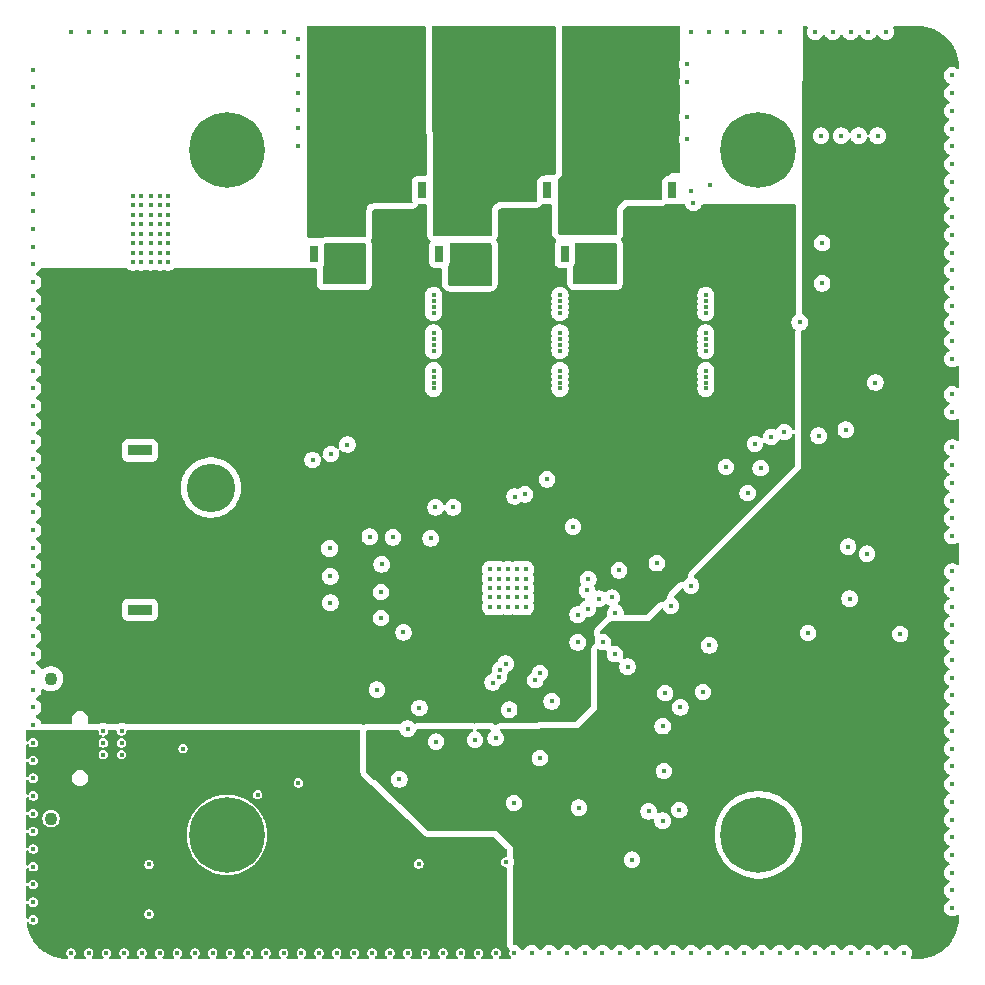
<source format=gbr>
%TF.GenerationSoftware,KiCad,Pcbnew,9.0.6-9.0.6~ubuntu24.04.1*%
%TF.CreationDate,2025-11-20T19:16:13+01:00*%
%TF.ProjectId,FOC_CONTROLLER_V2,464f435f-434f-44e5-9452-4f4c4c45525f,rev?*%
%TF.SameCoordinates,Original*%
%TF.FileFunction,Copper,L4,Bot*%
%TF.FilePolarity,Positive*%
%FSLAX46Y46*%
G04 Gerber Fmt 4.6, Leading zero omitted, Abs format (unit mm)*
G04 Created by KiCad (PCBNEW 9.0.6-9.0.6~ubuntu24.04.1) date 2025-11-20 19:16:13*
%MOMM*%
%LPD*%
G01*
G04 APERTURE LIST*
G04 Aperture macros list*
%AMRoundRect*
0 Rectangle with rounded corners*
0 $1 Rounding radius*
0 $2 $3 $4 $5 $6 $7 $8 $9 X,Y pos of 4 corners*
0 Add a 4 corners polygon primitive as box body*
4,1,4,$2,$3,$4,$5,$6,$7,$8,$9,$2,$3,0*
0 Add four circle primitives for the rounded corners*
1,1,$1+$1,$2,$3*
1,1,$1+$1,$4,$5*
1,1,$1+$1,$6,$7*
1,1,$1+$1,$8,$9*
0 Add four rect primitives between the rounded corners*
20,1,$1+$1,$2,$3,$4,$5,0*
20,1,$1+$1,$4,$5,$6,$7,0*
20,1,$1+$1,$6,$7,$8,$9,0*
20,1,$1+$1,$8,$9,$2,$3,0*%
G04 Aperture macros list end*
%TA.AperFunction,ComponentPad*%
%ADD10C,3.200000*%
%TD*%
%TA.AperFunction,ComponentPad*%
%ADD11C,0.800000*%
%TD*%
%TA.AperFunction,ComponentPad*%
%ADD12C,6.400000*%
%TD*%
%TA.AperFunction,ComponentPad*%
%ADD13C,1.090000*%
%TD*%
%TA.AperFunction,ComponentPad*%
%ADD14R,2.000000X0.900000*%
%TD*%
%TA.AperFunction,ComponentPad*%
%ADD15RoundRect,1.025000X1.025000X-1.025000X1.025000X1.025000X-1.025000X1.025000X-1.025000X-1.025000X0*%
%TD*%
%TA.AperFunction,ComponentPad*%
%ADD16C,4.100000*%
%TD*%
%TA.AperFunction,SMDPad,CuDef*%
%ADD17R,0.710000X1.372000*%
%TD*%
%TA.AperFunction,SMDPad,CuDef*%
%ADD18R,0.710000X0.590000*%
%TD*%
%TA.AperFunction,SMDPad,CuDef*%
%ADD19R,4.520000X3.850000*%
%TD*%
%TA.AperFunction,ViaPad*%
%ADD20C,0.450000*%
%TD*%
%TA.AperFunction,ViaPad*%
%ADD21C,0.400000*%
%TD*%
G04 APERTURE END LIST*
D10*
%TO.P,J2,1,Pin_1*%
%TO.N,/OUT1*%
X126505000Y-65035000D03*
X132375000Y-65035000D03*
X126505000Y-59165000D03*
X132375000Y-59165000D03*
%TD*%
D11*
%TO.P,H4,1,1*%
%TO.N,GND*%
X115100000Y-67000000D03*
X115802944Y-65302944D03*
X115802944Y-68697056D03*
X117500000Y-64600000D03*
D12*
X117500000Y-67000000D03*
D11*
X117500000Y-69400000D03*
X119197056Y-65302944D03*
X119197056Y-68697056D03*
X119900000Y-67000000D03*
%TD*%
D13*
%TO.P,J11,S1*%
%TO.N,N/C*%
X102607500Y-111775000D03*
%TO.P,J11,S2*%
X102607500Y-123625000D03*
%TD*%
D10*
%TO.P,V,1,Pin_1*%
%TO.N,/OUT2*%
X137065000Y-65035000D03*
X142935000Y-65035000D03*
X137065000Y-59165000D03*
X142935000Y-59165000D03*
%TD*%
D14*
%TO.P,DC IN,*%
%TO.N,*%
X110150000Y-105950000D03*
X110150000Y-92450000D03*
D15*
%TO.P,DC IN,1,Pin_1*%
%TO.N,+48V*%
X116150000Y-102800000D03*
D16*
%TO.P,DC IN,2,Pin_2*%
%TO.N,GND*%
X116150000Y-95600000D03*
%TD*%
D11*
%TO.P,RS485,1,1*%
%TO.N,GND*%
X115100000Y-125000000D03*
X115802944Y-123302944D03*
X115802944Y-126697056D03*
X117500000Y-122600000D03*
D12*
X117500000Y-125000000D03*
D11*
X117500000Y-127400000D03*
X119197056Y-123302944D03*
X119197056Y-126697056D03*
X119900000Y-125000000D03*
%TD*%
D10*
%TO.P,J4,1,Pin_1*%
%TO.N,/OUT3*%
X147655000Y-65035000D03*
X153525000Y-65035000D03*
X147655000Y-59165000D03*
X153525000Y-59165000D03*
%TD*%
D11*
%TO.P,H3,1,1*%
%TO.N,GND*%
X160100000Y-67000000D03*
X160802944Y-65302944D03*
X160802944Y-68697056D03*
X162500000Y-64600000D03*
D12*
X162500000Y-67000000D03*
D11*
X162500000Y-69400000D03*
X164197056Y-65302944D03*
X164197056Y-68697056D03*
X164900000Y-67000000D03*
%TD*%
%TO.P,H2,1,1*%
%TO.N,GND*%
X160100000Y-125000000D03*
X160802944Y-123302944D03*
X160802944Y-126697056D03*
X162500000Y-122600000D03*
D12*
X162500000Y-125000000D03*
D11*
X162500000Y-127400000D03*
X164197056Y-123302944D03*
X164197056Y-126697056D03*
X164900000Y-125000000D03*
%TD*%
D17*
%TO.P,Q4,1,S*%
%TO.N,Net-(Q4-S-Pad1)*%
X139305000Y-75807000D03*
%TO.P,Q4,2,S*%
X138035000Y-75807000D03*
%TO.P,Q4,3,S*%
X136765000Y-75807000D03*
%TO.P,Q4,4,G*%
%TO.N,Net-(Q4-G)*%
X135495000Y-75807000D03*
D18*
%TO.P,Q4,5,D*%
%TO.N,/OUT2*%
X139305000Y-69993000D03*
X138035000Y-69993000D03*
X136765000Y-69993000D03*
X135495000Y-69993000D03*
D19*
X137400000Y-72213000D03*
%TD*%
D17*
%TO.P,Q1,1,S*%
%TO.N,Net-(Q1-S-Pad1)*%
X128690000Y-75807000D03*
%TO.P,Q1,2,S*%
X127420000Y-75807000D03*
%TO.P,Q1,3,S*%
X126150000Y-75807000D03*
%TO.P,Q1,4,G*%
%TO.N,Net-(Q1-G)*%
X124880000Y-75807000D03*
D18*
%TO.P,Q1,5,D*%
%TO.N,/OUT1*%
X128690000Y-69993000D03*
X127420000Y-69993000D03*
X126150000Y-69993000D03*
X124880000Y-69993000D03*
D19*
X126785000Y-72213000D03*
%TD*%
D17*
%TO.P,Q3,1,S*%
%TO.N,/OUT1*%
X130180000Y-70393000D03*
%TO.P,Q3,2,S*%
X131450000Y-70393000D03*
%TO.P,Q3,3,S*%
X132720000Y-70393000D03*
%TO.P,Q3,4,G*%
%TO.N,Net-(Q3-G)*%
X133990000Y-70393000D03*
D18*
%TO.P,Q3,5,D*%
%TO.N,+48V*%
X130180000Y-76207000D03*
X131450000Y-76207000D03*
X132720000Y-76207000D03*
X133990000Y-76207000D03*
D19*
X132085000Y-73987000D03*
%TD*%
D17*
%TO.P,Q5,1,S*%
%TO.N,/OUT3*%
X151390000Y-70393000D03*
%TO.P,Q5,2,S*%
X152660000Y-70393000D03*
%TO.P,Q5,3,S*%
X153930000Y-70393000D03*
%TO.P,Q5,4,G*%
%TO.N,Net-(Q5-G)*%
X155200000Y-70393000D03*
D18*
%TO.P,Q5,5,D*%
%TO.N,+48V*%
X151390000Y-76207000D03*
X152660000Y-76207000D03*
X153930000Y-76207000D03*
X155200000Y-76207000D03*
D19*
X153295000Y-73987000D03*
%TD*%
D17*
%TO.P,Q6,1,S*%
%TO.N,Net-(Q6-S-Pad1)*%
X149905000Y-75807000D03*
%TO.P,Q6,2,S*%
X148635000Y-75807000D03*
%TO.P,Q6,3,S*%
X147365000Y-75807000D03*
%TO.P,Q6,4,G*%
%TO.N,Net-(Q6-G)*%
X146095000Y-75807000D03*
D18*
%TO.P,Q6,5,D*%
%TO.N,/OUT3*%
X149905000Y-69993000D03*
X148635000Y-69993000D03*
X147365000Y-69993000D03*
X146095000Y-69993000D03*
D19*
X148000000Y-72213000D03*
%TD*%
D17*
%TO.P,Q2,1,S*%
%TO.N,/OUT2*%
X140795000Y-70393000D03*
%TO.P,Q2,2,S*%
X142065000Y-70393000D03*
%TO.P,Q2,3,S*%
X143335000Y-70393000D03*
%TO.P,Q2,4,G*%
%TO.N,Net-(Q2-G)*%
X144605000Y-70393000D03*
D18*
%TO.P,Q2,5,D*%
%TO.N,+48V*%
X140795000Y-76207000D03*
X142065000Y-76207000D03*
X143335000Y-76207000D03*
X144605000Y-76207000D03*
D19*
X142700000Y-73987000D03*
%TD*%
D20*
%TO.N,/OUT1*%
X126250000Y-105350000D03*
D21*
%TO.N,GND*%
X178900000Y-72700000D03*
X170300000Y-57000000D03*
D20*
X135000000Y-80800001D03*
D21*
X114800000Y-135000000D03*
D20*
X139800002Y-104900000D03*
D21*
X178900000Y-108700000D03*
D20*
X140500001Y-102500000D03*
D21*
X167299999Y-135000000D03*
X149332664Y-108674696D03*
X178900000Y-74200000D03*
X141853554Y-96353554D03*
X122300000Y-135000000D03*
X101100000Y-63200000D03*
X140250000Y-116800000D03*
X104300000Y-57000000D03*
X161300000Y-135000000D03*
X135160000Y-97275000D03*
X110300000Y-135000000D03*
X107300000Y-57000000D03*
D20*
X158050000Y-82499999D03*
X111033885Y-74899999D03*
X109533886Y-75700000D03*
D21*
X132800000Y-116000000D03*
D20*
X140500001Y-105700001D03*
X145700000Y-79299999D03*
D21*
X120800000Y-135000000D03*
X167600000Y-91200000D03*
X101100000Y-97700000D03*
D20*
X158050000Y-86700000D03*
X110233885Y-70900001D03*
D21*
X110300000Y-57000000D03*
D20*
X158050000Y-87200000D03*
X112533885Y-74900000D03*
D21*
X123550000Y-62149999D03*
X159800001Y-57000000D03*
X122300000Y-57000000D03*
D20*
X112533884Y-74100000D03*
X145700000Y-80799999D03*
D21*
X178900000Y-95200000D03*
X120800000Y-57000000D03*
D20*
X141300001Y-103300000D03*
D21*
X141100000Y-127300000D03*
X166000000Y-81600000D03*
D20*
X111033885Y-74100000D03*
D21*
X108800001Y-57000000D03*
X154600000Y-113000000D03*
X152300000Y-135000000D03*
X178900000Y-99700000D03*
X101100000Y-112700000D03*
X136660000Y-97275000D03*
X173300000Y-57000000D03*
X168800001Y-135000000D03*
X101100000Y-75200000D03*
D20*
X142800000Y-105700000D03*
D21*
X178900000Y-66700000D03*
D20*
X111833885Y-72500001D03*
D21*
X101100000Y-132200000D03*
X135200000Y-117100000D03*
X101100000Y-78200000D03*
X178900000Y-60700000D03*
D20*
X111033885Y-72500000D03*
D21*
X178900000Y-83200000D03*
X101100000Y-106700000D03*
D20*
X111033885Y-76500000D03*
X109533886Y-71700000D03*
X142800000Y-103300000D03*
X135000000Y-86700000D03*
D21*
X101100000Y-123200000D03*
D20*
X145700000Y-85699998D03*
D21*
X123550000Y-59150002D03*
X167900000Y-78300000D03*
X178900000Y-119200000D03*
X130200000Y-112700000D03*
X111800000Y-57000000D03*
X156450000Y-64250001D03*
D20*
X158050000Y-79299999D03*
D21*
X123550000Y-66650000D03*
X168800001Y-57000000D03*
X120100000Y-121600000D03*
X101100000Y-100700000D03*
D20*
X135000000Y-87200000D03*
X111833884Y-70900001D03*
X141300001Y-104099999D03*
D21*
X178900000Y-68200000D03*
X146800000Y-98900000D03*
X101100000Y-60200000D03*
X178900000Y-120700000D03*
X157800000Y-112900000D03*
X129800000Y-135000000D03*
D20*
X145700000Y-80300000D03*
D21*
X101100000Y-127700000D03*
X158299999Y-57000000D03*
X101100000Y-73700000D03*
X135800001Y-135000000D03*
X161600000Y-96050000D03*
X101100000Y-102200000D03*
X178900000Y-105700000D03*
D20*
X135000000Y-84000000D03*
D21*
X171800000Y-135000000D03*
X158299999Y-135000000D03*
X141800000Y-135000000D03*
X107300000Y-135000000D03*
X153900000Y-102000000D03*
X178900000Y-107200000D03*
X101100000Y-130700000D03*
X178900000Y-71200000D03*
D20*
X139800002Y-103300000D03*
D21*
X174800000Y-135000000D03*
X144000000Y-118500000D03*
X164700000Y-90900000D03*
X156450000Y-59750000D03*
X178900000Y-96700000D03*
D20*
X110233885Y-73300000D03*
D21*
X134299999Y-135000000D03*
X101100000Y-87200000D03*
X101100000Y-93200000D03*
X178900000Y-126700000D03*
X126800001Y-135000000D03*
X131300000Y-135000000D03*
D20*
X139800000Y-104100000D03*
D21*
X167300000Y-57000000D03*
X155900000Y-114200000D03*
X150800001Y-135000000D03*
X101100000Y-90200000D03*
X119300000Y-57000000D03*
X144603554Y-94903554D03*
X134750000Y-99900000D03*
X116299999Y-57000000D03*
X147800000Y-135000000D03*
X131550000Y-99800000D03*
D20*
X142100000Y-105700001D03*
D21*
X172400000Y-86700000D03*
X101100000Y-114200000D03*
D20*
X111033885Y-71700000D03*
D21*
X178900000Y-122200000D03*
D20*
X158050000Y-80799999D03*
D21*
X101100000Y-129200000D03*
D20*
X112533885Y-75700001D03*
D21*
X101100000Y-118700000D03*
X101100000Y-121700000D03*
X178900000Y-102700000D03*
D20*
X111033885Y-70900000D03*
X142100000Y-103300000D03*
D21*
X101100000Y-117200000D03*
X144800001Y-135000000D03*
X101100000Y-82700000D03*
D20*
X111833885Y-73300000D03*
D21*
X178900000Y-128200000D03*
X123550000Y-65149997D03*
D20*
X135000000Y-83500000D03*
D21*
X105800000Y-135000000D03*
D20*
X140500001Y-104900000D03*
D21*
X146300000Y-135000000D03*
X107032500Y-116200000D03*
D20*
X110233885Y-71700000D03*
D21*
X178900000Y-69700000D03*
X105800000Y-57000000D03*
X101100000Y-61700000D03*
D20*
X110233885Y-76500001D03*
X140500001Y-104100000D03*
D21*
X145000000Y-113700000D03*
X143299999Y-135000000D03*
X178900000Y-84700000D03*
X178900000Y-89200000D03*
X174500000Y-108000000D03*
D20*
X111833885Y-75700000D03*
D21*
X123550000Y-60650002D03*
X101100000Y-72200000D03*
D20*
X109533886Y-70900001D03*
X111033885Y-73300001D03*
X112533885Y-73300000D03*
D21*
X133800000Y-114250000D03*
X156450000Y-61250000D03*
X167900000Y-74900000D03*
D20*
X145700000Y-82999999D03*
D21*
X101100000Y-79700000D03*
X178900000Y-87700000D03*
X108800001Y-135000000D03*
X178900000Y-129700000D03*
X101100000Y-96200000D03*
X132450000Y-107850000D03*
X123800000Y-135000000D03*
D20*
X111833885Y-71700000D03*
D21*
X166700000Y-107900000D03*
X155300000Y-135000000D03*
X113775000Y-117700000D03*
D20*
X145700000Y-87200000D03*
X158050000Y-80300000D03*
X135000000Y-82999999D03*
D21*
X140300000Y-135000000D03*
D20*
X141300001Y-104900002D03*
D21*
X101100000Y-70700000D03*
X113300000Y-57000000D03*
X162700000Y-93950000D03*
D20*
X111833884Y-76500001D03*
X109533884Y-74900000D03*
D21*
X101100000Y-66200000D03*
X162800000Y-57000000D03*
X178900000Y-65200000D03*
X150100000Y-104900000D03*
X117800001Y-57000000D03*
X170225000Y-105000000D03*
X151419723Y-110765739D03*
D20*
X145700000Y-79799999D03*
X135000000Y-79299999D03*
X112533884Y-76500000D03*
D21*
X132800000Y-135000000D03*
X101100000Y-84200000D03*
X101100000Y-88700000D03*
X132100000Y-120300000D03*
X101100000Y-108200000D03*
D20*
X109533886Y-74100000D03*
X110233885Y-74900000D03*
D21*
X123550000Y-63649999D03*
D20*
X135000000Y-80300000D03*
D21*
X178900000Y-113200000D03*
D20*
X145700000Y-83500000D03*
D21*
X151800000Y-127100000D03*
X137300000Y-135000000D03*
D20*
X145700000Y-82499999D03*
D21*
X113300000Y-135000000D03*
X178900000Y-116200000D03*
D20*
X135000000Y-86199999D03*
D21*
X101100000Y-64700000D03*
X170300000Y-135000000D03*
X178900000Y-81700000D03*
X101100000Y-69200000D03*
X178900000Y-93700000D03*
X147200000Y-108700000D03*
X178900000Y-78700000D03*
D20*
X110233885Y-74100000D03*
D21*
X101100000Y-91700000D03*
X101100000Y-126200000D03*
D20*
X141300001Y-102500001D03*
D21*
X178900000Y-111700000D03*
X178900000Y-92200000D03*
D20*
X145700000Y-86199999D03*
D21*
X150351992Y-109698008D03*
X147300000Y-122700000D03*
X141800000Y-122300000D03*
D20*
X142100001Y-102500000D03*
D21*
X123550000Y-120600000D03*
X101100000Y-81200000D03*
X178900000Y-125200000D03*
D20*
X112533885Y-71700001D03*
D21*
X111800000Y-135000000D03*
X158350000Y-108950000D03*
X119300000Y-135000000D03*
X101100000Y-124700000D03*
D20*
X141300001Y-105700000D03*
D21*
X101100000Y-85700000D03*
D20*
X112533884Y-70900000D03*
X142800001Y-104900001D03*
D21*
X155100000Y-105600000D03*
D20*
X111833885Y-74900000D03*
D21*
X116299999Y-135000000D03*
X178900000Y-123700000D03*
X123550000Y-57650002D03*
X156450000Y-66100001D03*
X101100000Y-105200000D03*
X117800001Y-135000000D03*
X146300000Y-135000000D03*
X101100000Y-115700000D03*
D20*
X109533884Y-73300000D03*
D21*
X178900000Y-104200000D03*
X101100000Y-103700000D03*
D20*
X110233885Y-75700000D03*
D21*
X158400000Y-70000000D03*
X125299999Y-135000000D03*
D20*
X142800001Y-102500000D03*
X112533884Y-72500000D03*
D21*
X129600000Y-99750000D03*
X101100000Y-99200000D03*
X154400000Y-115800000D03*
D20*
X135000000Y-82500000D03*
D21*
X164300000Y-57000000D03*
X101100000Y-111200000D03*
X153800000Y-135000000D03*
D20*
X135000000Y-79799999D03*
X135000000Y-85700000D03*
D21*
X162800000Y-135000000D03*
D20*
X110233885Y-72500001D03*
D21*
X178900000Y-117700000D03*
X161300000Y-57000000D03*
X101100000Y-109700000D03*
D20*
X140500001Y-103300000D03*
X109533886Y-72500001D03*
D21*
X178900000Y-63700000D03*
X178900000Y-131200000D03*
X156800000Y-135000000D03*
X165800000Y-135000000D03*
D20*
X158050000Y-79799999D03*
D21*
X178900000Y-114700000D03*
D20*
X111033885Y-75700002D03*
D21*
X133750000Y-127450000D03*
X156800000Y-57000000D03*
X178900000Y-77200000D03*
D20*
X142100001Y-104100000D03*
D21*
X178900000Y-62200000D03*
D20*
X158050000Y-86199999D03*
X142800001Y-104100000D03*
D21*
X101100000Y-94700000D03*
D20*
X109533886Y-76500001D03*
X145700000Y-83999999D03*
D21*
X150700000Y-102600000D03*
X178900000Y-98200000D03*
X141400000Y-114400000D03*
D20*
X111833884Y-74100000D03*
D21*
X101100000Y-76700000D03*
X178900000Y-80200000D03*
X159750000Y-93850000D03*
D20*
X158050000Y-85699998D03*
D21*
X101100000Y-90200000D03*
X138500000Y-116950000D03*
X178900000Y-110200000D03*
D20*
X142100001Y-104900000D03*
D21*
X108582500Y-116200000D03*
X159800001Y-135000000D03*
X128300000Y-135000000D03*
X101100000Y-120200000D03*
D20*
X158050000Y-82999999D03*
X145700000Y-86700000D03*
D21*
X171800000Y-57000000D03*
X101100000Y-67700000D03*
X162200000Y-91900000D03*
X178900000Y-75700000D03*
X104300000Y-135000000D03*
D20*
X158050000Y-83999999D03*
D21*
X164300000Y-135000000D03*
X156800000Y-70500000D03*
D20*
X139800002Y-105700001D03*
D21*
X149300000Y-135000000D03*
X173300000Y-135000000D03*
X138800000Y-135000000D03*
X171700000Y-101200000D03*
X154400000Y-123800000D03*
X114800000Y-57000000D03*
X154500000Y-119600000D03*
D20*
X139800000Y-102500000D03*
X158050000Y-83500000D03*
%TO.N,/OUT2*%
X126250001Y-103100000D03*
D21*
%TO.N,+3.3V*%
X167750000Y-71550000D03*
X141400000Y-117100000D03*
X162600000Y-106190001D03*
X155600000Y-133500000D03*
X175725000Y-82000000D03*
X174300000Y-63700000D03*
X151800000Y-107500000D03*
X174150000Y-102400000D03*
X165950000Y-95750000D03*
X152515739Y-109669723D03*
X172400000Y-89125000D03*
X175725000Y-68000000D03*
X144060000Y-131960000D03*
X150428680Y-107578680D03*
X153400000Y-108950000D03*
X151448008Y-108601992D03*
X152650000Y-108200000D03*
X130700000Y-120500000D03*
X165200000Y-102400000D03*
%TO.N,+5V*%
X132400000Y-128200000D03*
X138200000Y-133500000D03*
X107032500Y-119200000D03*
X108582500Y-119200000D03*
X132400000Y-129400000D03*
%TO.N,/NTC*%
X157000000Y-71500000D03*
X142724266Y-96175734D03*
D20*
%TO.N,/OUT3*%
X126200000Y-100750000D03*
D21*
%TO.N,Net-(IC1-PC14)*%
X110900000Y-127500000D03*
X147200000Y-106350000D03*
%TO.N,Net-(IC1-PC15)*%
X110900000Y-131700000D03*
X148050000Y-105850000D03*
%TO.N,/VCP_RX*%
X155800000Y-122900000D03*
X148100000Y-103350000D03*
%TO.N,/NRST*%
X149000000Y-105000000D03*
X156800000Y-103900000D03*
%TO.N,/VCP_TX*%
X148000000Y-104300000D03*
X153200000Y-123000000D03*
%TO.N,Net-(IC1-PB4)*%
X141100000Y-110500000D03*
X169500000Y-65800000D03*
%TO.N,Net-(IC1-PB3)*%
X140645522Y-111017912D03*
X171000000Y-65800000D03*
%TO.N,Net-(IC1-PD2)*%
X172600000Y-65800000D03*
X140500000Y-111600000D03*
%TO.N,/User*%
X150400000Y-106200000D03*
X163575000Y-91300000D03*
%TO.N,Net-(IC1-PB5)*%
X140000000Y-112100000D03*
X167800000Y-65800000D03*
%TO.N,Net-(Q1-G)*%
X127700000Y-91950000D03*
X124900000Y-75800000D03*
%TO.N,Net-(Q2-G)*%
X130550000Y-104450000D03*
X144650000Y-70400000D03*
%TO.N,Net-(Q3-G)*%
X130550000Y-106650000D03*
X134000000Y-70400000D03*
%TO.N,Net-(Q4-G)*%
X135500000Y-75800000D03*
X126300000Y-92750000D03*
%TO.N,Net-(Q5-G)*%
X130600000Y-102100000D03*
X155200000Y-70393000D03*
%TO.N,Net-(Q6-G)*%
X146150000Y-75750000D03*
X124750000Y-93250000D03*
D20*
%TO.N,+48V*%
X142600000Y-86700000D03*
X154750000Y-86199999D03*
X111033885Y-86699999D03*
X154750000Y-84000000D03*
X142600000Y-79799999D03*
X154750000Y-80300000D03*
X112533885Y-87500001D03*
X111833885Y-85100000D03*
X112533884Y-85900000D03*
X154750000Y-79299999D03*
X109533884Y-85100000D03*
X142600000Y-83500000D03*
X142600000Y-80300000D03*
X112533885Y-86700000D03*
X131800000Y-80299999D03*
X131800000Y-79799998D03*
X111833885Y-83500000D03*
X112533885Y-85100000D03*
X131800000Y-79299998D03*
X154750000Y-82499998D03*
X111833885Y-87500000D03*
X111033885Y-85900000D03*
X131800000Y-84000000D03*
X142600000Y-86199999D03*
X131800000Y-83499999D03*
X131800000Y-82999998D03*
X112533885Y-83500001D03*
X110233885Y-89100000D03*
X109533886Y-85900000D03*
D21*
X155100000Y-99200000D03*
D20*
X111033885Y-87500002D03*
X131800000Y-85699999D03*
X154750000Y-87200000D03*
X109533886Y-83500000D03*
X154750000Y-85699998D03*
X110233885Y-86700000D03*
X154750000Y-80799999D03*
X111033885Y-89100000D03*
X109533886Y-84300001D03*
X111833885Y-89100000D03*
D21*
X143500000Y-107600000D03*
D20*
X110233885Y-87500000D03*
X142600000Y-87200000D03*
X111833885Y-84300001D03*
X109533886Y-88300001D03*
X111833884Y-88300001D03*
X111833885Y-86700000D03*
X131800000Y-86699999D03*
X109533886Y-87500000D03*
X154750000Y-86700000D03*
X110233885Y-88300001D03*
X142600000Y-82499998D03*
X154750000Y-83500000D03*
X142600000Y-80799999D03*
X111833884Y-85900000D03*
X110233885Y-85900000D03*
X111033885Y-84300000D03*
X112533885Y-89100001D03*
X142600000Y-84000000D03*
X110233885Y-85100000D03*
X112533884Y-84300000D03*
X111033885Y-88300000D03*
X109533886Y-89100000D03*
X110233885Y-83500000D03*
X142600000Y-82999999D03*
D21*
X112700000Y-109700000D03*
D20*
X131800000Y-82499998D03*
X111033885Y-85100001D03*
X110233885Y-84300001D03*
X131800000Y-87199999D03*
X142600000Y-79299999D03*
X109533884Y-86700000D03*
X154750000Y-79799999D03*
X112533884Y-88300000D03*
X131800000Y-86199998D03*
X142600000Y-85699998D03*
D21*
X142700000Y-113050001D03*
D20*
X111033885Y-83500000D03*
X154750000Y-82999999D03*
X131800000Y-80800000D03*
D21*
%TO.N,/L_SW_1*%
X169900000Y-90700000D03*
X144000000Y-111300000D03*
%TO.N,/L_SW_2*%
X143600000Y-111900000D03*
X170100000Y-100600000D03*
%TO.N,/B*%
X108582500Y-118200000D03*
X107032500Y-118200000D03*
%TO.N,/A*%
X107032500Y-117200000D03*
X108582500Y-117200000D03*
D20*
%TO.N,Net-(Q1-S-Pad1)*%
X125900000Y-78100000D03*
X125900000Y-77500000D03*
X126500000Y-78100000D03*
X126500000Y-77500000D03*
X128900000Y-78100000D03*
X127700000Y-77500000D03*
X127100000Y-76900000D03*
X126500000Y-76900000D03*
X128900000Y-77500000D03*
X125900000Y-76900000D03*
X127100000Y-78100000D03*
X128900000Y-76900000D03*
X127700000Y-78100000D03*
X127700000Y-76900000D03*
X128300000Y-76900000D03*
X128300000Y-78100000D03*
X128300000Y-77500000D03*
X127100000Y-77500000D03*
%TO.N,Net-(Q4-S-Pad1)*%
X138400000Y-78100000D03*
X138400000Y-76900000D03*
X136600000Y-78100000D03*
X139600000Y-76900000D03*
X137200000Y-77500000D03*
X137800000Y-77500000D03*
X139600000Y-77500000D03*
X139000000Y-78100000D03*
X136600000Y-77500000D03*
X139000000Y-77500000D03*
X137200000Y-76900000D03*
X139600000Y-78100000D03*
X138400000Y-77500000D03*
X136600000Y-76900000D03*
X137800000Y-76900000D03*
X139000000Y-76900000D03*
X137800000Y-78100000D03*
X137200000Y-78100000D03*
%TO.N,Net-(Q6-S-Pad1)*%
X150200000Y-77500000D03*
X148400000Y-77500000D03*
X148400000Y-78100000D03*
X149000000Y-78100000D03*
X147200000Y-76900000D03*
X149000000Y-76900000D03*
X147800000Y-77500000D03*
X149600000Y-77500000D03*
X149600000Y-78100000D03*
X147800000Y-76900000D03*
X147200000Y-77500000D03*
X149000000Y-77500000D03*
X149600000Y-76900000D03*
X148400000Y-76900000D03*
X150200000Y-76900000D03*
X147200000Y-78100000D03*
X147800000Y-78100000D03*
X150200000Y-78100000D03*
%TD*%
%TA.AperFunction,Conductor*%
%TO.N,/OUT1*%
G36*
X134274439Y-56520185D02*
G01*
X134320194Y-56572989D01*
X134329514Y-56623945D01*
X134331385Y-56623934D01*
X134331412Y-56628361D01*
X134331412Y-56628363D01*
X134365716Y-62219213D01*
X134407823Y-69081739D01*
X134388550Y-69148898D01*
X134336028Y-69194976D01*
X134283825Y-69206500D01*
X133587129Y-69206500D01*
X133587123Y-69206501D01*
X133527516Y-69212908D01*
X133392671Y-69263202D01*
X133392664Y-69263206D01*
X133277455Y-69349452D01*
X133277452Y-69349455D01*
X133191206Y-69464664D01*
X133191202Y-69464671D01*
X133140908Y-69599517D01*
X133134501Y-69659116D01*
X133134500Y-69659135D01*
X133134500Y-71126870D01*
X133134501Y-71126876D01*
X133140908Y-71186483D01*
X133191202Y-71321328D01*
X133191204Y-71321331D01*
X133200069Y-71333173D01*
X133224487Y-71398637D01*
X133209636Y-71466910D01*
X133160232Y-71516316D01*
X133100803Y-71531485D01*
X129899999Y-71531485D01*
X129878293Y-71540475D01*
X129844968Y-71558669D01*
X129818624Y-71561500D01*
X129777131Y-71561500D01*
X129777123Y-71561501D01*
X129717516Y-71567908D01*
X129582671Y-71618202D01*
X129582664Y-71618206D01*
X129467455Y-71704452D01*
X129467452Y-71704455D01*
X129381206Y-71819664D01*
X129381202Y-71819671D01*
X129330908Y-71954517D01*
X129324501Y-72014116D01*
X129324500Y-72014135D01*
X129324500Y-72055623D01*
X129308972Y-72108504D01*
X129309439Y-72108698D01*
X129307640Y-72113040D01*
X129304815Y-72122662D01*
X129302427Y-72125624D01*
X129300000Y-72131485D01*
X129300000Y-74273159D01*
X129280315Y-74340198D01*
X129227511Y-74385953D01*
X129158354Y-74395896D01*
X129155095Y-74395428D01*
X129148639Y-74394500D01*
X129148638Y-74394500D01*
X125854933Y-74394500D01*
X125854931Y-74394500D01*
X125854919Y-74394501D01*
X125721213Y-74412509D01*
X125721195Y-74412512D01*
X125689533Y-74421198D01*
X125668138Y-74427067D01*
X125635337Y-74431485D01*
X124424000Y-74431485D01*
X124356961Y-74411800D01*
X124311206Y-74358996D01*
X124300000Y-74307485D01*
X124300000Y-56624500D01*
X124319685Y-56557461D01*
X124372489Y-56511706D01*
X124424000Y-56500500D01*
X134207400Y-56500500D01*
X134274439Y-56520185D01*
G37*
%TD.AperFunction*%
%TD*%
%TA.AperFunction,Conductor*%
%TO.N,+5V*%
G36*
X101047273Y-116100500D02*
G01*
X101152727Y-116100500D01*
X101154593Y-116100000D01*
X106508000Y-116100000D01*
X106575039Y-116119685D01*
X106620794Y-116172489D01*
X106632000Y-116224000D01*
X106632000Y-116252727D01*
X106659293Y-116354587D01*
X106712020Y-116445913D01*
X106786587Y-116520480D01*
X106877913Y-116573207D01*
X106904106Y-116580225D01*
X106963767Y-116616590D01*
X106994296Y-116679437D01*
X106986001Y-116748812D01*
X106941516Y-116802690D01*
X106904107Y-116819774D01*
X106877917Y-116826792D01*
X106877913Y-116826793D01*
X106877910Y-116826794D01*
X106786585Y-116879521D01*
X106712021Y-116954085D01*
X106659294Y-117045410D01*
X106659293Y-117045413D01*
X106632000Y-117147273D01*
X106632000Y-117252727D01*
X106659293Y-117354587D01*
X106712020Y-117445913D01*
X106786587Y-117520480D01*
X106877913Y-117573207D01*
X106904106Y-117580225D01*
X106963767Y-117616590D01*
X106994296Y-117679437D01*
X106986001Y-117748812D01*
X106941516Y-117802690D01*
X106904107Y-117819774D01*
X106877917Y-117826792D01*
X106877913Y-117826793D01*
X106877910Y-117826794D01*
X106786585Y-117879521D01*
X106712021Y-117954085D01*
X106659294Y-118045410D01*
X106659293Y-118045413D01*
X106632000Y-118147273D01*
X106632000Y-118252727D01*
X106659293Y-118354587D01*
X106712020Y-118445913D01*
X106786587Y-118520480D01*
X106877913Y-118573207D01*
X106979773Y-118600500D01*
X106979775Y-118600500D01*
X107085225Y-118600500D01*
X107085227Y-118600500D01*
X107187087Y-118573207D01*
X107278413Y-118520480D01*
X107352980Y-118445913D01*
X107405707Y-118354587D01*
X107433000Y-118252727D01*
X107433000Y-118147273D01*
X107405707Y-118045413D01*
X107352980Y-117954087D01*
X107278413Y-117879520D01*
X107187087Y-117826793D01*
X107187085Y-117826792D01*
X107171479Y-117822611D01*
X107160893Y-117819774D01*
X107101233Y-117783411D01*
X107070703Y-117720564D01*
X107078997Y-117651188D01*
X107123482Y-117597310D01*
X107160892Y-117580225D01*
X107187087Y-117573207D01*
X107278413Y-117520480D01*
X107352980Y-117445913D01*
X107405707Y-117354587D01*
X107433000Y-117252727D01*
X107433000Y-117147273D01*
X107405707Y-117045413D01*
X107352980Y-116954087D01*
X107278413Y-116879520D01*
X107187087Y-116826793D01*
X107187085Y-116826792D01*
X107171479Y-116822611D01*
X107160893Y-116819774D01*
X107101233Y-116783411D01*
X107070703Y-116720564D01*
X107078997Y-116651188D01*
X107123482Y-116597310D01*
X107160892Y-116580225D01*
X107187087Y-116573207D01*
X107278413Y-116520480D01*
X107352980Y-116445913D01*
X107405707Y-116354587D01*
X107433000Y-116252727D01*
X107433000Y-116224000D01*
X107452685Y-116156961D01*
X107505489Y-116111206D01*
X107557000Y-116100000D01*
X108058000Y-116100000D01*
X108125039Y-116119685D01*
X108170794Y-116172489D01*
X108182000Y-116224000D01*
X108182000Y-116252727D01*
X108209293Y-116354587D01*
X108262020Y-116445913D01*
X108336587Y-116520480D01*
X108427913Y-116573207D01*
X108454106Y-116580225D01*
X108513767Y-116616590D01*
X108544296Y-116679437D01*
X108536001Y-116748812D01*
X108491516Y-116802690D01*
X108454107Y-116819774D01*
X108427917Y-116826792D01*
X108427913Y-116826793D01*
X108427910Y-116826794D01*
X108336585Y-116879521D01*
X108262021Y-116954085D01*
X108209294Y-117045410D01*
X108209293Y-117045413D01*
X108182000Y-117147273D01*
X108182000Y-117252727D01*
X108209293Y-117354587D01*
X108262020Y-117445913D01*
X108336587Y-117520480D01*
X108427913Y-117573207D01*
X108454106Y-117580225D01*
X108513767Y-117616590D01*
X108544296Y-117679437D01*
X108536001Y-117748812D01*
X108491516Y-117802690D01*
X108454107Y-117819774D01*
X108427917Y-117826792D01*
X108427913Y-117826793D01*
X108427910Y-117826794D01*
X108336585Y-117879521D01*
X108262021Y-117954085D01*
X108209294Y-118045410D01*
X108209293Y-118045413D01*
X108182000Y-118147273D01*
X108182000Y-118252727D01*
X108209293Y-118354587D01*
X108262020Y-118445913D01*
X108336587Y-118520480D01*
X108427913Y-118573207D01*
X108529773Y-118600500D01*
X108529775Y-118600500D01*
X108635225Y-118600500D01*
X108635227Y-118600500D01*
X108737087Y-118573207D01*
X108828413Y-118520480D01*
X108902980Y-118445913D01*
X108955707Y-118354587D01*
X108983000Y-118252727D01*
X108983000Y-118147273D01*
X108955707Y-118045413D01*
X108902980Y-117954087D01*
X108828413Y-117879520D01*
X108737087Y-117826793D01*
X108737085Y-117826792D01*
X108721479Y-117822611D01*
X108710893Y-117819774D01*
X108651233Y-117783411D01*
X108620703Y-117720564D01*
X108628997Y-117651188D01*
X108632229Y-117647273D01*
X113374500Y-117647273D01*
X113374500Y-117752727D01*
X113401793Y-117854587D01*
X113454520Y-117945913D01*
X113529087Y-118020480D01*
X113620413Y-118073207D01*
X113722273Y-118100500D01*
X113722275Y-118100500D01*
X113827725Y-118100500D01*
X113827727Y-118100500D01*
X113929587Y-118073207D01*
X114020913Y-118020480D01*
X114095480Y-117945913D01*
X114148207Y-117854587D01*
X114175500Y-117752727D01*
X114175500Y-117647273D01*
X114148207Y-117545413D01*
X114095480Y-117454087D01*
X114020913Y-117379520D01*
X113929587Y-117326793D01*
X113827727Y-117299500D01*
X113722273Y-117299500D01*
X113620413Y-117326793D01*
X113620410Y-117326794D01*
X113529085Y-117379521D01*
X113454521Y-117454085D01*
X113401794Y-117545410D01*
X113401793Y-117545413D01*
X113374500Y-117647273D01*
X108632229Y-117647273D01*
X108673482Y-117597310D01*
X108689707Y-117588030D01*
X108699941Y-117583159D01*
X108737087Y-117573207D01*
X108828413Y-117520480D01*
X108902980Y-117445913D01*
X108955707Y-117354587D01*
X108983000Y-117252727D01*
X108983000Y-117147273D01*
X108955707Y-117045413D01*
X108902980Y-116954087D01*
X108828413Y-116879520D01*
X108737087Y-116826793D01*
X108737085Y-116826792D01*
X108721479Y-116822611D01*
X108710893Y-116819774D01*
X108651233Y-116783411D01*
X108620703Y-116720564D01*
X108628997Y-116651188D01*
X108673482Y-116597310D01*
X108710892Y-116580225D01*
X108737087Y-116573207D01*
X108828413Y-116520480D01*
X108902980Y-116445913D01*
X108955707Y-116354587D01*
X108983000Y-116252727D01*
X108983000Y-116224000D01*
X109002685Y-116156961D01*
X109055489Y-116111206D01*
X109107000Y-116100000D01*
X128670500Y-116100000D01*
X128737539Y-116119685D01*
X128783294Y-116172489D01*
X128794500Y-116224000D01*
X128794500Y-117080795D01*
X128794500Y-118480795D01*
X128794500Y-119580795D01*
X128794500Y-119646509D01*
X128798237Y-119707863D01*
X128801890Y-119737738D01*
X128808362Y-119772806D01*
X128813043Y-119798171D01*
X128867230Y-119931464D01*
X128880453Y-119954087D01*
X128902484Y-119991781D01*
X128992024Y-120104403D01*
X128992026Y-120104405D01*
X128992027Y-120104406D01*
X129178999Y-120280795D01*
X129679506Y-120752972D01*
X129679512Y-120752976D01*
X130847220Y-121854587D01*
X131299000Y-122280795D01*
X131723000Y-122680795D01*
X131782251Y-122736692D01*
X132041000Y-122980795D01*
X132762553Y-123661505D01*
X134014981Y-124843041D01*
X134217285Y-125033894D01*
X134252757Y-125064384D01*
X134270809Y-125078502D01*
X134308924Y-125105567D01*
X134439801Y-125165338D01*
X134506840Y-125185023D01*
X134506844Y-125185024D01*
X134649260Y-125205500D01*
X140139254Y-125205500D01*
X140206293Y-125225185D01*
X140226935Y-125241819D01*
X141158181Y-126173065D01*
X141191666Y-126234388D01*
X141194500Y-126260746D01*
X141194500Y-126775500D01*
X141174815Y-126842539D01*
X141122011Y-126888294D01*
X141070500Y-126899500D01*
X141047273Y-126899500D01*
X140945413Y-126926793D01*
X140945410Y-126926794D01*
X140854085Y-126979521D01*
X140779521Y-127054085D01*
X140726794Y-127145410D01*
X140726793Y-127145413D01*
X140699500Y-127247273D01*
X140699500Y-127352727D01*
X140726793Y-127454587D01*
X140779520Y-127545913D01*
X140854087Y-127620480D01*
X140945413Y-127673207D01*
X141047273Y-127700500D01*
X141047275Y-127700500D01*
X141070500Y-127700500D01*
X141137539Y-127720185D01*
X141183294Y-127772989D01*
X141194500Y-127824500D01*
X141194500Y-134175500D01*
X141194501Y-134175509D01*
X141206052Y-134282950D01*
X141206054Y-134282962D01*
X141217260Y-134334472D01*
X141251383Y-134436997D01*
X141251386Y-134437003D01*
X141329171Y-134558037D01*
X141329179Y-134558048D01*
X141374923Y-134610841D01*
X141422391Y-134651973D01*
X141460165Y-134710752D01*
X141460164Y-134780622D01*
X141448575Y-134807683D01*
X141426795Y-134845408D01*
X141426793Y-134845413D01*
X141399500Y-134947273D01*
X141399500Y-135052727D01*
X141426793Y-135154587D01*
X141474737Y-135237629D01*
X141479521Y-135245914D01*
X141521426Y-135287819D01*
X141554911Y-135349142D01*
X141549927Y-135418834D01*
X141508055Y-135474767D01*
X141442591Y-135499184D01*
X141433745Y-135499500D01*
X140666255Y-135499500D01*
X140599216Y-135479815D01*
X140553461Y-135427011D01*
X140543517Y-135357853D01*
X140572542Y-135294297D01*
X140578574Y-135287819D01*
X140596540Y-135269853D01*
X140620480Y-135245913D01*
X140673207Y-135154587D01*
X140700500Y-135052727D01*
X140700500Y-134947273D01*
X140673207Y-134845413D01*
X140620480Y-134754087D01*
X140545913Y-134679520D01*
X140454587Y-134626793D01*
X140352727Y-134599500D01*
X140247273Y-134599500D01*
X140145413Y-134626793D01*
X140145410Y-134626794D01*
X140054085Y-134679521D01*
X139979521Y-134754085D01*
X139926794Y-134845410D01*
X139926793Y-134845413D01*
X139899500Y-134947273D01*
X139899500Y-135052727D01*
X139926793Y-135154587D01*
X139974737Y-135237629D01*
X139979521Y-135245914D01*
X140021426Y-135287819D01*
X140054911Y-135349142D01*
X140049927Y-135418834D01*
X140008055Y-135474767D01*
X139942591Y-135499184D01*
X139933745Y-135499500D01*
X139166255Y-135499500D01*
X139099216Y-135479815D01*
X139053461Y-135427011D01*
X139043517Y-135357853D01*
X139072542Y-135294297D01*
X139078574Y-135287819D01*
X139096540Y-135269853D01*
X139120480Y-135245913D01*
X139173207Y-135154587D01*
X139200500Y-135052727D01*
X139200500Y-134947273D01*
X139173207Y-134845413D01*
X139120480Y-134754087D01*
X139045913Y-134679520D01*
X138954587Y-134626793D01*
X138852727Y-134599500D01*
X138747273Y-134599500D01*
X138645413Y-134626793D01*
X138645410Y-134626794D01*
X138554085Y-134679521D01*
X138479521Y-134754085D01*
X138426794Y-134845410D01*
X138426793Y-134845413D01*
X138399500Y-134947273D01*
X138399500Y-135052727D01*
X138426793Y-135154587D01*
X138474737Y-135237629D01*
X138479521Y-135245914D01*
X138521426Y-135287819D01*
X138554911Y-135349142D01*
X138549927Y-135418834D01*
X138508055Y-135474767D01*
X138442591Y-135499184D01*
X138433745Y-135499500D01*
X137666255Y-135499500D01*
X137599216Y-135479815D01*
X137553461Y-135427011D01*
X137543517Y-135357853D01*
X137572542Y-135294297D01*
X137578574Y-135287819D01*
X137596540Y-135269853D01*
X137620480Y-135245913D01*
X137673207Y-135154587D01*
X137700500Y-135052727D01*
X137700500Y-134947273D01*
X137673207Y-134845413D01*
X137620480Y-134754087D01*
X137545913Y-134679520D01*
X137454587Y-134626793D01*
X137352727Y-134599500D01*
X137247273Y-134599500D01*
X137145413Y-134626793D01*
X137145410Y-134626794D01*
X137054085Y-134679521D01*
X136979521Y-134754085D01*
X136926794Y-134845410D01*
X136926793Y-134845413D01*
X136899500Y-134947273D01*
X136899500Y-135052727D01*
X136926793Y-135154587D01*
X136974737Y-135237629D01*
X136979521Y-135245914D01*
X137021426Y-135287819D01*
X137054911Y-135349142D01*
X137049927Y-135418834D01*
X137008055Y-135474767D01*
X136942591Y-135499184D01*
X136933745Y-135499500D01*
X136166256Y-135499500D01*
X136099217Y-135479815D01*
X136053462Y-135427011D01*
X136043518Y-135357853D01*
X136072543Y-135294297D01*
X136078575Y-135287819D01*
X136096541Y-135269853D01*
X136120481Y-135245913D01*
X136173208Y-135154587D01*
X136200501Y-135052727D01*
X136200501Y-134947273D01*
X136173208Y-134845413D01*
X136120481Y-134754087D01*
X136045914Y-134679520D01*
X135954588Y-134626793D01*
X135852728Y-134599500D01*
X135747274Y-134599500D01*
X135645414Y-134626793D01*
X135645411Y-134626794D01*
X135554086Y-134679521D01*
X135479522Y-134754085D01*
X135426795Y-134845410D01*
X135426794Y-134845413D01*
X135399501Y-134947273D01*
X135399501Y-135052727D01*
X135426794Y-135154587D01*
X135474738Y-135237629D01*
X135479522Y-135245914D01*
X135521427Y-135287819D01*
X135554912Y-135349142D01*
X135549928Y-135418834D01*
X135508056Y-135474767D01*
X135442592Y-135499184D01*
X135433746Y-135499500D01*
X134666254Y-135499500D01*
X134599215Y-135479815D01*
X134553460Y-135427011D01*
X134543516Y-135357853D01*
X134572541Y-135294297D01*
X134578573Y-135287819D01*
X134596539Y-135269853D01*
X134620479Y-135245913D01*
X134673206Y-135154587D01*
X134700499Y-135052727D01*
X134700499Y-134947273D01*
X134673206Y-134845413D01*
X134620479Y-134754087D01*
X134545912Y-134679520D01*
X134454586Y-134626793D01*
X134352726Y-134599500D01*
X134247272Y-134599500D01*
X134145412Y-134626793D01*
X134145409Y-134626794D01*
X134054084Y-134679521D01*
X133979520Y-134754085D01*
X133926793Y-134845410D01*
X133926792Y-134845413D01*
X133899499Y-134947273D01*
X133899499Y-135052727D01*
X133926792Y-135154587D01*
X133974736Y-135237629D01*
X133979520Y-135245914D01*
X134021425Y-135287819D01*
X134054910Y-135349142D01*
X134049926Y-135418834D01*
X134008054Y-135474767D01*
X133942590Y-135499184D01*
X133933744Y-135499500D01*
X133166255Y-135499500D01*
X133099216Y-135479815D01*
X133053461Y-135427011D01*
X133043517Y-135357853D01*
X133072542Y-135294297D01*
X133078574Y-135287819D01*
X133096540Y-135269853D01*
X133120480Y-135245913D01*
X133173207Y-135154587D01*
X133200500Y-135052727D01*
X133200500Y-134947273D01*
X133173207Y-134845413D01*
X133120480Y-134754087D01*
X133045913Y-134679520D01*
X132954587Y-134626793D01*
X132852727Y-134599500D01*
X132747273Y-134599500D01*
X132645413Y-134626793D01*
X132645410Y-134626794D01*
X132554085Y-134679521D01*
X132479521Y-134754085D01*
X132426794Y-134845410D01*
X132426793Y-134845413D01*
X132399500Y-134947273D01*
X132399500Y-135052727D01*
X132426793Y-135154587D01*
X132474737Y-135237629D01*
X132479521Y-135245914D01*
X132521426Y-135287819D01*
X132554911Y-135349142D01*
X132549927Y-135418834D01*
X132508055Y-135474767D01*
X132442591Y-135499184D01*
X132433745Y-135499500D01*
X131666255Y-135499500D01*
X131599216Y-135479815D01*
X131553461Y-135427011D01*
X131543517Y-135357853D01*
X131572542Y-135294297D01*
X131578574Y-135287819D01*
X131596540Y-135269853D01*
X131620480Y-135245913D01*
X131673207Y-135154587D01*
X131700500Y-135052727D01*
X131700500Y-134947273D01*
X131673207Y-134845413D01*
X131620480Y-134754087D01*
X131545913Y-134679520D01*
X131454587Y-134626793D01*
X131352727Y-134599500D01*
X131247273Y-134599500D01*
X131145413Y-134626793D01*
X131145410Y-134626794D01*
X131054085Y-134679521D01*
X130979521Y-134754085D01*
X130926794Y-134845410D01*
X130926793Y-134845413D01*
X130899500Y-134947273D01*
X130899500Y-135052727D01*
X130926793Y-135154587D01*
X130974737Y-135237629D01*
X130979521Y-135245914D01*
X131021426Y-135287819D01*
X131054911Y-135349142D01*
X131049927Y-135418834D01*
X131008055Y-135474767D01*
X130942591Y-135499184D01*
X130933745Y-135499500D01*
X130166255Y-135499500D01*
X130099216Y-135479815D01*
X130053461Y-135427011D01*
X130043517Y-135357853D01*
X130072542Y-135294297D01*
X130078574Y-135287819D01*
X130096540Y-135269853D01*
X130120480Y-135245913D01*
X130173207Y-135154587D01*
X130200500Y-135052727D01*
X130200500Y-134947273D01*
X130173207Y-134845413D01*
X130120480Y-134754087D01*
X130045913Y-134679520D01*
X129954587Y-134626793D01*
X129852727Y-134599500D01*
X129747273Y-134599500D01*
X129645413Y-134626793D01*
X129645410Y-134626794D01*
X129554085Y-134679521D01*
X129479521Y-134754085D01*
X129426794Y-134845410D01*
X129426793Y-134845413D01*
X129399500Y-134947273D01*
X129399500Y-135052727D01*
X129426793Y-135154587D01*
X129474737Y-135237629D01*
X129479521Y-135245914D01*
X129521426Y-135287819D01*
X129554911Y-135349142D01*
X129549927Y-135418834D01*
X129508055Y-135474767D01*
X129442591Y-135499184D01*
X129433745Y-135499500D01*
X128666255Y-135499500D01*
X128599216Y-135479815D01*
X128553461Y-135427011D01*
X128543517Y-135357853D01*
X128572542Y-135294297D01*
X128578574Y-135287819D01*
X128596540Y-135269853D01*
X128620480Y-135245913D01*
X128673207Y-135154587D01*
X128700500Y-135052727D01*
X128700500Y-134947273D01*
X128673207Y-134845413D01*
X128620480Y-134754087D01*
X128545913Y-134679520D01*
X128454587Y-134626793D01*
X128352727Y-134599500D01*
X128247273Y-134599500D01*
X128145413Y-134626793D01*
X128145410Y-134626794D01*
X128054085Y-134679521D01*
X127979521Y-134754085D01*
X127926794Y-134845410D01*
X127926793Y-134845413D01*
X127899500Y-134947273D01*
X127899500Y-135052727D01*
X127926793Y-135154587D01*
X127974737Y-135237629D01*
X127979521Y-135245914D01*
X128021426Y-135287819D01*
X128054911Y-135349142D01*
X128049927Y-135418834D01*
X128008055Y-135474767D01*
X127942591Y-135499184D01*
X127933745Y-135499500D01*
X127166256Y-135499500D01*
X127099217Y-135479815D01*
X127053462Y-135427011D01*
X127043518Y-135357853D01*
X127072543Y-135294297D01*
X127078575Y-135287819D01*
X127096541Y-135269853D01*
X127120481Y-135245913D01*
X127173208Y-135154587D01*
X127200501Y-135052727D01*
X127200501Y-134947273D01*
X127173208Y-134845413D01*
X127120481Y-134754087D01*
X127045914Y-134679520D01*
X126954588Y-134626793D01*
X126852728Y-134599500D01*
X126747274Y-134599500D01*
X126645414Y-134626793D01*
X126645411Y-134626794D01*
X126554086Y-134679521D01*
X126479522Y-134754085D01*
X126426795Y-134845410D01*
X126426794Y-134845413D01*
X126399501Y-134947273D01*
X126399501Y-135052727D01*
X126426794Y-135154587D01*
X126474738Y-135237629D01*
X126479522Y-135245914D01*
X126521427Y-135287819D01*
X126554912Y-135349142D01*
X126549928Y-135418834D01*
X126508056Y-135474767D01*
X126442592Y-135499184D01*
X126433746Y-135499500D01*
X125666254Y-135499500D01*
X125599215Y-135479815D01*
X125553460Y-135427011D01*
X125543516Y-135357853D01*
X125572541Y-135294297D01*
X125578573Y-135287819D01*
X125596539Y-135269853D01*
X125620479Y-135245913D01*
X125673206Y-135154587D01*
X125700499Y-135052727D01*
X125700499Y-134947273D01*
X125673206Y-134845413D01*
X125620479Y-134754087D01*
X125545912Y-134679520D01*
X125454586Y-134626793D01*
X125352726Y-134599500D01*
X125247272Y-134599500D01*
X125145412Y-134626793D01*
X125145409Y-134626794D01*
X125054084Y-134679521D01*
X124979520Y-134754085D01*
X124926793Y-134845410D01*
X124926792Y-134845413D01*
X124899499Y-134947273D01*
X124899499Y-135052727D01*
X124926792Y-135154587D01*
X124974736Y-135237629D01*
X124979520Y-135245914D01*
X125021425Y-135287819D01*
X125054910Y-135349142D01*
X125049926Y-135418834D01*
X125008054Y-135474767D01*
X124942590Y-135499184D01*
X124933744Y-135499500D01*
X124166255Y-135499500D01*
X124099216Y-135479815D01*
X124053461Y-135427011D01*
X124043517Y-135357853D01*
X124072542Y-135294297D01*
X124078574Y-135287819D01*
X124096540Y-135269853D01*
X124120480Y-135245913D01*
X124173207Y-135154587D01*
X124200500Y-135052727D01*
X124200500Y-134947273D01*
X124173207Y-134845413D01*
X124120480Y-134754087D01*
X124045913Y-134679520D01*
X123954587Y-134626793D01*
X123852727Y-134599500D01*
X123747273Y-134599500D01*
X123645413Y-134626793D01*
X123645410Y-134626794D01*
X123554085Y-134679521D01*
X123479521Y-134754085D01*
X123426794Y-134845410D01*
X123426793Y-134845413D01*
X123399500Y-134947273D01*
X123399500Y-135052727D01*
X123426793Y-135154587D01*
X123474737Y-135237629D01*
X123479521Y-135245914D01*
X123521426Y-135287819D01*
X123554911Y-135349142D01*
X123549927Y-135418834D01*
X123508055Y-135474767D01*
X123442591Y-135499184D01*
X123433745Y-135499500D01*
X122666255Y-135499500D01*
X122599216Y-135479815D01*
X122553461Y-135427011D01*
X122543517Y-135357853D01*
X122572542Y-135294297D01*
X122578574Y-135287819D01*
X122596540Y-135269853D01*
X122620480Y-135245913D01*
X122673207Y-135154587D01*
X122700500Y-135052727D01*
X122700500Y-134947273D01*
X122673207Y-134845413D01*
X122620480Y-134754087D01*
X122545913Y-134679520D01*
X122454587Y-134626793D01*
X122352727Y-134599500D01*
X122247273Y-134599500D01*
X122145413Y-134626793D01*
X122145410Y-134626794D01*
X122054085Y-134679521D01*
X121979521Y-134754085D01*
X121926794Y-134845410D01*
X121926793Y-134845413D01*
X121899500Y-134947273D01*
X121899500Y-135052727D01*
X121926793Y-135154587D01*
X121974737Y-135237629D01*
X121979521Y-135245914D01*
X122021426Y-135287819D01*
X122054911Y-135349142D01*
X122049927Y-135418834D01*
X122008055Y-135474767D01*
X121942591Y-135499184D01*
X121933745Y-135499500D01*
X121166255Y-135499500D01*
X121099216Y-135479815D01*
X121053461Y-135427011D01*
X121043517Y-135357853D01*
X121072542Y-135294297D01*
X121078574Y-135287819D01*
X121096540Y-135269853D01*
X121120480Y-135245913D01*
X121173207Y-135154587D01*
X121200500Y-135052727D01*
X121200500Y-134947273D01*
X121173207Y-134845413D01*
X121120480Y-134754087D01*
X121045913Y-134679520D01*
X120954587Y-134626793D01*
X120852727Y-134599500D01*
X120747273Y-134599500D01*
X120645413Y-134626793D01*
X120645410Y-134626794D01*
X120554085Y-134679521D01*
X120479521Y-134754085D01*
X120426794Y-134845410D01*
X120426793Y-134845413D01*
X120399500Y-134947273D01*
X120399500Y-135052727D01*
X120426793Y-135154587D01*
X120474737Y-135237629D01*
X120479521Y-135245914D01*
X120521426Y-135287819D01*
X120554911Y-135349142D01*
X120549927Y-135418834D01*
X120508055Y-135474767D01*
X120442591Y-135499184D01*
X120433745Y-135499500D01*
X119666255Y-135499500D01*
X119599216Y-135479815D01*
X119553461Y-135427011D01*
X119543517Y-135357853D01*
X119572542Y-135294297D01*
X119578574Y-135287819D01*
X119596540Y-135269853D01*
X119620480Y-135245913D01*
X119673207Y-135154587D01*
X119700500Y-135052727D01*
X119700500Y-134947273D01*
X119673207Y-134845413D01*
X119620480Y-134754087D01*
X119545913Y-134679520D01*
X119454587Y-134626793D01*
X119352727Y-134599500D01*
X119247273Y-134599500D01*
X119145413Y-134626793D01*
X119145410Y-134626794D01*
X119054085Y-134679521D01*
X118979521Y-134754085D01*
X118926794Y-134845410D01*
X118926793Y-134845413D01*
X118899500Y-134947273D01*
X118899500Y-135052727D01*
X118926793Y-135154587D01*
X118974737Y-135237629D01*
X118979521Y-135245914D01*
X119021426Y-135287819D01*
X119054911Y-135349142D01*
X119049927Y-135418834D01*
X119008055Y-135474767D01*
X118942591Y-135499184D01*
X118933745Y-135499500D01*
X118166256Y-135499500D01*
X118099217Y-135479815D01*
X118053462Y-135427011D01*
X118043518Y-135357853D01*
X118072543Y-135294297D01*
X118078575Y-135287819D01*
X118096541Y-135269853D01*
X118120481Y-135245913D01*
X118173208Y-135154587D01*
X118200501Y-135052727D01*
X118200501Y-134947273D01*
X118173208Y-134845413D01*
X118120481Y-134754087D01*
X118045914Y-134679520D01*
X117954588Y-134626793D01*
X117852728Y-134599500D01*
X117747274Y-134599500D01*
X117645414Y-134626793D01*
X117645411Y-134626794D01*
X117554086Y-134679521D01*
X117479522Y-134754085D01*
X117426795Y-134845410D01*
X117426794Y-134845413D01*
X117399501Y-134947273D01*
X117399501Y-135052727D01*
X117426794Y-135154587D01*
X117474738Y-135237629D01*
X117479522Y-135245914D01*
X117521427Y-135287819D01*
X117554912Y-135349142D01*
X117549928Y-135418834D01*
X117508056Y-135474767D01*
X117442592Y-135499184D01*
X117433746Y-135499500D01*
X116666254Y-135499500D01*
X116599215Y-135479815D01*
X116553460Y-135427011D01*
X116543516Y-135357853D01*
X116572541Y-135294297D01*
X116578573Y-135287819D01*
X116596539Y-135269853D01*
X116620479Y-135245913D01*
X116673206Y-135154587D01*
X116700499Y-135052727D01*
X116700499Y-134947273D01*
X116673206Y-134845413D01*
X116620479Y-134754087D01*
X116545912Y-134679520D01*
X116454586Y-134626793D01*
X116352726Y-134599500D01*
X116247272Y-134599500D01*
X116145412Y-134626793D01*
X116145409Y-134626794D01*
X116054084Y-134679521D01*
X115979520Y-134754085D01*
X115926793Y-134845410D01*
X115926792Y-134845413D01*
X115899499Y-134947273D01*
X115899499Y-135052727D01*
X115926792Y-135154587D01*
X115974736Y-135237629D01*
X115979520Y-135245914D01*
X116021425Y-135287819D01*
X116054910Y-135349142D01*
X116049926Y-135418834D01*
X116008054Y-135474767D01*
X115942590Y-135499184D01*
X115933744Y-135499500D01*
X115166255Y-135499500D01*
X115099216Y-135479815D01*
X115053461Y-135427011D01*
X115043517Y-135357853D01*
X115072542Y-135294297D01*
X115078574Y-135287819D01*
X115096540Y-135269853D01*
X115120480Y-135245913D01*
X115173207Y-135154587D01*
X115200500Y-135052727D01*
X115200500Y-134947273D01*
X115173207Y-134845413D01*
X115120480Y-134754087D01*
X115045913Y-134679520D01*
X114954587Y-134626793D01*
X114852727Y-134599500D01*
X114747273Y-134599500D01*
X114645413Y-134626793D01*
X114645410Y-134626794D01*
X114554085Y-134679521D01*
X114479521Y-134754085D01*
X114426794Y-134845410D01*
X114426793Y-134845413D01*
X114399500Y-134947273D01*
X114399500Y-135052727D01*
X114426793Y-135154587D01*
X114474737Y-135237629D01*
X114479521Y-135245914D01*
X114521426Y-135287819D01*
X114554911Y-135349142D01*
X114549927Y-135418834D01*
X114508055Y-135474767D01*
X114442591Y-135499184D01*
X114433745Y-135499500D01*
X113666255Y-135499500D01*
X113599216Y-135479815D01*
X113553461Y-135427011D01*
X113543517Y-135357853D01*
X113572542Y-135294297D01*
X113578574Y-135287819D01*
X113596540Y-135269853D01*
X113620480Y-135245913D01*
X113673207Y-135154587D01*
X113700500Y-135052727D01*
X113700500Y-134947273D01*
X113673207Y-134845413D01*
X113620480Y-134754087D01*
X113545913Y-134679520D01*
X113454587Y-134626793D01*
X113352727Y-134599500D01*
X113247273Y-134599500D01*
X113145413Y-134626793D01*
X113145410Y-134626794D01*
X113054085Y-134679521D01*
X112979521Y-134754085D01*
X112926794Y-134845410D01*
X112926793Y-134845413D01*
X112899500Y-134947273D01*
X112899500Y-135052727D01*
X112926793Y-135154587D01*
X112974737Y-135237629D01*
X112979521Y-135245914D01*
X113021426Y-135287819D01*
X113054911Y-135349142D01*
X113049927Y-135418834D01*
X113008055Y-135474767D01*
X112942591Y-135499184D01*
X112933745Y-135499500D01*
X112166255Y-135499500D01*
X112099216Y-135479815D01*
X112053461Y-135427011D01*
X112043517Y-135357853D01*
X112072542Y-135294297D01*
X112078574Y-135287819D01*
X112096540Y-135269853D01*
X112120480Y-135245913D01*
X112173207Y-135154587D01*
X112200500Y-135052727D01*
X112200500Y-134947273D01*
X112173207Y-134845413D01*
X112120480Y-134754087D01*
X112045913Y-134679520D01*
X111954587Y-134626793D01*
X111852727Y-134599500D01*
X111747273Y-134599500D01*
X111645413Y-134626793D01*
X111645410Y-134626794D01*
X111554085Y-134679521D01*
X111479521Y-134754085D01*
X111426794Y-134845410D01*
X111426793Y-134845413D01*
X111399500Y-134947273D01*
X111399500Y-135052727D01*
X111426793Y-135154587D01*
X111474737Y-135237629D01*
X111479521Y-135245914D01*
X111521426Y-135287819D01*
X111554911Y-135349142D01*
X111549927Y-135418834D01*
X111508055Y-135474767D01*
X111442591Y-135499184D01*
X111433745Y-135499500D01*
X110666255Y-135499500D01*
X110599216Y-135479815D01*
X110553461Y-135427011D01*
X110543517Y-135357853D01*
X110572542Y-135294297D01*
X110578574Y-135287819D01*
X110596540Y-135269853D01*
X110620480Y-135245913D01*
X110673207Y-135154587D01*
X110700500Y-135052727D01*
X110700500Y-134947273D01*
X110673207Y-134845413D01*
X110620480Y-134754087D01*
X110545913Y-134679520D01*
X110454587Y-134626793D01*
X110352727Y-134599500D01*
X110247273Y-134599500D01*
X110145413Y-134626793D01*
X110145410Y-134626794D01*
X110054085Y-134679521D01*
X109979521Y-134754085D01*
X109926794Y-134845410D01*
X109926793Y-134845413D01*
X109899500Y-134947273D01*
X109899500Y-135052727D01*
X109926793Y-135154587D01*
X109974737Y-135237629D01*
X109979521Y-135245914D01*
X110021426Y-135287819D01*
X110054911Y-135349142D01*
X110049927Y-135418834D01*
X110008055Y-135474767D01*
X109942591Y-135499184D01*
X109933745Y-135499500D01*
X109166256Y-135499500D01*
X109099217Y-135479815D01*
X109053462Y-135427011D01*
X109043518Y-135357853D01*
X109072543Y-135294297D01*
X109078575Y-135287819D01*
X109096541Y-135269853D01*
X109120481Y-135245913D01*
X109173208Y-135154587D01*
X109200501Y-135052727D01*
X109200501Y-134947273D01*
X109173208Y-134845413D01*
X109120481Y-134754087D01*
X109045914Y-134679520D01*
X108954588Y-134626793D01*
X108852728Y-134599500D01*
X108747274Y-134599500D01*
X108645414Y-134626793D01*
X108645411Y-134626794D01*
X108554086Y-134679521D01*
X108479522Y-134754085D01*
X108426795Y-134845410D01*
X108426794Y-134845413D01*
X108399501Y-134947273D01*
X108399501Y-135052727D01*
X108426794Y-135154587D01*
X108474738Y-135237629D01*
X108479522Y-135245914D01*
X108521427Y-135287819D01*
X108554912Y-135349142D01*
X108549928Y-135418834D01*
X108508056Y-135474767D01*
X108442592Y-135499184D01*
X108433746Y-135499500D01*
X107666255Y-135499500D01*
X107599216Y-135479815D01*
X107553461Y-135427011D01*
X107543517Y-135357853D01*
X107572542Y-135294297D01*
X107578574Y-135287819D01*
X107596540Y-135269853D01*
X107620480Y-135245913D01*
X107673207Y-135154587D01*
X107700500Y-135052727D01*
X107700500Y-134947273D01*
X107673207Y-134845413D01*
X107620480Y-134754087D01*
X107545913Y-134679520D01*
X107454587Y-134626793D01*
X107352727Y-134599500D01*
X107247273Y-134599500D01*
X107145413Y-134626793D01*
X107145410Y-134626794D01*
X107054085Y-134679521D01*
X106979521Y-134754085D01*
X106926794Y-134845410D01*
X106926793Y-134845413D01*
X106899500Y-134947273D01*
X106899500Y-135052727D01*
X106926793Y-135154587D01*
X106974737Y-135237629D01*
X106979521Y-135245914D01*
X107021426Y-135287819D01*
X107054911Y-135349142D01*
X107049927Y-135418834D01*
X107008055Y-135474767D01*
X106942591Y-135499184D01*
X106933745Y-135499500D01*
X106166255Y-135499500D01*
X106099216Y-135479815D01*
X106053461Y-135427011D01*
X106043517Y-135357853D01*
X106072542Y-135294297D01*
X106078574Y-135287819D01*
X106096540Y-135269853D01*
X106120480Y-135245913D01*
X106173207Y-135154587D01*
X106200500Y-135052727D01*
X106200500Y-134947273D01*
X106173207Y-134845413D01*
X106120480Y-134754087D01*
X106045913Y-134679520D01*
X105954587Y-134626793D01*
X105852727Y-134599500D01*
X105747273Y-134599500D01*
X105645413Y-134626793D01*
X105645410Y-134626794D01*
X105554085Y-134679521D01*
X105479521Y-134754085D01*
X105426794Y-134845410D01*
X105426793Y-134845413D01*
X105399500Y-134947273D01*
X105399500Y-135052727D01*
X105426793Y-135154587D01*
X105474737Y-135237629D01*
X105479521Y-135245914D01*
X105521426Y-135287819D01*
X105554911Y-135349142D01*
X105549927Y-135418834D01*
X105508055Y-135474767D01*
X105442591Y-135499184D01*
X105433745Y-135499500D01*
X104666255Y-135499500D01*
X104599216Y-135479815D01*
X104553461Y-135427011D01*
X104543517Y-135357853D01*
X104572542Y-135294297D01*
X104578574Y-135287819D01*
X104596540Y-135269853D01*
X104620480Y-135245913D01*
X104673207Y-135154587D01*
X104700500Y-135052727D01*
X104700500Y-134947273D01*
X104673207Y-134845413D01*
X104620480Y-134754087D01*
X104545913Y-134679520D01*
X104454587Y-134626793D01*
X104352727Y-134599500D01*
X104247273Y-134599500D01*
X104145413Y-134626793D01*
X104145410Y-134626794D01*
X104054085Y-134679521D01*
X103979521Y-134754085D01*
X103926794Y-134845410D01*
X103926793Y-134845413D01*
X103899500Y-134947273D01*
X103899500Y-135052727D01*
X103926793Y-135154587D01*
X103974737Y-135237629D01*
X103979521Y-135245914D01*
X104017845Y-135284238D01*
X104051330Y-135345561D01*
X104046346Y-135415253D01*
X104004474Y-135471186D01*
X103939010Y-135495603D01*
X103924079Y-135495770D01*
X103663071Y-135482947D01*
X103650962Y-135481754D01*
X103323305Y-135433151D01*
X103311369Y-135430777D01*
X102990055Y-135350292D01*
X102978411Y-135346759D01*
X102666540Y-135235170D01*
X102655301Y-135230515D01*
X102355844Y-135088883D01*
X102345121Y-135083150D01*
X102102791Y-134937904D01*
X102061011Y-134912862D01*
X102050893Y-134906102D01*
X101784829Y-134708775D01*
X101775423Y-134701055D01*
X101693487Y-134626793D01*
X101529986Y-134478604D01*
X101521395Y-134470013D01*
X101298944Y-134224576D01*
X101291224Y-134215170D01*
X101093897Y-133949106D01*
X101087137Y-133938988D01*
X100916844Y-133654871D01*
X100911120Y-133644163D01*
X100769479Y-133344688D01*
X100764829Y-133333459D01*
X100714173Y-133191886D01*
X100653240Y-133021588D01*
X100649707Y-133009944D01*
X100599989Y-132811457D01*
X100569219Y-132688617D01*
X100566848Y-132676694D01*
X100542794Y-132514534D01*
X100552429Y-132445332D01*
X100597948Y-132392325D01*
X100664899Y-132372341D01*
X100732025Y-132391727D01*
X100772837Y-132434338D01*
X100779520Y-132445913D01*
X100854087Y-132520480D01*
X100945413Y-132573207D01*
X101047273Y-132600500D01*
X101047275Y-132600500D01*
X101152725Y-132600500D01*
X101152727Y-132600500D01*
X101254587Y-132573207D01*
X101345913Y-132520480D01*
X101420480Y-132445913D01*
X101473207Y-132354587D01*
X101500500Y-132252727D01*
X101500500Y-132147273D01*
X101473207Y-132045413D01*
X101420480Y-131954087D01*
X101345913Y-131879520D01*
X101254587Y-131826793D01*
X101152727Y-131799500D01*
X101047273Y-131799500D01*
X100945413Y-131826793D01*
X100945410Y-131826794D01*
X100854085Y-131879521D01*
X100779521Y-131954085D01*
X100731887Y-132036590D01*
X100681320Y-132084806D01*
X100612713Y-132098028D01*
X100547848Y-132072060D01*
X100507320Y-132015146D01*
X100500500Y-131974590D01*
X100500500Y-131647273D01*
X110499500Y-131647273D01*
X110499500Y-131752727D01*
X110526793Y-131854587D01*
X110579520Y-131945913D01*
X110654087Y-132020480D01*
X110745413Y-132073207D01*
X110847273Y-132100500D01*
X110847275Y-132100500D01*
X110952725Y-132100500D01*
X110952727Y-132100500D01*
X111054587Y-132073207D01*
X111145913Y-132020480D01*
X111220480Y-131945913D01*
X111273207Y-131854587D01*
X111300500Y-131752727D01*
X111300500Y-131647273D01*
X111273207Y-131545413D01*
X111220480Y-131454087D01*
X111145913Y-131379520D01*
X111054587Y-131326793D01*
X110952727Y-131299500D01*
X110847273Y-131299500D01*
X110745413Y-131326793D01*
X110745410Y-131326794D01*
X110654085Y-131379521D01*
X110579521Y-131454085D01*
X110526794Y-131545410D01*
X110526793Y-131545413D01*
X110499500Y-131647273D01*
X100500500Y-131647273D01*
X100500500Y-130925409D01*
X100520185Y-130858370D01*
X100572989Y-130812615D01*
X100642147Y-130802671D01*
X100705703Y-130831696D01*
X100731884Y-130863406D01*
X100779520Y-130945913D01*
X100854087Y-131020480D01*
X100945413Y-131073207D01*
X101047273Y-131100500D01*
X101047275Y-131100500D01*
X101152725Y-131100500D01*
X101152727Y-131100500D01*
X101254587Y-131073207D01*
X101345913Y-131020480D01*
X101420480Y-130945913D01*
X101473207Y-130854587D01*
X101500500Y-130752727D01*
X101500500Y-130647273D01*
X101473207Y-130545413D01*
X101420480Y-130454087D01*
X101345913Y-130379520D01*
X101254587Y-130326793D01*
X101152727Y-130299500D01*
X101047273Y-130299500D01*
X100945413Y-130326793D01*
X100945410Y-130326794D01*
X100854085Y-130379521D01*
X100779521Y-130454085D01*
X100731887Y-130536590D01*
X100681320Y-130584806D01*
X100612713Y-130598028D01*
X100547848Y-130572060D01*
X100507320Y-130515146D01*
X100500500Y-130474590D01*
X100500500Y-129425409D01*
X100520185Y-129358370D01*
X100572989Y-129312615D01*
X100642147Y-129302671D01*
X100705703Y-129331696D01*
X100731884Y-129363406D01*
X100779520Y-129445913D01*
X100854087Y-129520480D01*
X100945413Y-129573207D01*
X101047273Y-129600500D01*
X101047275Y-129600500D01*
X101152725Y-129600500D01*
X101152727Y-129600500D01*
X101254587Y-129573207D01*
X101345913Y-129520480D01*
X101420480Y-129445913D01*
X101473207Y-129354587D01*
X101500500Y-129252727D01*
X101500500Y-129147273D01*
X101473207Y-129045413D01*
X101420480Y-128954087D01*
X101345913Y-128879520D01*
X101254587Y-128826793D01*
X101152727Y-128799500D01*
X101047273Y-128799500D01*
X100945413Y-128826793D01*
X100945410Y-128826794D01*
X100854085Y-128879521D01*
X100779521Y-128954085D01*
X100731887Y-129036590D01*
X100681320Y-129084806D01*
X100612713Y-129098028D01*
X100547848Y-129072060D01*
X100507320Y-129015146D01*
X100500500Y-128974590D01*
X100500500Y-127925409D01*
X100520185Y-127858370D01*
X100572989Y-127812615D01*
X100642147Y-127802671D01*
X100705703Y-127831696D01*
X100731884Y-127863406D01*
X100779520Y-127945913D01*
X100854087Y-128020480D01*
X100945413Y-128073207D01*
X101047273Y-128100500D01*
X101047275Y-128100500D01*
X101152725Y-128100500D01*
X101152727Y-128100500D01*
X101254587Y-128073207D01*
X101345913Y-128020480D01*
X101420480Y-127945913D01*
X101473207Y-127854587D01*
X101500500Y-127752727D01*
X101500500Y-127647273D01*
X101473207Y-127545413D01*
X101420480Y-127454087D01*
X101413666Y-127447273D01*
X110499500Y-127447273D01*
X110499500Y-127552727D01*
X110526793Y-127654587D01*
X110579520Y-127745913D01*
X110654087Y-127820480D01*
X110745413Y-127873207D01*
X110847273Y-127900500D01*
X110847275Y-127900500D01*
X110952725Y-127900500D01*
X110952727Y-127900500D01*
X111054587Y-127873207D01*
X111145913Y-127820480D01*
X111220480Y-127745913D01*
X111273207Y-127654587D01*
X111300500Y-127552727D01*
X111300500Y-127447273D01*
X111273207Y-127345413D01*
X111220480Y-127254087D01*
X111145913Y-127179520D01*
X111059312Y-127129521D01*
X111054589Y-127126794D01*
X111054588Y-127126793D01*
X111054587Y-127126793D01*
X110952727Y-127099500D01*
X110847273Y-127099500D01*
X110745413Y-127126793D01*
X110745410Y-127126794D01*
X110654085Y-127179521D01*
X110579521Y-127254085D01*
X110526794Y-127345410D01*
X110526793Y-127345413D01*
X110499500Y-127447273D01*
X101413666Y-127447273D01*
X101345913Y-127379520D01*
X101254587Y-127326793D01*
X101152727Y-127299500D01*
X101047273Y-127299500D01*
X100945413Y-127326793D01*
X100945410Y-127326794D01*
X100854085Y-127379521D01*
X100779521Y-127454085D01*
X100731887Y-127536590D01*
X100681320Y-127584806D01*
X100612713Y-127598028D01*
X100547848Y-127572060D01*
X100507320Y-127515146D01*
X100500500Y-127474590D01*
X100500500Y-126425409D01*
X100520185Y-126358370D01*
X100572989Y-126312615D01*
X100642147Y-126302671D01*
X100705703Y-126331696D01*
X100731884Y-126363406D01*
X100779520Y-126445913D01*
X100854087Y-126520480D01*
X100945413Y-126573207D01*
X101047273Y-126600500D01*
X101047275Y-126600500D01*
X101152725Y-126600500D01*
X101152727Y-126600500D01*
X101254587Y-126573207D01*
X101345913Y-126520480D01*
X101420480Y-126445913D01*
X101473207Y-126354587D01*
X101500500Y-126252727D01*
X101500500Y-126147273D01*
X101473207Y-126045413D01*
X101420480Y-125954087D01*
X101345913Y-125879520D01*
X101279059Y-125840922D01*
X101254589Y-125826794D01*
X101254588Y-125826793D01*
X101254587Y-125826793D01*
X101152727Y-125799500D01*
X101047273Y-125799500D01*
X100945413Y-125826793D01*
X100945410Y-125826794D01*
X100854085Y-125879521D01*
X100779521Y-125954085D01*
X100731887Y-126036590D01*
X100681320Y-126084806D01*
X100612713Y-126098028D01*
X100547848Y-126072060D01*
X100507320Y-126015146D01*
X100500500Y-125974590D01*
X100500500Y-124925409D01*
X100520185Y-124858370D01*
X100572989Y-124812615D01*
X100642147Y-124802671D01*
X100705703Y-124831696D01*
X100731884Y-124863406D01*
X100779520Y-124945913D01*
X100854087Y-125020480D01*
X100945413Y-125073207D01*
X101047273Y-125100500D01*
X101047275Y-125100500D01*
X101152725Y-125100500D01*
X101152727Y-125100500D01*
X101254587Y-125073207D01*
X101345913Y-125020480D01*
X101420480Y-124945913D01*
X101473207Y-124854587D01*
X101479006Y-124832944D01*
X114099500Y-124832944D01*
X114099500Y-125167056D01*
X114104637Y-125219213D01*
X114132247Y-125499548D01*
X114132250Y-125499565D01*
X114197425Y-125827230D01*
X114197428Y-125827241D01*
X114294418Y-126146977D01*
X114422278Y-126455656D01*
X114422280Y-126455661D01*
X114579769Y-126750303D01*
X114579780Y-126750321D01*
X114765393Y-127028109D01*
X114765403Y-127028123D01*
X114977361Y-127286395D01*
X115213604Y-127522638D01*
X115213609Y-127522642D01*
X115213610Y-127522643D01*
X115471882Y-127734601D01*
X115749685Y-127920224D01*
X115749694Y-127920229D01*
X115749696Y-127920230D01*
X116044338Y-128077719D01*
X116044340Y-128077719D01*
X116044346Y-128077723D01*
X116353024Y-128205582D01*
X116672749Y-128302569D01*
X116672755Y-128302570D01*
X116672758Y-128302571D01*
X116672769Y-128302574D01*
X116878243Y-128343444D01*
X117000441Y-128367751D01*
X117332944Y-128400500D01*
X117332947Y-128400500D01*
X117667053Y-128400500D01*
X117667056Y-128400500D01*
X117999559Y-128367751D01*
X118161757Y-128335487D01*
X118327230Y-128302574D01*
X118327241Y-128302571D01*
X118327241Y-128302570D01*
X118327251Y-128302569D01*
X118646976Y-128205582D01*
X118955654Y-128077723D01*
X119250315Y-127920224D01*
X119528118Y-127734601D01*
X119786390Y-127522643D01*
X119881493Y-127427540D01*
X119911760Y-127397273D01*
X133349500Y-127397273D01*
X133349500Y-127502727D01*
X133376793Y-127604587D01*
X133429520Y-127695913D01*
X133504087Y-127770480D01*
X133595413Y-127823207D01*
X133697273Y-127850500D01*
X133697275Y-127850500D01*
X133802725Y-127850500D01*
X133802727Y-127850500D01*
X133904587Y-127823207D01*
X133995913Y-127770480D01*
X134070480Y-127695913D01*
X134123207Y-127604587D01*
X134150500Y-127502727D01*
X134150500Y-127397273D01*
X134123207Y-127295413D01*
X134070480Y-127204087D01*
X133995913Y-127129520D01*
X133904587Y-127076793D01*
X133802727Y-127049500D01*
X133697273Y-127049500D01*
X133595413Y-127076793D01*
X133595410Y-127076794D01*
X133504085Y-127129521D01*
X133429521Y-127204085D01*
X133376794Y-127295410D01*
X133376793Y-127295413D01*
X133349500Y-127397273D01*
X119911760Y-127397273D01*
X120007569Y-127301465D01*
X120022638Y-127286395D01*
X120022643Y-127286390D01*
X120234601Y-127028118D01*
X120420224Y-126750315D01*
X120577723Y-126455654D01*
X120705582Y-126146976D01*
X120802569Y-125827251D01*
X120802571Y-125827241D01*
X120802574Y-125827230D01*
X120849566Y-125590980D01*
X120867751Y-125499559D01*
X120900500Y-125167056D01*
X120900500Y-124832944D01*
X120867751Y-124500441D01*
X120836206Y-124341852D01*
X120802574Y-124172769D01*
X120802571Y-124172758D01*
X120802570Y-124172755D01*
X120802569Y-124172749D01*
X120705582Y-123853024D01*
X120577723Y-123544346D01*
X120568212Y-123526553D01*
X120420230Y-123249696D01*
X120420229Y-123249694D01*
X120420224Y-123249685D01*
X120234601Y-122971882D01*
X120022643Y-122713610D01*
X120022642Y-122713609D01*
X120022638Y-122713604D01*
X119786395Y-122477361D01*
X119528123Y-122265403D01*
X119528122Y-122265402D01*
X119528118Y-122265399D01*
X119292001Y-122107630D01*
X119250321Y-122079780D01*
X119250320Y-122079779D01*
X119250315Y-122079776D01*
X119250310Y-122079773D01*
X119250303Y-122079769D01*
X118955661Y-121922280D01*
X118955656Y-121922278D01*
X118951315Y-121920480D01*
X118813535Y-121863409D01*
X118646977Y-121794418D01*
X118327241Y-121697428D01*
X118327230Y-121697425D01*
X118142911Y-121660763D01*
X117999565Y-121632250D01*
X117999548Y-121632247D01*
X117748108Y-121607483D01*
X117667056Y-121599500D01*
X117332944Y-121599500D01*
X117257982Y-121606883D01*
X117000451Y-121632247D01*
X117000434Y-121632250D01*
X116672769Y-121697425D01*
X116672758Y-121697428D01*
X116353022Y-121794418D01*
X116044343Y-121922278D01*
X116044338Y-121922280D01*
X115749696Y-122079769D01*
X115749678Y-122079780D01*
X115471890Y-122265393D01*
X115471876Y-122265403D01*
X115213604Y-122477361D01*
X114977361Y-122713604D01*
X114765403Y-122971876D01*
X114765393Y-122971890D01*
X114579780Y-123249678D01*
X114579769Y-123249696D01*
X114422280Y-123544338D01*
X114422278Y-123544343D01*
X114294418Y-123853022D01*
X114197428Y-124172758D01*
X114197425Y-124172769D01*
X114132250Y-124500434D01*
X114132247Y-124500451D01*
X114117787Y-124647273D01*
X114099500Y-124832944D01*
X101479006Y-124832944D01*
X101500500Y-124752727D01*
X101500500Y-124647273D01*
X101473207Y-124545413D01*
X101420480Y-124454087D01*
X101345913Y-124379520D01*
X101254587Y-124326793D01*
X101152727Y-124299500D01*
X101047273Y-124299500D01*
X100945413Y-124326793D01*
X100945410Y-124326794D01*
X100854085Y-124379521D01*
X100779521Y-124454085D01*
X100731887Y-124536590D01*
X100681320Y-124584806D01*
X100612713Y-124598028D01*
X100547848Y-124572060D01*
X100507320Y-124515146D01*
X100500500Y-124474590D01*
X100500500Y-123425409D01*
X100520185Y-123358370D01*
X100572989Y-123312615D01*
X100642147Y-123302671D01*
X100705703Y-123331696D01*
X100731884Y-123363406D01*
X100779520Y-123445913D01*
X100854087Y-123520480D01*
X100945413Y-123573207D01*
X101047273Y-123600500D01*
X101047275Y-123600500D01*
X101152725Y-123600500D01*
X101152727Y-123600500D01*
X101254587Y-123573207D01*
X101292063Y-123551570D01*
X101862000Y-123551570D01*
X101862000Y-123698429D01*
X101890647Y-123842446D01*
X101890649Y-123842454D01*
X101946845Y-123978124D01*
X101946850Y-123978133D01*
X102028431Y-124100227D01*
X102028434Y-124100231D01*
X102132268Y-124204065D01*
X102132272Y-124204068D01*
X102254366Y-124285649D01*
X102254372Y-124285652D01*
X102254373Y-124285653D01*
X102390046Y-124341851D01*
X102534070Y-124370499D01*
X102534074Y-124370500D01*
X102534075Y-124370500D01*
X102680926Y-124370500D01*
X102680927Y-124370499D01*
X102824954Y-124341851D01*
X102960627Y-124285653D01*
X103082728Y-124204068D01*
X103186568Y-124100228D01*
X103268153Y-123978127D01*
X103324351Y-123842454D01*
X103353000Y-123698425D01*
X103353000Y-123551575D01*
X103324351Y-123407546D01*
X103268153Y-123271873D01*
X103268152Y-123271872D01*
X103268149Y-123271866D01*
X103186568Y-123149772D01*
X103186565Y-123149768D01*
X103082731Y-123045934D01*
X103082727Y-123045931D01*
X102960633Y-122964350D01*
X102960624Y-122964345D01*
X102824954Y-122908149D01*
X102824946Y-122908147D01*
X102680929Y-122879500D01*
X102680925Y-122879500D01*
X102534075Y-122879500D01*
X102534070Y-122879500D01*
X102390053Y-122908147D01*
X102390045Y-122908149D01*
X102254375Y-122964345D01*
X102254366Y-122964350D01*
X102132272Y-123045931D01*
X102132268Y-123045934D01*
X102028434Y-123149768D01*
X102028431Y-123149772D01*
X101946850Y-123271866D01*
X101946845Y-123271875D01*
X101890649Y-123407545D01*
X101890647Y-123407553D01*
X101862000Y-123551570D01*
X101292063Y-123551570D01*
X101345913Y-123520480D01*
X101420480Y-123445913D01*
X101473207Y-123354587D01*
X101500500Y-123252727D01*
X101500500Y-123147273D01*
X101473207Y-123045413D01*
X101420480Y-122954087D01*
X101345913Y-122879520D01*
X101254587Y-122826793D01*
X101152727Y-122799500D01*
X101047273Y-122799500D01*
X100945413Y-122826793D01*
X100945410Y-122826794D01*
X100854085Y-122879521D01*
X100779521Y-122954085D01*
X100731887Y-123036590D01*
X100681320Y-123084806D01*
X100612713Y-123098028D01*
X100547848Y-123072060D01*
X100507320Y-123015146D01*
X100500500Y-122974590D01*
X100500500Y-121925409D01*
X100520185Y-121858370D01*
X100572989Y-121812615D01*
X100642147Y-121802671D01*
X100705703Y-121831696D01*
X100731884Y-121863406D01*
X100779520Y-121945913D01*
X100854087Y-122020480D01*
X100945413Y-122073207D01*
X101047273Y-122100500D01*
X101047275Y-122100500D01*
X101152725Y-122100500D01*
X101152727Y-122100500D01*
X101254587Y-122073207D01*
X101345913Y-122020480D01*
X101420480Y-121945913D01*
X101473207Y-121854587D01*
X101500500Y-121752727D01*
X101500500Y-121647273D01*
X101473705Y-121547273D01*
X119699500Y-121547273D01*
X119699500Y-121652727D01*
X119726793Y-121754587D01*
X119779520Y-121845913D01*
X119854087Y-121920480D01*
X119945413Y-121973207D01*
X120047273Y-122000500D01*
X120047275Y-122000500D01*
X120152725Y-122000500D01*
X120152727Y-122000500D01*
X120254587Y-121973207D01*
X120345913Y-121920480D01*
X120420480Y-121845913D01*
X120473207Y-121754587D01*
X120500500Y-121652727D01*
X120500500Y-121547273D01*
X120473207Y-121445413D01*
X120420480Y-121354087D01*
X120345913Y-121279520D01*
X120254587Y-121226793D01*
X120152727Y-121199500D01*
X120047273Y-121199500D01*
X119945413Y-121226793D01*
X119945410Y-121226794D01*
X119854085Y-121279521D01*
X119779521Y-121354085D01*
X119726794Y-121445410D01*
X119726793Y-121445413D01*
X119699500Y-121547273D01*
X101473705Y-121547273D01*
X101473207Y-121545413D01*
X101420480Y-121454087D01*
X101345913Y-121379520D01*
X101254587Y-121326793D01*
X101152727Y-121299500D01*
X101047273Y-121299500D01*
X100945413Y-121326793D01*
X100945410Y-121326794D01*
X100854085Y-121379521D01*
X100779521Y-121454085D01*
X100731887Y-121536590D01*
X100681320Y-121584806D01*
X100612713Y-121598028D01*
X100547848Y-121572060D01*
X100507320Y-121515146D01*
X100500500Y-121474590D01*
X100500500Y-120425409D01*
X100520185Y-120358370D01*
X100572989Y-120312615D01*
X100642147Y-120302671D01*
X100705703Y-120331696D01*
X100731884Y-120363406D01*
X100779520Y-120445913D01*
X100854087Y-120520480D01*
X100945413Y-120573207D01*
X101047273Y-120600500D01*
X101047275Y-120600500D01*
X101152725Y-120600500D01*
X101152727Y-120600500D01*
X101254587Y-120573207D01*
X101345913Y-120520480D01*
X101420480Y-120445913D01*
X101473207Y-120354587D01*
X101496273Y-120268503D01*
X104361999Y-120268503D01*
X104388726Y-120402864D01*
X104388729Y-120402874D01*
X104441152Y-120529436D01*
X104441159Y-120529449D01*
X104517269Y-120643354D01*
X104517272Y-120643358D01*
X104614141Y-120740227D01*
X104614145Y-120740230D01*
X104728050Y-120816340D01*
X104728063Y-120816347D01*
X104854625Y-120868770D01*
X104854630Y-120868772D01*
X104854634Y-120868772D01*
X104854635Y-120868773D01*
X104988996Y-120895500D01*
X104988999Y-120895500D01*
X105126003Y-120895500D01*
X105216398Y-120877518D01*
X105260370Y-120868772D01*
X105386943Y-120816344D01*
X105500855Y-120740230D01*
X105597730Y-120643355D01*
X105661930Y-120547273D01*
X123149500Y-120547273D01*
X123149500Y-120652727D01*
X123176793Y-120754587D01*
X123229520Y-120845913D01*
X123304087Y-120920480D01*
X123395413Y-120973207D01*
X123497273Y-121000500D01*
X123497275Y-121000500D01*
X123602725Y-121000500D01*
X123602727Y-121000500D01*
X123704587Y-120973207D01*
X123795913Y-120920480D01*
X123870480Y-120845913D01*
X123923207Y-120754587D01*
X123950500Y-120652727D01*
X123950500Y-120547273D01*
X123923207Y-120445413D01*
X123870480Y-120354087D01*
X123795913Y-120279520D01*
X123704587Y-120226793D01*
X123602727Y-120199500D01*
X123497273Y-120199500D01*
X123395413Y-120226793D01*
X123395410Y-120226794D01*
X123304085Y-120279521D01*
X123229521Y-120354085D01*
X123176794Y-120445410D01*
X123176793Y-120445413D01*
X123149500Y-120547273D01*
X105661930Y-120547273D01*
X105673844Y-120529443D01*
X105682620Y-120508255D01*
X105689481Y-120491693D01*
X105689481Y-120491691D01*
X105726272Y-120402870D01*
X105750808Y-120279521D01*
X105753000Y-120268503D01*
X105753000Y-120131496D01*
X105726273Y-119997135D01*
X105726272Y-119997134D01*
X105726272Y-119997130D01*
X105708442Y-119954085D01*
X105673847Y-119870563D01*
X105673840Y-119870550D01*
X105597730Y-119756645D01*
X105597727Y-119756641D01*
X105500858Y-119659772D01*
X105500854Y-119659769D01*
X105386949Y-119583659D01*
X105386936Y-119583652D01*
X105260374Y-119531229D01*
X105260364Y-119531226D01*
X105126003Y-119504500D01*
X105126001Y-119504500D01*
X104988999Y-119504500D01*
X104988997Y-119504500D01*
X104854635Y-119531226D01*
X104854625Y-119531229D01*
X104728063Y-119583652D01*
X104728050Y-119583659D01*
X104614145Y-119659769D01*
X104614141Y-119659772D01*
X104517272Y-119756641D01*
X104517269Y-119756645D01*
X104441159Y-119870550D01*
X104441152Y-119870563D01*
X104388729Y-119997125D01*
X104388726Y-119997135D01*
X104362000Y-120131496D01*
X104362000Y-120131499D01*
X104362000Y-120268501D01*
X104362000Y-120268503D01*
X104361999Y-120268503D01*
X101496273Y-120268503D01*
X101500500Y-120252727D01*
X101500500Y-120147273D01*
X101473207Y-120045413D01*
X101420480Y-119954087D01*
X101345913Y-119879520D01*
X101254587Y-119826793D01*
X101152727Y-119799500D01*
X101047273Y-119799500D01*
X100945413Y-119826793D01*
X100945410Y-119826794D01*
X100854085Y-119879521D01*
X100779521Y-119954085D01*
X100731887Y-120036590D01*
X100681320Y-120084806D01*
X100612713Y-120098028D01*
X100547848Y-120072060D01*
X100507320Y-120015146D01*
X100500500Y-119974590D01*
X100500500Y-118925409D01*
X100520185Y-118858370D01*
X100572989Y-118812615D01*
X100642147Y-118802671D01*
X100705703Y-118831696D01*
X100731884Y-118863406D01*
X100779520Y-118945913D01*
X100854087Y-119020480D01*
X100945413Y-119073207D01*
X101047273Y-119100500D01*
X101047275Y-119100500D01*
X101152725Y-119100500D01*
X101152727Y-119100500D01*
X101254587Y-119073207D01*
X101345913Y-119020480D01*
X101420480Y-118945913D01*
X101473207Y-118854587D01*
X101500500Y-118752727D01*
X101500500Y-118647273D01*
X101473207Y-118545413D01*
X101420480Y-118454087D01*
X101345913Y-118379520D01*
X101254587Y-118326793D01*
X101152727Y-118299500D01*
X101047273Y-118299500D01*
X100945413Y-118326793D01*
X100945410Y-118326794D01*
X100854085Y-118379521D01*
X100779521Y-118454085D01*
X100731887Y-118536590D01*
X100681320Y-118584806D01*
X100612713Y-118598028D01*
X100547848Y-118572060D01*
X100507320Y-118515146D01*
X100500500Y-118474590D01*
X100500500Y-117425409D01*
X100520185Y-117358370D01*
X100572989Y-117312615D01*
X100642147Y-117302671D01*
X100705703Y-117331696D01*
X100731884Y-117363406D01*
X100779520Y-117445913D01*
X100854087Y-117520480D01*
X100945413Y-117573207D01*
X101047273Y-117600500D01*
X101047275Y-117600500D01*
X101152725Y-117600500D01*
X101152727Y-117600500D01*
X101254587Y-117573207D01*
X101345913Y-117520480D01*
X101420480Y-117445913D01*
X101473207Y-117354587D01*
X101500500Y-117252727D01*
X101500500Y-117147273D01*
X101473207Y-117045413D01*
X101420480Y-116954087D01*
X101345913Y-116879520D01*
X101254587Y-116826793D01*
X101152727Y-116799500D01*
X101047273Y-116799500D01*
X100945413Y-116826793D01*
X100945410Y-116826794D01*
X100854085Y-116879521D01*
X100779521Y-116954085D01*
X100731887Y-117036590D01*
X100681320Y-117084806D01*
X100612713Y-117098028D01*
X100547848Y-117072060D01*
X100507320Y-117015146D01*
X100500500Y-116974590D01*
X100500500Y-116224000D01*
X100520185Y-116156961D01*
X100572989Y-116111206D01*
X100624500Y-116100000D01*
X101045407Y-116100000D01*
X101047273Y-116100500D01*
G37*
%TD.AperFunction*%
%TD*%
%TA.AperFunction,Conductor*%
%TO.N,+48V*%
G36*
X155872227Y-71572226D02*
G01*
X155872227Y-71572227D01*
X155900000Y-71600000D01*
X156203904Y-71600000D01*
X156270943Y-71619685D01*
X156316698Y-71672489D01*
X156325522Y-71699813D01*
X156326419Y-71704324D01*
X156326421Y-71704332D01*
X156379221Y-71831804D01*
X156379228Y-71831817D01*
X156455885Y-71946541D01*
X156455888Y-71946545D01*
X156553454Y-72044111D01*
X156553458Y-72044114D01*
X156668182Y-72120771D01*
X156668195Y-72120778D01*
X156765646Y-72161143D01*
X156795672Y-72173580D01*
X156795676Y-72173580D01*
X156795677Y-72173581D01*
X156931004Y-72200500D01*
X156931007Y-72200500D01*
X157068995Y-72200500D01*
X157160041Y-72182389D01*
X157204328Y-72173580D01*
X157331811Y-72120775D01*
X157446542Y-72044114D01*
X157544114Y-71946542D01*
X157620775Y-71831811D01*
X157673580Y-71704328D01*
X157674478Y-71699812D01*
X157706861Y-71637901D01*
X157767575Y-71603325D01*
X157796096Y-71600000D01*
X165558427Y-71600000D01*
X165625466Y-71619685D01*
X165671221Y-71672489D01*
X165682425Y-71724488D01*
X165670676Y-74701031D01*
X165669966Y-74880796D01*
X165669626Y-74967000D01*
X165656545Y-78280795D01*
X165656205Y-78367000D01*
X165646524Y-80819426D01*
X165646585Y-80829553D01*
X165646663Y-80834398D01*
X165646919Y-80844365D01*
X165646921Y-80844376D01*
X165656492Y-80897429D01*
X165649022Y-80966898D01*
X165605181Y-81021301D01*
X165603354Y-81022545D01*
X165553460Y-81055883D01*
X165553454Y-81055888D01*
X165455888Y-81153454D01*
X165455885Y-81153458D01*
X165379228Y-81268182D01*
X165379221Y-81268195D01*
X165326421Y-81395667D01*
X165326418Y-81395677D01*
X165299500Y-81531004D01*
X165299500Y-81531007D01*
X165299500Y-81668993D01*
X165299500Y-81668995D01*
X165299499Y-81668995D01*
X165326418Y-81804322D01*
X165326421Y-81804332D01*
X165379221Y-81931804D01*
X165379228Y-81931817D01*
X165455885Y-82046541D01*
X165455888Y-82046545D01*
X165553454Y-82144111D01*
X165553458Y-82144114D01*
X165598791Y-82174405D01*
X165643596Y-82228017D01*
X165652567Y-82295637D01*
X165640371Y-82378152D01*
X165640370Y-82378162D01*
X165623387Y-86680795D01*
X165623047Y-86767000D01*
X165607766Y-90638149D01*
X165587817Y-90705111D01*
X165534833Y-90750657D01*
X165465636Y-90760327D01*
X165402195Y-90731052D01*
X165369206Y-90685112D01*
X165320778Y-90568195D01*
X165320771Y-90568182D01*
X165244114Y-90453458D01*
X165244111Y-90453454D01*
X165146545Y-90355888D01*
X165146541Y-90355885D01*
X165031817Y-90279228D01*
X165031804Y-90279221D01*
X164904332Y-90226421D01*
X164904322Y-90226418D01*
X164768995Y-90199500D01*
X164768993Y-90199500D01*
X164631007Y-90199500D01*
X164631005Y-90199500D01*
X164495677Y-90226418D01*
X164495667Y-90226421D01*
X164368195Y-90279221D01*
X164368182Y-90279228D01*
X164253458Y-90355885D01*
X164253454Y-90355888D01*
X164155888Y-90453454D01*
X164155885Y-90453458D01*
X164079228Y-90568182D01*
X164079223Y-90568192D01*
X164062171Y-90609360D01*
X164018330Y-90663763D01*
X163952035Y-90685828D01*
X163900158Y-90676468D01*
X163779332Y-90626421D01*
X163779322Y-90626418D01*
X163643995Y-90599500D01*
X163643993Y-90599500D01*
X163506007Y-90599500D01*
X163506005Y-90599500D01*
X163370677Y-90626418D01*
X163370667Y-90626421D01*
X163243195Y-90679221D01*
X163243182Y-90679228D01*
X163128458Y-90755885D01*
X163128454Y-90755888D01*
X163030888Y-90853454D01*
X163030885Y-90853458D01*
X162954228Y-90968182D01*
X162954221Y-90968195D01*
X162901421Y-91095667D01*
X162901418Y-91095677D01*
X162874500Y-91231004D01*
X162874500Y-91284481D01*
X162854815Y-91351520D01*
X162802011Y-91397275D01*
X162732853Y-91407219D01*
X162669297Y-91378194D01*
X162662819Y-91372162D01*
X162646545Y-91355888D01*
X162646541Y-91355885D01*
X162531817Y-91279228D01*
X162531804Y-91279221D01*
X162404332Y-91226421D01*
X162404322Y-91226418D01*
X162268995Y-91199500D01*
X162268993Y-91199500D01*
X162131007Y-91199500D01*
X162131005Y-91199500D01*
X161995677Y-91226418D01*
X161995667Y-91226421D01*
X161868195Y-91279221D01*
X161868182Y-91279228D01*
X161753458Y-91355885D01*
X161753454Y-91355888D01*
X161655888Y-91453454D01*
X161655885Y-91453458D01*
X161579228Y-91568182D01*
X161579221Y-91568195D01*
X161526421Y-91695667D01*
X161526418Y-91695677D01*
X161499500Y-91831004D01*
X161499500Y-91831007D01*
X161499500Y-91968993D01*
X161499500Y-91968995D01*
X161499499Y-91968995D01*
X161526418Y-92104322D01*
X161526421Y-92104332D01*
X161579221Y-92231804D01*
X161579228Y-92231817D01*
X161655885Y-92346541D01*
X161655888Y-92346545D01*
X161753454Y-92444111D01*
X161753458Y-92444114D01*
X161868182Y-92520771D01*
X161868195Y-92520778D01*
X161971701Y-92563651D01*
X161995672Y-92573580D01*
X161995676Y-92573580D01*
X161995677Y-92573581D01*
X162131004Y-92600500D01*
X162131007Y-92600500D01*
X162268995Y-92600500D01*
X162360041Y-92582389D01*
X162404328Y-92573580D01*
X162531811Y-92520775D01*
X162646542Y-92444114D01*
X162744114Y-92346542D01*
X162820775Y-92231811D01*
X162873580Y-92104328D01*
X162884486Y-92049500D01*
X162900500Y-91968995D01*
X162900500Y-91915519D01*
X162920185Y-91848480D01*
X162972989Y-91802725D01*
X163042147Y-91792781D01*
X163105703Y-91821806D01*
X163112181Y-91827838D01*
X163128454Y-91844111D01*
X163128458Y-91844114D01*
X163243182Y-91920771D01*
X163243195Y-91920778D01*
X163359598Y-91968993D01*
X163370672Y-91973580D01*
X163370676Y-91973580D01*
X163370677Y-91973581D01*
X163506004Y-92000500D01*
X163506007Y-92000500D01*
X163643995Y-92000500D01*
X163735041Y-91982389D01*
X163779328Y-91973580D01*
X163906811Y-91920775D01*
X164021542Y-91844114D01*
X164119114Y-91746542D01*
X164195775Y-91631811D01*
X164212828Y-91590640D01*
X164256667Y-91536237D01*
X164322960Y-91514171D01*
X164374841Y-91523531D01*
X164453722Y-91556204D01*
X164495672Y-91573580D01*
X164495676Y-91573580D01*
X164495677Y-91573581D01*
X164631004Y-91600500D01*
X164631007Y-91600500D01*
X164768995Y-91600500D01*
X164860041Y-91582389D01*
X164904328Y-91573580D01*
X165002924Y-91532740D01*
X165031804Y-91520778D01*
X165031804Y-91520777D01*
X165031811Y-91520775D01*
X165146542Y-91444114D01*
X165244114Y-91346542D01*
X165320775Y-91231811D01*
X165367116Y-91119933D01*
X165374334Y-91110975D01*
X165377620Y-91099945D01*
X165395861Y-91084261D01*
X165410954Y-91065533D01*
X165421872Y-91061898D01*
X165430600Y-91054395D01*
X165454425Y-91051063D01*
X165477248Y-91043467D01*
X165488398Y-91046312D01*
X165499797Y-91044719D01*
X165521639Y-91054796D01*
X165544947Y-91060745D01*
X165552789Y-91069168D01*
X165563240Y-91073990D01*
X165576166Y-91094276D01*
X165592558Y-91111882D01*
X165595566Y-91124721D01*
X165600786Y-91132914D01*
X165605674Y-91167868D01*
X165605624Y-91180786D01*
X165605624Y-91180795D01*
X165605284Y-91266999D01*
X165605284Y-91267000D01*
X165595526Y-93738714D01*
X165575577Y-93805675D01*
X165559208Y-93825905D01*
X159056121Y-100328993D01*
X159056120Y-100328994D01*
X158804320Y-100580795D01*
X158204320Y-101180795D01*
X156685656Y-102699457D01*
X156643894Y-102746792D01*
X156643893Y-102746793D01*
X156624924Y-102771211D01*
X156589400Y-102823364D01*
X156534337Y-102956302D01*
X156534337Y-102956303D01*
X156517060Y-103023993D01*
X156517059Y-103023998D01*
X156501679Y-103167043D01*
X156501680Y-103167057D01*
X156501711Y-103167227D01*
X156501692Y-103167398D01*
X156501997Y-103175909D01*
X156500771Y-103175952D01*
X156494235Y-103236695D01*
X156450389Y-103291094D01*
X156448570Y-103292333D01*
X156353458Y-103355885D01*
X156353454Y-103355888D01*
X156255888Y-103453454D01*
X156255885Y-103453458D01*
X156189844Y-103552296D01*
X156136232Y-103597101D01*
X156077900Y-103607089D01*
X156054288Y-103605401D01*
X156054282Y-103605401D01*
X155910776Y-103615664D01*
X155910773Y-103615664D01*
X155910773Y-103615665D01*
X155775965Y-103665944D01*
X155775959Y-103665947D01*
X155716602Y-103698358D01*
X155715128Y-103699128D01*
X155714645Y-103699426D01*
X155599463Y-103785651D01*
X155599451Y-103785662D01*
X154985658Y-104399456D01*
X154985652Y-104399462D01*
X154943903Y-104446780D01*
X154943901Y-104446783D01*
X154936545Y-104456250D01*
X154931539Y-104461137D01*
X154928363Y-104466784D01*
X154924917Y-104471222D01*
X154924401Y-104471979D01*
X154924396Y-104471986D01*
X154889399Y-104523367D01*
X154872228Y-104564820D01*
X154866649Y-104576517D01*
X154866164Y-104577409D01*
X154861024Y-104586553D01*
X154860583Y-104587691D01*
X154860578Y-104587701D01*
X154860277Y-104588480D01*
X154860271Y-104588495D01*
X154841831Y-104636123D01*
X154841573Y-104636818D01*
X154835774Y-104651808D01*
X154835338Y-104653693D01*
X154834698Y-104655427D01*
X154834340Y-104656293D01*
X154834254Y-104656628D01*
X154834249Y-104656643D01*
X154831614Y-104666970D01*
X154831599Y-104666993D01*
X154819075Y-104716095D01*
X154818929Y-104716724D01*
X154818916Y-104716721D01*
X154817041Y-104724072D01*
X154816877Y-104725593D01*
X154816876Y-104725600D01*
X154816010Y-104733655D01*
X154813556Y-104748228D01*
X154803482Y-104791958D01*
X154803481Y-104791963D01*
X154805096Y-104819273D01*
X154805270Y-104829820D01*
X154805138Y-104834851D01*
X154801680Y-104867055D01*
X154803968Y-104879739D01*
X154803637Y-104892463D01*
X154796669Y-104914091D01*
X154794240Y-104936685D01*
X154786160Y-104946711D01*
X154782212Y-104958967D01*
X154764657Y-104973394D01*
X154750399Y-104991088D01*
X154748570Y-104992334D01*
X154653457Y-105055885D01*
X154555888Y-105153454D01*
X154555885Y-105153458D01*
X154489844Y-105252296D01*
X154436232Y-105297101D01*
X154377900Y-105307089D01*
X154354288Y-105305401D01*
X154354282Y-105305401D01*
X154210776Y-105315664D01*
X154210773Y-105315664D01*
X154210773Y-105315665D01*
X154075965Y-105365944D01*
X154075964Y-105365945D01*
X154021140Y-105395880D01*
X154020031Y-105396403D01*
X154014645Y-105399426D01*
X153899462Y-105485652D01*
X153899450Y-105485662D01*
X153026934Y-106358181D01*
X152965611Y-106391666D01*
X152939253Y-106394500D01*
X151224500Y-106394500D01*
X151157461Y-106374815D01*
X151111706Y-106322011D01*
X151100500Y-106270500D01*
X151100500Y-106131004D01*
X151073581Y-105995677D01*
X151073580Y-105995676D01*
X151073580Y-105995672D01*
X151065605Y-105976418D01*
X151020778Y-105868195D01*
X151020771Y-105868182D01*
X150944114Y-105753458D01*
X150944111Y-105753454D01*
X150846545Y-105655888D01*
X150846541Y-105655885D01*
X150731817Y-105579228D01*
X150731805Y-105579221D01*
X150676721Y-105556406D01*
X150622317Y-105512566D01*
X150600252Y-105446272D01*
X150617531Y-105378572D01*
X150636491Y-105354164D01*
X150644114Y-105346542D01*
X150720775Y-105231811D01*
X150731183Y-105206685D01*
X150757788Y-105142454D01*
X150773580Y-105104328D01*
X150791421Y-105014635D01*
X150800500Y-104968995D01*
X150800500Y-104831004D01*
X150773581Y-104695677D01*
X150773580Y-104695676D01*
X150773580Y-104695672D01*
X150757100Y-104655885D01*
X150720778Y-104568195D01*
X150720771Y-104568182D01*
X150644114Y-104453458D01*
X150644111Y-104453454D01*
X150546545Y-104355888D01*
X150546541Y-104355885D01*
X150431817Y-104279228D01*
X150431804Y-104279221D01*
X150304332Y-104226421D01*
X150304322Y-104226418D01*
X150168995Y-104199500D01*
X150168993Y-104199500D01*
X150031007Y-104199500D01*
X150031005Y-104199500D01*
X149895677Y-104226418D01*
X149895667Y-104226421D01*
X149768195Y-104279221D01*
X149768182Y-104279228D01*
X149653458Y-104355885D01*
X149582591Y-104426752D01*
X149521267Y-104460236D01*
X149451576Y-104455251D01*
X149426019Y-104442172D01*
X149331817Y-104379228D01*
X149331804Y-104379221D01*
X149204332Y-104326421D01*
X149204322Y-104326418D01*
X149068995Y-104299500D01*
X149068993Y-104299500D01*
X148931007Y-104299500D01*
X148931004Y-104299500D01*
X148843996Y-104316807D01*
X148774405Y-104310580D01*
X148719227Y-104267717D01*
X148698188Y-104219381D01*
X148678059Y-104118189D01*
X148673580Y-104095672D01*
X148620775Y-103968189D01*
X148617906Y-103963896D01*
X148597030Y-103897219D01*
X148615515Y-103829839D01*
X148633328Y-103807327D01*
X148644114Y-103796542D01*
X148720775Y-103681811D01*
X148773580Y-103554328D01*
X148782389Y-103510041D01*
X148800500Y-103418995D01*
X148800500Y-103281004D01*
X148773581Y-103145677D01*
X148773580Y-103145676D01*
X148773580Y-103145672D01*
X148737072Y-103057533D01*
X148720778Y-103018195D01*
X148720771Y-103018182D01*
X148644114Y-102903458D01*
X148644111Y-102903454D01*
X148546545Y-102805888D01*
X148546541Y-102805885D01*
X148431817Y-102729228D01*
X148431804Y-102729221D01*
X148304332Y-102676421D01*
X148304322Y-102676418D01*
X148267004Y-102668995D01*
X149999499Y-102668995D01*
X150026418Y-102804322D01*
X150026421Y-102804332D01*
X150079221Y-102931804D01*
X150079228Y-102931817D01*
X150155885Y-103046541D01*
X150155888Y-103046545D01*
X150253454Y-103144111D01*
X150253458Y-103144114D01*
X150368182Y-103220771D01*
X150368195Y-103220778D01*
X150495667Y-103273578D01*
X150495672Y-103273580D01*
X150495676Y-103273580D01*
X150495677Y-103273581D01*
X150631004Y-103300500D01*
X150631007Y-103300500D01*
X150768995Y-103300500D01*
X150875949Y-103279225D01*
X150904328Y-103273580D01*
X151002924Y-103232740D01*
X151031804Y-103220778D01*
X151031804Y-103220777D01*
X151031811Y-103220775D01*
X151146542Y-103144114D01*
X151244114Y-103046542D01*
X151320775Y-102931811D01*
X151373580Y-102804328D01*
X151385558Y-102744111D01*
X151400500Y-102668995D01*
X151400500Y-102531004D01*
X151373581Y-102395677D01*
X151373580Y-102395676D01*
X151373580Y-102395672D01*
X151373578Y-102395667D01*
X151320778Y-102268195D01*
X151320771Y-102268182D01*
X151244114Y-102153458D01*
X151244111Y-102153454D01*
X151159652Y-102068995D01*
X153199499Y-102068995D01*
X153226418Y-102204322D01*
X153226421Y-102204332D01*
X153279221Y-102331804D01*
X153279228Y-102331817D01*
X153355885Y-102446541D01*
X153355888Y-102446545D01*
X153453454Y-102544111D01*
X153453458Y-102544114D01*
X153568182Y-102620771D01*
X153568195Y-102620778D01*
X153684598Y-102668993D01*
X153695672Y-102673580D01*
X153695676Y-102673580D01*
X153695677Y-102673581D01*
X153831004Y-102700500D01*
X153831007Y-102700500D01*
X153968995Y-102700500D01*
X154090050Y-102676420D01*
X154104328Y-102673580D01*
X154231811Y-102620775D01*
X154346542Y-102544114D01*
X154444114Y-102446542D01*
X154520775Y-102331811D01*
X154573580Y-102204328D01*
X154600500Y-102068993D01*
X154600500Y-101931007D01*
X154600500Y-101931004D01*
X154573581Y-101795677D01*
X154573580Y-101795676D01*
X154573580Y-101795672D01*
X154562193Y-101768182D01*
X154520778Y-101668195D01*
X154520771Y-101668182D01*
X154444114Y-101553458D01*
X154444111Y-101553454D01*
X154346545Y-101455888D01*
X154346541Y-101455885D01*
X154231817Y-101379228D01*
X154231804Y-101379221D01*
X154104332Y-101326421D01*
X154104322Y-101326418D01*
X153968995Y-101299500D01*
X153968993Y-101299500D01*
X153831007Y-101299500D01*
X153831005Y-101299500D01*
X153695677Y-101326418D01*
X153695667Y-101326421D01*
X153568195Y-101379221D01*
X153568182Y-101379228D01*
X153453458Y-101455885D01*
X153453454Y-101455888D01*
X153355888Y-101553454D01*
X153355885Y-101553458D01*
X153279228Y-101668182D01*
X153279221Y-101668195D01*
X153226421Y-101795667D01*
X153226418Y-101795677D01*
X153199500Y-101931004D01*
X153199500Y-101931007D01*
X153199500Y-102068993D01*
X153199500Y-102068995D01*
X153199499Y-102068995D01*
X151159652Y-102068995D01*
X151146545Y-102055888D01*
X151146541Y-102055885D01*
X151104834Y-102028017D01*
X151031817Y-101979228D01*
X151031804Y-101979221D01*
X150904332Y-101926421D01*
X150904322Y-101926418D01*
X150768995Y-101899500D01*
X150768993Y-101899500D01*
X150631007Y-101899500D01*
X150631005Y-101899500D01*
X150495677Y-101926418D01*
X150495667Y-101926421D01*
X150368195Y-101979221D01*
X150368182Y-101979228D01*
X150253458Y-102055885D01*
X150253454Y-102055888D01*
X150155888Y-102153454D01*
X150155885Y-102153458D01*
X150079228Y-102268182D01*
X150079221Y-102268195D01*
X150026421Y-102395667D01*
X150026418Y-102395677D01*
X149999500Y-102531004D01*
X149999500Y-102531007D01*
X149999500Y-102668993D01*
X149999500Y-102668995D01*
X149999499Y-102668995D01*
X148267004Y-102668995D01*
X148168995Y-102649500D01*
X148168993Y-102649500D01*
X148031007Y-102649500D01*
X148031005Y-102649500D01*
X147895677Y-102676418D01*
X147895667Y-102676421D01*
X147768195Y-102729221D01*
X147768182Y-102729228D01*
X147653458Y-102805885D01*
X147653454Y-102805888D01*
X147555888Y-102903454D01*
X147555885Y-102903458D01*
X147479228Y-103018182D01*
X147479221Y-103018195D01*
X147426421Y-103145667D01*
X147426418Y-103145677D01*
X147399500Y-103281004D01*
X147399500Y-103281007D01*
X147399500Y-103418993D01*
X147399500Y-103418995D01*
X147399499Y-103418995D01*
X147426418Y-103554322D01*
X147426420Y-103554328D01*
X147472652Y-103665944D01*
X147479225Y-103681811D01*
X147479228Y-103681815D01*
X147482094Y-103686105D01*
X147502969Y-103752783D01*
X147484482Y-103820163D01*
X147466673Y-103842670D01*
X147455888Y-103853455D01*
X147455883Y-103853461D01*
X147379228Y-103968182D01*
X147379221Y-103968195D01*
X147326421Y-104095667D01*
X147326418Y-104095677D01*
X147299500Y-104231004D01*
X147299500Y-104231007D01*
X147299500Y-104368993D01*
X147299500Y-104368995D01*
X147299499Y-104368995D01*
X147326418Y-104504322D01*
X147326421Y-104504332D01*
X147379221Y-104631804D01*
X147379228Y-104631817D01*
X147455885Y-104746541D01*
X147455888Y-104746545D01*
X147553454Y-104844111D01*
X147553458Y-104844114D01*
X147668182Y-104920771D01*
X147668195Y-104920778D01*
X147788945Y-104970794D01*
X147843349Y-105014635D01*
X147865414Y-105080929D01*
X147848135Y-105148628D01*
X147796998Y-105196239D01*
X147788946Y-105199916D01*
X147718192Y-105229223D01*
X147718182Y-105229228D01*
X147603458Y-105305885D01*
X147603454Y-105305888D01*
X147505888Y-105403454D01*
X147505885Y-105403458D01*
X147429228Y-105518182D01*
X147429220Y-105518197D01*
X147405719Y-105574933D01*
X147361877Y-105629336D01*
X147295583Y-105651400D01*
X147275089Y-105649752D01*
X147275056Y-105650097D01*
X147268994Y-105649500D01*
X147268993Y-105649500D01*
X147131007Y-105649500D01*
X147131005Y-105649500D01*
X146995677Y-105676418D01*
X146995667Y-105676421D01*
X146868195Y-105729221D01*
X146868182Y-105729228D01*
X146753458Y-105805885D01*
X146753454Y-105805888D01*
X146655888Y-105903454D01*
X146655885Y-105903458D01*
X146579228Y-106018182D01*
X146579221Y-106018195D01*
X146526421Y-106145667D01*
X146526418Y-106145677D01*
X146499500Y-106281004D01*
X146499500Y-106281007D01*
X146499500Y-106418993D01*
X146499500Y-106418995D01*
X146499499Y-106418995D01*
X146526418Y-106554322D01*
X146526421Y-106554332D01*
X146579221Y-106681804D01*
X146579228Y-106681817D01*
X146655885Y-106796541D01*
X146655888Y-106796545D01*
X146753454Y-106894111D01*
X146753458Y-106894114D01*
X146868182Y-106970771D01*
X146868195Y-106970778D01*
X146995667Y-107023578D01*
X146995672Y-107023580D01*
X146995676Y-107023580D01*
X146995677Y-107023581D01*
X147131004Y-107050500D01*
X147131007Y-107050500D01*
X147268995Y-107050500D01*
X147362983Y-107031804D01*
X147404328Y-107023580D01*
X147531811Y-106970775D01*
X147646542Y-106894114D01*
X147744114Y-106796542D01*
X147820775Y-106681811D01*
X147844279Y-106625065D01*
X147888117Y-106570665D01*
X147954411Y-106548599D01*
X147974907Y-106550248D01*
X147974942Y-106549903D01*
X147981005Y-106550500D01*
X147981007Y-106550500D01*
X148118995Y-106550500D01*
X148210041Y-106532389D01*
X148254328Y-106523580D01*
X148381811Y-106470775D01*
X148496542Y-106394114D01*
X148594114Y-106296542D01*
X148670775Y-106181811D01*
X148723580Y-106054328D01*
X148734486Y-105999500D01*
X148750500Y-105918995D01*
X148750500Y-105815689D01*
X148770185Y-105748650D01*
X148822989Y-105702895D01*
X148892147Y-105692951D01*
X148898682Y-105694070D01*
X148918103Y-105697933D01*
X148931006Y-105700500D01*
X148931007Y-105700500D01*
X149068995Y-105700500D01*
X149190050Y-105676420D01*
X149204328Y-105673580D01*
X149313050Y-105628546D01*
X149331804Y-105620778D01*
X149331804Y-105620777D01*
X149331811Y-105620775D01*
X149446542Y-105544114D01*
X149517409Y-105473246D01*
X149541537Y-105460071D01*
X149563836Y-105443992D01*
X149571763Y-105443567D01*
X149578730Y-105439763D01*
X149606153Y-105441724D01*
X149633606Y-105440253D01*
X149643047Y-105444362D01*
X149648422Y-105444747D01*
X149666449Y-105453175D01*
X149670304Y-105455370D01*
X149768189Y-105520775D01*
X149830450Y-105546564D01*
X149837186Y-105550400D01*
X149856274Y-105570182D01*
X149877681Y-105587432D01*
X149880188Y-105594965D01*
X149885702Y-105600679D01*
X149891064Y-105627642D01*
X149899747Y-105653726D01*
X149897783Y-105661420D01*
X149899332Y-105669206D01*
X149889268Y-105694784D01*
X149882469Y-105721426D01*
X149875006Y-105731033D01*
X149873751Y-105734224D01*
X149870970Y-105736229D01*
X149863511Y-105745832D01*
X149855885Y-105753457D01*
X149855885Y-105753458D01*
X149779228Y-105868182D01*
X149779221Y-105868195D01*
X149726421Y-105995667D01*
X149726418Y-105995677D01*
X149699500Y-106131004D01*
X149699500Y-106268997D01*
X149722579Y-106385025D01*
X149716352Y-106454617D01*
X149675273Y-106508483D01*
X149581240Y-106578875D01*
X149581228Y-106578885D01*
X148742312Y-107417800D01*
X148701621Y-107464339D01*
X148701603Y-107464360D01*
X148697785Y-107468728D01*
X148693134Y-107474826D01*
X148693096Y-107474874D01*
X148677736Y-107495017D01*
X148677706Y-107495059D01*
X148676990Y-107496140D01*
X148674623Y-107499709D01*
X148674587Y-107499683D01*
X148673679Y-107500898D01*
X148668797Y-107508498D01*
X148668279Y-107509281D01*
X148668277Y-107509282D01*
X148640764Y-107550797D01*
X148639555Y-107553114D01*
X148635523Y-107560063D01*
X148634939Y-107561230D01*
X148606177Y-107638335D01*
X148587894Y-107684609D01*
X148587723Y-107685328D01*
X148588571Y-107685529D01*
X148584655Y-107696030D01*
X148580854Y-107713495D01*
X148580759Y-107713928D01*
X148578793Y-107722807D01*
X148578784Y-107722821D01*
X148578362Y-107724681D01*
X148576021Y-107734525D01*
X148575935Y-107735206D01*
X148571655Y-107753323D01*
X148570948Y-107757687D01*
X148570772Y-107757658D01*
X148569970Y-107762914D01*
X148569711Y-107764727D01*
X148566257Y-107813283D01*
X148566075Y-107815555D01*
X148560227Y-107880795D01*
X148560226Y-107880799D01*
X148558822Y-107896446D01*
X148559065Y-107900996D01*
X148559062Y-107901281D01*
X148559206Y-107903291D01*
X148559208Y-107903300D01*
X148559534Y-107907845D01*
X148577070Y-107988453D01*
X148577516Y-107990596D01*
X148584630Y-108026420D01*
X148586846Y-108037580D01*
X148586854Y-108037611D01*
X148586883Y-108037693D01*
X148589302Y-108044682D01*
X148590119Y-108048434D01*
X148596845Y-108066469D01*
X148597336Y-108067886D01*
X148597336Y-108067888D01*
X148600249Y-108075681D01*
X148601049Y-108077884D01*
X148604248Y-108086962D01*
X148604313Y-108087094D01*
X148610145Y-108103626D01*
X148611908Y-108107678D01*
X148611746Y-108107748D01*
X148613874Y-108112517D01*
X148614670Y-108114257D01*
X148637896Y-108156754D01*
X148638974Y-108158770D01*
X148676704Y-108230937D01*
X148679378Y-108234648D01*
X148679395Y-108234672D01*
X148680571Y-108236306D01*
X148680744Y-108236508D01*
X148683483Y-108240166D01*
X148683486Y-108240171D01*
X148683489Y-108240174D01*
X148686835Y-108244642D01*
X148711262Y-108310103D01*
X148702140Y-108366420D01*
X148659085Y-108470363D01*
X148659082Y-108470373D01*
X148632164Y-108605700D01*
X148632164Y-108743692D01*
X148632695Y-108746361D01*
X148632567Y-108747786D01*
X148632761Y-108749752D01*
X148632388Y-108749788D01*
X148631223Y-108762806D01*
X148634795Y-108778930D01*
X148628173Y-108796889D01*
X148626468Y-108815952D01*
X148616126Y-108829565D01*
X148610626Y-108844486D01*
X148590515Y-108863280D01*
X148585763Y-108869537D01*
X148582039Y-108872346D01*
X148541457Y-108898428D01*
X148504104Y-108930795D01*
X148500947Y-108933530D01*
X148500937Y-108933538D01*
X148488654Y-108944181D01*
X148394432Y-109052917D01*
X148394430Y-109052921D01*
X148334664Y-109183787D01*
X148314976Y-109250835D01*
X148294500Y-109393254D01*
X148294500Y-114112400D01*
X148274815Y-114179439D01*
X148258490Y-114199772D01*
X147033531Y-115433400D01*
X146972326Y-115467101D01*
X146946416Y-115470025D01*
X140746702Y-115513752D01*
X140746692Y-115513753D01*
X140681032Y-115518502D01*
X140649109Y-115522916D01*
X140649100Y-115522917D01*
X140584623Y-115536160D01*
X140584613Y-115536164D01*
X140452697Y-115593580D01*
X140452692Y-115593583D01*
X140393249Y-115630300D01*
X140319671Y-115691787D01*
X140255606Y-115719671D01*
X140186636Y-115708492D01*
X140159617Y-115690920D01*
X140074752Y-115618425D01*
X139943455Y-115559578D01*
X139876286Y-115540368D01*
X139868342Y-115539255D01*
X139867925Y-115539227D01*
X139733729Y-115520897D01*
X139733723Y-115520897D01*
X139693441Y-115521181D01*
X138734784Y-115527942D01*
X138596391Y-115548272D01*
X138546287Y-115562933D01*
X138531157Y-115567361D01*
X138531155Y-115567361D01*
X138527026Y-115568570D01*
X138526666Y-115567340D01*
X138512319Y-115568321D01*
X138493352Y-115574577D01*
X138467513Y-115571387D01*
X138462535Y-115571728D01*
X138458271Y-115570707D01*
X138456009Y-115570122D01*
X138455893Y-115570071D01*
X138388718Y-115550860D01*
X138388716Y-115550860D01*
X138373179Y-115548737D01*
X138373172Y-115548736D01*
X138246166Y-115531389D01*
X138246160Y-115531389D01*
X138050827Y-115532766D01*
X133597688Y-115564174D01*
X133597668Y-115564175D01*
X133540950Y-115567771D01*
X133540929Y-115567773D01*
X133513299Y-115571093D01*
X133451275Y-115582114D01*
X133450906Y-115580038D01*
X133390652Y-115579412D01*
X133339143Y-115548486D01*
X133246545Y-115455888D01*
X133246541Y-115455885D01*
X133131817Y-115379228D01*
X133131804Y-115379221D01*
X133004332Y-115326421D01*
X133004322Y-115326418D01*
X132868995Y-115299500D01*
X132868993Y-115299500D01*
X132731007Y-115299500D01*
X132731005Y-115299500D01*
X132595677Y-115326418D01*
X132595667Y-115326421D01*
X132468195Y-115379221D01*
X132468182Y-115379228D01*
X132353459Y-115455884D01*
X132316828Y-115492516D01*
X132255886Y-115553458D01*
X132255884Y-115553460D01*
X132251580Y-115557765D01*
X132250331Y-115556516D01*
X132199468Y-115591139D01*
X132141691Y-115594663D01*
X132141590Y-115595403D01*
X131995684Y-115575474D01*
X131995678Y-115575474D01*
X131888180Y-115576232D01*
X129419561Y-115593643D01*
X129351809Y-115601290D01*
X129313917Y-115605568D01*
X129313914Y-115605568D01*
X129313902Y-115605570D01*
X129263284Y-115616770D01*
X129162497Y-115650514D01*
X129116503Y-115680072D01*
X129049464Y-115699755D01*
X128997954Y-115688549D01*
X128879965Y-115634664D01*
X128879960Y-115634662D01*
X128879959Y-115634662D01*
X128835266Y-115621538D01*
X128812917Y-115614976D01*
X128750854Y-115606053D01*
X128670500Y-115594500D01*
X109107000Y-115594500D01*
X109077190Y-115597704D01*
X109005443Y-115605418D01*
X108936684Y-115593011D01*
X108923302Y-115585232D01*
X108914309Y-115579223D01*
X108786832Y-115526421D01*
X108786822Y-115526418D01*
X108651495Y-115499500D01*
X108651493Y-115499500D01*
X108513507Y-115499500D01*
X108513505Y-115499500D01*
X108378177Y-115526418D01*
X108378171Y-115526420D01*
X108250692Y-115579223D01*
X108250684Y-115579228D01*
X108237259Y-115588198D01*
X108170581Y-115609073D01*
X108150726Y-115607831D01*
X108058000Y-115594500D01*
X107557000Y-115594500D01*
X107527190Y-115597704D01*
X107455443Y-115605418D01*
X107386684Y-115593011D01*
X107373302Y-115585232D01*
X107364309Y-115579223D01*
X107236832Y-115526421D01*
X107236822Y-115526418D01*
X107101495Y-115499500D01*
X107101493Y-115499500D01*
X106963507Y-115499500D01*
X106963505Y-115499500D01*
X106828177Y-115526418D01*
X106828171Y-115526420D01*
X106700692Y-115579223D01*
X106700684Y-115579228D01*
X106687259Y-115588198D01*
X106620581Y-115609073D01*
X106600726Y-115607831D01*
X106508000Y-115594500D01*
X105832475Y-115594500D01*
X105765436Y-115574815D01*
X105719681Y-115522011D01*
X105709737Y-115452853D01*
X105717912Y-115423052D01*
X105726272Y-115402870D01*
X105741479Y-115326420D01*
X105753000Y-115268503D01*
X105753000Y-115131496D01*
X105726273Y-114997135D01*
X105726272Y-114997134D01*
X105726272Y-114997130D01*
X105708584Y-114954426D01*
X105673847Y-114870563D01*
X105673840Y-114870550D01*
X105597730Y-114756645D01*
X105597727Y-114756641D01*
X105500858Y-114659772D01*
X105500854Y-114659769D01*
X105386949Y-114583659D01*
X105386936Y-114583652D01*
X105260374Y-114531229D01*
X105260364Y-114531226D01*
X105126003Y-114504500D01*
X105126001Y-114504500D01*
X104988999Y-114504500D01*
X104988997Y-114504500D01*
X104854635Y-114531226D01*
X104854625Y-114531229D01*
X104728063Y-114583652D01*
X104728050Y-114583659D01*
X104614145Y-114659769D01*
X104614141Y-114659772D01*
X104517272Y-114756641D01*
X104517269Y-114756645D01*
X104441159Y-114870550D01*
X104441152Y-114870563D01*
X104388729Y-114997125D01*
X104388726Y-114997135D01*
X104362000Y-115131496D01*
X104362000Y-115131499D01*
X104362000Y-115268501D01*
X104362000Y-115268503D01*
X104361999Y-115268503D01*
X104388726Y-115402864D01*
X104388727Y-115402866D01*
X104388728Y-115402870D01*
X104397086Y-115423048D01*
X104404555Y-115492516D01*
X104373281Y-115554995D01*
X104313192Y-115590648D01*
X104282525Y-115594500D01*
X101895002Y-115594500D01*
X101827963Y-115574815D01*
X101782208Y-115522011D01*
X101775564Y-115501438D01*
X101775349Y-115501504D01*
X101773578Y-115495667D01*
X101720778Y-115368195D01*
X101720771Y-115368182D01*
X101644114Y-115253458D01*
X101644111Y-115253454D01*
X101546545Y-115155888D01*
X101546541Y-115155885D01*
X101431817Y-115079228D01*
X101431804Y-115079221D01*
X101396410Y-115064561D01*
X101342006Y-115020720D01*
X101319941Y-114954426D01*
X101337220Y-114886727D01*
X101388357Y-114839116D01*
X101396410Y-114835439D01*
X101431804Y-114820778D01*
X101431804Y-114820777D01*
X101431811Y-114820775D01*
X101546542Y-114744114D01*
X101644114Y-114646542D01*
X101720775Y-114531811D01*
X101721017Y-114531228D01*
X101773578Y-114404332D01*
X101773580Y-114404328D01*
X101790554Y-114318995D01*
X133099499Y-114318995D01*
X133126418Y-114454322D01*
X133126421Y-114454332D01*
X133179221Y-114581804D01*
X133179228Y-114581817D01*
X133255885Y-114696541D01*
X133255888Y-114696545D01*
X133353454Y-114794111D01*
X133353458Y-114794114D01*
X133468182Y-114870771D01*
X133468195Y-114870778D01*
X133595667Y-114923578D01*
X133595672Y-114923580D01*
X133595676Y-114923580D01*
X133595677Y-114923581D01*
X133731004Y-114950500D01*
X133731007Y-114950500D01*
X133868995Y-114950500D01*
X133960041Y-114932389D01*
X134004328Y-114923580D01*
X134131811Y-114870775D01*
X134246542Y-114794114D01*
X134344114Y-114696542D01*
X134420775Y-114581811D01*
X134467505Y-114468995D01*
X140699499Y-114468995D01*
X140726418Y-114604322D01*
X140726421Y-114604332D01*
X140779221Y-114731804D01*
X140779228Y-114731817D01*
X140855885Y-114846541D01*
X140855888Y-114846545D01*
X140953454Y-114944111D01*
X140953458Y-114944114D01*
X141068182Y-115020771D01*
X141068195Y-115020778D01*
X141171701Y-115063651D01*
X141195672Y-115073580D01*
X141195676Y-115073580D01*
X141195677Y-115073581D01*
X141331004Y-115100500D01*
X141331007Y-115100500D01*
X141468995Y-115100500D01*
X141560041Y-115082389D01*
X141604328Y-115073580D01*
X141731811Y-115020775D01*
X141846542Y-114944114D01*
X141944114Y-114846542D01*
X142020775Y-114731811D01*
X142073580Y-114604328D01*
X142082389Y-114560041D01*
X142100500Y-114468995D01*
X142100500Y-114331004D01*
X142073581Y-114195677D01*
X142073580Y-114195676D01*
X142073580Y-114195672D01*
X142053230Y-114146542D01*
X142020778Y-114068195D01*
X142020771Y-114068182D01*
X141944114Y-113953458D01*
X141944111Y-113953454D01*
X141846545Y-113855888D01*
X141846541Y-113855885D01*
X141731817Y-113779228D01*
X141731804Y-113779221D01*
X141707116Y-113768995D01*
X144299499Y-113768995D01*
X144326418Y-113904322D01*
X144326421Y-113904332D01*
X144379221Y-114031804D01*
X144379228Y-114031817D01*
X144455885Y-114146541D01*
X144455888Y-114146545D01*
X144553454Y-114244111D01*
X144553458Y-114244114D01*
X144668182Y-114320771D01*
X144668195Y-114320778D01*
X144795667Y-114373578D01*
X144795672Y-114373580D01*
X144795676Y-114373580D01*
X144795677Y-114373581D01*
X144931004Y-114400500D01*
X144931007Y-114400500D01*
X145068995Y-114400500D01*
X145160041Y-114382389D01*
X145204328Y-114373580D01*
X145331811Y-114320775D01*
X145446542Y-114244114D01*
X145544114Y-114146542D01*
X145620775Y-114031811D01*
X145673580Y-113904328D01*
X145690200Y-113820775D01*
X145700500Y-113768995D01*
X145700500Y-113631004D01*
X145673581Y-113495677D01*
X145673580Y-113495676D01*
X145673580Y-113495672D01*
X145673578Y-113495667D01*
X145620778Y-113368195D01*
X145620771Y-113368182D01*
X145544114Y-113253458D01*
X145544111Y-113253454D01*
X145446545Y-113155888D01*
X145446541Y-113155885D01*
X145331817Y-113079228D01*
X145331804Y-113079221D01*
X145204332Y-113026421D01*
X145204322Y-113026418D01*
X145068995Y-112999500D01*
X145068993Y-112999500D01*
X144931007Y-112999500D01*
X144931005Y-112999500D01*
X144795677Y-113026418D01*
X144795667Y-113026421D01*
X144668195Y-113079221D01*
X144668182Y-113079228D01*
X144553458Y-113155885D01*
X144553454Y-113155888D01*
X144455888Y-113253454D01*
X144455885Y-113253458D01*
X144379228Y-113368182D01*
X144379221Y-113368195D01*
X144326421Y-113495667D01*
X144326418Y-113495677D01*
X144299500Y-113631004D01*
X144299500Y-113631007D01*
X144299500Y-113768993D01*
X144299500Y-113768995D01*
X144299499Y-113768995D01*
X141707116Y-113768995D01*
X141635849Y-113739476D01*
X141604332Y-113726421D01*
X141604322Y-113726418D01*
X141468995Y-113699500D01*
X141468993Y-113699500D01*
X141331007Y-113699500D01*
X141331005Y-113699500D01*
X141195677Y-113726418D01*
X141195667Y-113726421D01*
X141068195Y-113779221D01*
X141068182Y-113779228D01*
X140953458Y-113855885D01*
X140953454Y-113855888D01*
X140855888Y-113953454D01*
X140855885Y-113953458D01*
X140779228Y-114068182D01*
X140779221Y-114068195D01*
X140726421Y-114195667D01*
X140726418Y-114195677D01*
X140699500Y-114331004D01*
X140699500Y-114331007D01*
X140699500Y-114468993D01*
X140699500Y-114468995D01*
X140699499Y-114468995D01*
X134467505Y-114468995D01*
X134473580Y-114454328D01*
X134497048Y-114336348D01*
X134500500Y-114318995D01*
X134500500Y-114181004D01*
X134473581Y-114045677D01*
X134473580Y-114045676D01*
X134473580Y-114045672D01*
X134467836Y-114031804D01*
X134420778Y-113918195D01*
X134420771Y-113918182D01*
X134344114Y-113803458D01*
X134344111Y-113803454D01*
X134246545Y-113705888D01*
X134246541Y-113705885D01*
X134131817Y-113629228D01*
X134131804Y-113629221D01*
X134004332Y-113576421D01*
X134004322Y-113576418D01*
X133868995Y-113549500D01*
X133868993Y-113549500D01*
X133731007Y-113549500D01*
X133731005Y-113549500D01*
X133595677Y-113576418D01*
X133595667Y-113576421D01*
X133468195Y-113629221D01*
X133468182Y-113629228D01*
X133353458Y-113705885D01*
X133353454Y-113705888D01*
X133255888Y-113803454D01*
X133255885Y-113803458D01*
X133179228Y-113918182D01*
X133179221Y-113918195D01*
X133126421Y-114045667D01*
X133126418Y-114045677D01*
X133099500Y-114181004D01*
X133099500Y-114181007D01*
X133099500Y-114318993D01*
X133099500Y-114318995D01*
X133099499Y-114318995D01*
X101790554Y-114318995D01*
X101800500Y-114268993D01*
X101800500Y-114131007D01*
X101800500Y-114131004D01*
X101773581Y-113995677D01*
X101773580Y-113995676D01*
X101773580Y-113995672D01*
X101773578Y-113995667D01*
X101720778Y-113868195D01*
X101720771Y-113868182D01*
X101644114Y-113753458D01*
X101644111Y-113753454D01*
X101546545Y-113655888D01*
X101546541Y-113655885D01*
X101431817Y-113579228D01*
X101431804Y-113579221D01*
X101396410Y-113564561D01*
X101342006Y-113520720D01*
X101319941Y-113454426D01*
X101337220Y-113386727D01*
X101388357Y-113339116D01*
X101396410Y-113335439D01*
X101431804Y-113320778D01*
X101431804Y-113320777D01*
X101431811Y-113320775D01*
X101546542Y-113244114D01*
X101644114Y-113146542D01*
X101720775Y-113031811D01*
X101773580Y-112904328D01*
X101794233Y-112800500D01*
X101800500Y-112768995D01*
X101800500Y-112725180D01*
X101820185Y-112658141D01*
X101872989Y-112612386D01*
X101942147Y-112602442D01*
X101993390Y-112622078D01*
X102112268Y-112701509D01*
X102112267Y-112701509D01*
X102158770Y-112720771D01*
X102302539Y-112780322D01*
X102504522Y-112820499D01*
X102504525Y-112820500D01*
X102504527Y-112820500D01*
X102710475Y-112820500D01*
X102710476Y-112820499D01*
X102912461Y-112780322D01*
X102939807Y-112768995D01*
X129499499Y-112768995D01*
X129526418Y-112904322D01*
X129526421Y-112904332D01*
X129579221Y-113031804D01*
X129579228Y-113031817D01*
X129655885Y-113146541D01*
X129655888Y-113146545D01*
X129753454Y-113244111D01*
X129753458Y-113244114D01*
X129868182Y-113320771D01*
X129868195Y-113320778D01*
X129982640Y-113368182D01*
X129995672Y-113373580D01*
X129995676Y-113373580D01*
X129995677Y-113373581D01*
X130131004Y-113400500D01*
X130131007Y-113400500D01*
X130268995Y-113400500D01*
X130360041Y-113382389D01*
X130404328Y-113373580D01*
X130531811Y-113320775D01*
X130646542Y-113244114D01*
X130744114Y-113146542D01*
X130820775Y-113031811D01*
X130873580Y-112904328D01*
X130894233Y-112800500D01*
X130900500Y-112768995D01*
X130900500Y-112631004D01*
X130873581Y-112495677D01*
X130873580Y-112495676D01*
X130873580Y-112495672D01*
X130852223Y-112444111D01*
X130820778Y-112368195D01*
X130820771Y-112368182D01*
X130744114Y-112253458D01*
X130744111Y-112253454D01*
X130659652Y-112168995D01*
X139299499Y-112168995D01*
X139326418Y-112304322D01*
X139326421Y-112304332D01*
X139379221Y-112431804D01*
X139379228Y-112431817D01*
X139455885Y-112546541D01*
X139455888Y-112546545D01*
X139553454Y-112644111D01*
X139553458Y-112644114D01*
X139668182Y-112720771D01*
X139668195Y-112720778D01*
X139784598Y-112768993D01*
X139795672Y-112773580D01*
X139795676Y-112773580D01*
X139795677Y-112773581D01*
X139931004Y-112800500D01*
X139931007Y-112800500D01*
X140068995Y-112800500D01*
X140170439Y-112780321D01*
X140204328Y-112773580D01*
X140302924Y-112732740D01*
X140331804Y-112720778D01*
X140331804Y-112720777D01*
X140331811Y-112720775D01*
X140446542Y-112644114D01*
X140544114Y-112546542D01*
X140620775Y-112431811D01*
X140662930Y-112330038D01*
X140706770Y-112275635D01*
X140730039Y-112262930D01*
X140752917Y-112253454D01*
X140831811Y-112220775D01*
X140946542Y-112144114D01*
X141044114Y-112046542D01*
X141095929Y-111968995D01*
X142899499Y-111968995D01*
X142926418Y-112104322D01*
X142926421Y-112104332D01*
X142979221Y-112231804D01*
X142979228Y-112231817D01*
X143055885Y-112346541D01*
X143055888Y-112346545D01*
X143153454Y-112444111D01*
X143153458Y-112444114D01*
X143268182Y-112520771D01*
X143268195Y-112520778D01*
X143349094Y-112554287D01*
X143395672Y-112573580D01*
X143395676Y-112573580D01*
X143395677Y-112573581D01*
X143531004Y-112600500D01*
X143531007Y-112600500D01*
X143668995Y-112600500D01*
X143775949Y-112579225D01*
X143804328Y-112573580D01*
X143931811Y-112520775D01*
X144046542Y-112444114D01*
X144144114Y-112346542D01*
X144220775Y-112231811D01*
X144273580Y-112104328D01*
X144296742Y-111987887D01*
X144329127Y-111925976D01*
X144349461Y-111908981D01*
X144446542Y-111844114D01*
X144544114Y-111746542D01*
X144620775Y-111631811D01*
X144673580Y-111504328D01*
X144690092Y-111421318D01*
X144700500Y-111368995D01*
X144700500Y-111231004D01*
X144673581Y-111095677D01*
X144673580Y-111095676D01*
X144673580Y-111095672D01*
X144669949Y-111086905D01*
X144620778Y-110968195D01*
X144620771Y-110968182D01*
X144544114Y-110853458D01*
X144544111Y-110853454D01*
X144446545Y-110755888D01*
X144446541Y-110755885D01*
X144331817Y-110679228D01*
X144331804Y-110679221D01*
X144204332Y-110626421D01*
X144204322Y-110626418D01*
X144068995Y-110599500D01*
X144068993Y-110599500D01*
X143931007Y-110599500D01*
X143931005Y-110599500D01*
X143795677Y-110626418D01*
X143795667Y-110626421D01*
X143668195Y-110679221D01*
X143668182Y-110679228D01*
X143553458Y-110755885D01*
X143553454Y-110755888D01*
X143455888Y-110853454D01*
X143455885Y-110853458D01*
X143379228Y-110968182D01*
X143379221Y-110968195D01*
X143326421Y-111095667D01*
X143326418Y-111095677D01*
X143303257Y-111212113D01*
X143270872Y-111274024D01*
X143250531Y-111291023D01*
X143153458Y-111355885D01*
X143153454Y-111355888D01*
X143055888Y-111453454D01*
X143055885Y-111453458D01*
X142979228Y-111568182D01*
X142979221Y-111568195D01*
X142926421Y-111695667D01*
X142926418Y-111695677D01*
X142899500Y-111831004D01*
X142899500Y-111831007D01*
X142899500Y-111968993D01*
X142899500Y-111968995D01*
X142899499Y-111968995D01*
X141095929Y-111968995D01*
X141120775Y-111931811D01*
X141173580Y-111804328D01*
X141185074Y-111746545D01*
X141200500Y-111668995D01*
X141200500Y-111531005D01*
X141197827Y-111517569D01*
X141204053Y-111447977D01*
X141216343Y-111424484D01*
X141218459Y-111421318D01*
X141266297Y-111349723D01*
X141319102Y-111222240D01*
X141319104Y-111222229D01*
X141320871Y-111216407D01*
X141323483Y-111217199D01*
X141350347Y-111165723D01*
X141392210Y-111137177D01*
X141431811Y-111120775D01*
X141546542Y-111044114D01*
X141644114Y-110946542D01*
X141720775Y-110831811D01*
X141773580Y-110704328D01*
X141789077Y-110626420D01*
X141800500Y-110568995D01*
X141800500Y-110431004D01*
X141773581Y-110295677D01*
X141773580Y-110295676D01*
X141773580Y-110295672D01*
X141752223Y-110244111D01*
X141720778Y-110168195D01*
X141720771Y-110168182D01*
X141644114Y-110053458D01*
X141644111Y-110053454D01*
X141546545Y-109955888D01*
X141546541Y-109955885D01*
X141431817Y-109879228D01*
X141431804Y-109879221D01*
X141304332Y-109826421D01*
X141304322Y-109826418D01*
X141168995Y-109799500D01*
X141168993Y-109799500D01*
X141031007Y-109799500D01*
X141031005Y-109799500D01*
X140895677Y-109826418D01*
X140895667Y-109826421D01*
X140768195Y-109879221D01*
X140768182Y-109879228D01*
X140653458Y-109955885D01*
X140653454Y-109955888D01*
X140555888Y-110053454D01*
X140555885Y-110053458D01*
X140479228Y-110168182D01*
X140479221Y-110168195D01*
X140426421Y-110295667D01*
X140424651Y-110301504D01*
X140422076Y-110300722D01*
X140395025Y-110352342D01*
X140353313Y-110380732D01*
X140313716Y-110397134D01*
X140313704Y-110397140D01*
X140198980Y-110473797D01*
X140198976Y-110473800D01*
X140101410Y-110571366D01*
X140101407Y-110571370D01*
X140024750Y-110686094D01*
X140024743Y-110686107D01*
X139971943Y-110813579D01*
X139971940Y-110813589D01*
X139945022Y-110948916D01*
X139945022Y-111086909D01*
X139947695Y-111100348D01*
X139945529Y-111124539D01*
X139947693Y-111148732D01*
X139942169Y-111162064D01*
X139941465Y-111169939D01*
X139935950Y-111182015D01*
X139932866Y-111187908D01*
X139879225Y-111268189D01*
X139834952Y-111375072D01*
X139832381Y-111379988D01*
X139811812Y-111401302D01*
X139793228Y-111424364D01*
X139785468Y-111428600D01*
X139783863Y-111430265D01*
X139781321Y-111430865D01*
X139769961Y-111437069D01*
X139668192Y-111479223D01*
X139668182Y-111479228D01*
X139553458Y-111555885D01*
X139553454Y-111555888D01*
X139455888Y-111653454D01*
X139455885Y-111653458D01*
X139379228Y-111768182D01*
X139379221Y-111768195D01*
X139326421Y-111895667D01*
X139326418Y-111895677D01*
X139299500Y-112031004D01*
X139299500Y-112031007D01*
X139299500Y-112168993D01*
X139299500Y-112168995D01*
X139299499Y-112168995D01*
X130659652Y-112168995D01*
X130646545Y-112155888D01*
X130646541Y-112155885D01*
X130604834Y-112128017D01*
X130531817Y-112079228D01*
X130531804Y-112079221D01*
X130404332Y-112026421D01*
X130404322Y-112026418D01*
X130268995Y-111999500D01*
X130268993Y-111999500D01*
X130131007Y-111999500D01*
X130131005Y-111999500D01*
X129995677Y-112026418D01*
X129995667Y-112026421D01*
X129868195Y-112079221D01*
X129868182Y-112079228D01*
X129753458Y-112155885D01*
X129753454Y-112155888D01*
X129655888Y-112253454D01*
X129655885Y-112253458D01*
X129579228Y-112368182D01*
X129579221Y-112368195D01*
X129526421Y-112495667D01*
X129526418Y-112495677D01*
X129499500Y-112631004D01*
X129499500Y-112631007D01*
X129499500Y-112768993D01*
X129499500Y-112768995D01*
X129499499Y-112768995D01*
X102939807Y-112768995D01*
X103102730Y-112701510D01*
X103102730Y-112701509D01*
X103102732Y-112701509D01*
X103253903Y-112600500D01*
X103273968Y-112587093D01*
X103287483Y-112573578D01*
X103323828Y-112537234D01*
X103419590Y-112441471D01*
X103419593Y-112441468D01*
X103483021Y-112346541D01*
X103534009Y-112270232D01*
X103540959Y-112253454D01*
X103612822Y-112079961D01*
X103653000Y-111877973D01*
X103653000Y-111672027D01*
X103653000Y-111672024D01*
X103652999Y-111672022D01*
X103645002Y-111631817D01*
X103612822Y-111470039D01*
X103534010Y-111279770D01*
X103534009Y-111279767D01*
X103419596Y-111108536D01*
X103419590Y-111108528D01*
X103273971Y-110962909D01*
X103273963Y-110962903D01*
X103102732Y-110848490D01*
X102912461Y-110769678D01*
X102912453Y-110769676D01*
X102710476Y-110729500D01*
X102710473Y-110729500D01*
X102504527Y-110729500D01*
X102504524Y-110729500D01*
X102302546Y-110769676D01*
X102302538Y-110769678D01*
X102112267Y-110848490D01*
X101941039Y-110962900D01*
X101936328Y-110966768D01*
X101934773Y-110964874D01*
X101882874Y-110993182D01*
X101813185Y-110988166D01*
X101757271Y-110946269D01*
X101742011Y-110919457D01*
X101720776Y-110868191D01*
X101720771Y-110868182D01*
X101644114Y-110753458D01*
X101644111Y-110753454D01*
X101546545Y-110655888D01*
X101546541Y-110655885D01*
X101431817Y-110579228D01*
X101431804Y-110579221D01*
X101396410Y-110564561D01*
X101342006Y-110520720D01*
X101319941Y-110454426D01*
X101337220Y-110386727D01*
X101388357Y-110339116D01*
X101396410Y-110335439D01*
X101431804Y-110320778D01*
X101431804Y-110320777D01*
X101431811Y-110320775D01*
X101546542Y-110244114D01*
X101644114Y-110146542D01*
X101720775Y-110031811D01*
X101773580Y-109904328D01*
X101789077Y-109826420D01*
X101800500Y-109768995D01*
X101800500Y-109631004D01*
X101773581Y-109495677D01*
X101773580Y-109495676D01*
X101773580Y-109495672D01*
X101734159Y-109400500D01*
X101720778Y-109368195D01*
X101720771Y-109368182D01*
X101644114Y-109253458D01*
X101644111Y-109253454D01*
X101546545Y-109155888D01*
X101546541Y-109155885D01*
X101431817Y-109079228D01*
X101431804Y-109079221D01*
X101396410Y-109064561D01*
X101342006Y-109020720D01*
X101319941Y-108954426D01*
X101337220Y-108886727D01*
X101388357Y-108839116D01*
X101396410Y-108835439D01*
X101431804Y-108820778D01*
X101431804Y-108820777D01*
X101431811Y-108820775D01*
X101509305Y-108768995D01*
X146499499Y-108768995D01*
X146526418Y-108904322D01*
X146526421Y-108904332D01*
X146579221Y-109031804D01*
X146579228Y-109031817D01*
X146655885Y-109146541D01*
X146655888Y-109146545D01*
X146753454Y-109244111D01*
X146753458Y-109244114D01*
X146868182Y-109320771D01*
X146868195Y-109320778D01*
X146982640Y-109368182D01*
X146995672Y-109373580D01*
X146995676Y-109373580D01*
X146995677Y-109373581D01*
X147131004Y-109400500D01*
X147131007Y-109400500D01*
X147268995Y-109400500D01*
X147360041Y-109382389D01*
X147404328Y-109373580D01*
X147531811Y-109320775D01*
X147646542Y-109244114D01*
X147744114Y-109146542D01*
X147820775Y-109031811D01*
X147873580Y-108904328D01*
X147887283Y-108835439D01*
X147900500Y-108768995D01*
X147900500Y-108631004D01*
X147873581Y-108495677D01*
X147873580Y-108495676D01*
X147873580Y-108495672D01*
X147863269Y-108470778D01*
X147820778Y-108368195D01*
X147820771Y-108368182D01*
X147744114Y-108253458D01*
X147744111Y-108253454D01*
X147646545Y-108155888D01*
X147646541Y-108155885D01*
X147531817Y-108079228D01*
X147531804Y-108079221D01*
X147404332Y-108026421D01*
X147404322Y-108026418D01*
X147268995Y-107999500D01*
X147268993Y-107999500D01*
X147131007Y-107999500D01*
X147131005Y-107999500D01*
X146995677Y-108026418D01*
X146995667Y-108026421D01*
X146868195Y-108079221D01*
X146868182Y-108079228D01*
X146753458Y-108155885D01*
X146753454Y-108155888D01*
X146655888Y-108253454D01*
X146655885Y-108253458D01*
X146579228Y-108368182D01*
X146579221Y-108368195D01*
X146526421Y-108495667D01*
X146526418Y-108495677D01*
X146499500Y-108631004D01*
X146499500Y-108631007D01*
X146499500Y-108768993D01*
X146499500Y-108768995D01*
X146499499Y-108768995D01*
X101509305Y-108768995D01*
X101546542Y-108744114D01*
X101644114Y-108646542D01*
X101720775Y-108531811D01*
X101773580Y-108404328D01*
X101795020Y-108296542D01*
X101800500Y-108268995D01*
X101800500Y-108131004D01*
X101773581Y-107995677D01*
X101773580Y-107995676D01*
X101773580Y-107995672D01*
X101745359Y-107927540D01*
X101741820Y-107918995D01*
X131749499Y-107918995D01*
X131776418Y-108054322D01*
X131776421Y-108054332D01*
X131829221Y-108181804D01*
X131829228Y-108181817D01*
X131905885Y-108296541D01*
X131905888Y-108296545D01*
X132003454Y-108394111D01*
X132003458Y-108394114D01*
X132118182Y-108470771D01*
X132118195Y-108470778D01*
X132213739Y-108510353D01*
X132245672Y-108523580D01*
X132245676Y-108523580D01*
X132245677Y-108523581D01*
X132381004Y-108550500D01*
X132381007Y-108550500D01*
X132518995Y-108550500D01*
X132612983Y-108531804D01*
X132654328Y-108523580D01*
X132781811Y-108470775D01*
X132896542Y-108394114D01*
X132994114Y-108296542D01*
X133070775Y-108181811D01*
X133123580Y-108054328D01*
X133134486Y-107999500D01*
X133150500Y-107918995D01*
X133150500Y-107781004D01*
X133123581Y-107645677D01*
X133123580Y-107645676D01*
X133123580Y-107645672D01*
X133085745Y-107554329D01*
X133070778Y-107518195D01*
X133070771Y-107518182D01*
X132994114Y-107403458D01*
X132994111Y-107403454D01*
X132896545Y-107305888D01*
X132896541Y-107305885D01*
X132781817Y-107229228D01*
X132781804Y-107229221D01*
X132654332Y-107176421D01*
X132654322Y-107176418D01*
X132518995Y-107149500D01*
X132518993Y-107149500D01*
X132381007Y-107149500D01*
X132381005Y-107149500D01*
X132245677Y-107176418D01*
X132245667Y-107176421D01*
X132118195Y-107229221D01*
X132118182Y-107229228D01*
X132003458Y-107305885D01*
X132003454Y-107305888D01*
X131905888Y-107403454D01*
X131905885Y-107403458D01*
X131829228Y-107518182D01*
X131829221Y-107518195D01*
X131776421Y-107645667D01*
X131776418Y-107645677D01*
X131749500Y-107781004D01*
X131749500Y-107781007D01*
X131749500Y-107918993D01*
X131749500Y-107918995D01*
X131749499Y-107918995D01*
X101741820Y-107918995D01*
X101720778Y-107868195D01*
X101720770Y-107868180D01*
X101704484Y-107843807D01*
X101704483Y-107843806D01*
X101644114Y-107753458D01*
X101644111Y-107753454D01*
X101546545Y-107655888D01*
X101546541Y-107655885D01*
X101431817Y-107579228D01*
X101431804Y-107579221D01*
X101396410Y-107564561D01*
X101342006Y-107520720D01*
X101319941Y-107454426D01*
X101337220Y-107386727D01*
X101388357Y-107339116D01*
X101396410Y-107335439D01*
X101431804Y-107320778D01*
X101431804Y-107320777D01*
X101431811Y-107320775D01*
X101546542Y-107244114D01*
X101644114Y-107146542D01*
X101720775Y-107031811D01*
X101773580Y-106904328D01*
X101783527Y-106854322D01*
X101800500Y-106768995D01*
X101800500Y-106631004D01*
X101773581Y-106495677D01*
X101773580Y-106495676D01*
X101773580Y-106495672D01*
X101773578Y-106495667D01*
X101720778Y-106368195D01*
X101720771Y-106368182D01*
X101644114Y-106253458D01*
X101644111Y-106253454D01*
X101546545Y-106155888D01*
X101546541Y-106155885D01*
X101431817Y-106079228D01*
X101431804Y-106079221D01*
X101396410Y-106064561D01*
X101342006Y-106020720D01*
X101319941Y-105954426D01*
X101337220Y-105886727D01*
X101388357Y-105839116D01*
X101396410Y-105835439D01*
X101431804Y-105820778D01*
X101431804Y-105820777D01*
X101431811Y-105820775D01*
X101546542Y-105744114D01*
X101644114Y-105646542D01*
X101720775Y-105531811D01*
X101753778Y-105452135D01*
X108649500Y-105452135D01*
X108649500Y-106447870D01*
X108649501Y-106447876D01*
X108655908Y-106507483D01*
X108706202Y-106642328D01*
X108706206Y-106642335D01*
X108792452Y-106757544D01*
X108792455Y-106757547D01*
X108907664Y-106843793D01*
X108907671Y-106843797D01*
X109042517Y-106894091D01*
X109042516Y-106894091D01*
X109049444Y-106894835D01*
X109102127Y-106900500D01*
X111197872Y-106900499D01*
X111257483Y-106894091D01*
X111392331Y-106843796D01*
X111507546Y-106757546D01*
X111536405Y-106718995D01*
X129849499Y-106718995D01*
X129876418Y-106854322D01*
X129876421Y-106854332D01*
X129929221Y-106981804D01*
X129929228Y-106981817D01*
X130005885Y-107096541D01*
X130005888Y-107096545D01*
X130103454Y-107194111D01*
X130103458Y-107194114D01*
X130218182Y-107270771D01*
X130218195Y-107270778D01*
X130338890Y-107320771D01*
X130345672Y-107323580D01*
X130345676Y-107323580D01*
X130345677Y-107323581D01*
X130481004Y-107350500D01*
X130481007Y-107350500D01*
X130618995Y-107350500D01*
X130710041Y-107332389D01*
X130754328Y-107323580D01*
X130881811Y-107270775D01*
X130996542Y-107194114D01*
X131094114Y-107096542D01*
X131170775Y-106981811D01*
X131223580Y-106854328D01*
X131242831Y-106757547D01*
X131250500Y-106718995D01*
X131250500Y-106581004D01*
X131223581Y-106445677D01*
X131223580Y-106445676D01*
X131223580Y-106445672D01*
X131203677Y-106397621D01*
X131170778Y-106318195D01*
X131170771Y-106318182D01*
X131094114Y-106203458D01*
X131094111Y-106203454D01*
X130996545Y-106105888D01*
X130996541Y-106105885D01*
X130881817Y-106029228D01*
X130881804Y-106029221D01*
X130754332Y-105976421D01*
X130754322Y-105976418D01*
X130618995Y-105949500D01*
X130618993Y-105949500D01*
X130481007Y-105949500D01*
X130481005Y-105949500D01*
X130345677Y-105976418D01*
X130345667Y-105976421D01*
X130218195Y-106029221D01*
X130218182Y-106029228D01*
X130103458Y-106105885D01*
X130103454Y-106105888D01*
X130005888Y-106203454D01*
X130005885Y-106203458D01*
X129929228Y-106318182D01*
X129929221Y-106318195D01*
X129876421Y-106445667D01*
X129876418Y-106445677D01*
X129849500Y-106581004D01*
X129849500Y-106581007D01*
X129849500Y-106718993D01*
X129849500Y-106718995D01*
X129849499Y-106718995D01*
X111536405Y-106718995D01*
X111593796Y-106642331D01*
X111616668Y-106581007D01*
X111635103Y-106531582D01*
X111644091Y-106507482D01*
X111648037Y-106470778D01*
X111650500Y-106447873D01*
X111650499Y-105452128D01*
X111647202Y-105421457D01*
X125524499Y-105421457D01*
X125552379Y-105561614D01*
X125552381Y-105561620D01*
X125607069Y-105693650D01*
X125607074Y-105693659D01*
X125686467Y-105812478D01*
X125686470Y-105812482D01*
X125787517Y-105913529D01*
X125787521Y-105913532D01*
X125906340Y-105992925D01*
X125906346Y-105992928D01*
X125906347Y-105992929D01*
X126038380Y-106047619D01*
X126038384Y-106047619D01*
X126038385Y-106047620D01*
X126178542Y-106075500D01*
X126178545Y-106075500D01*
X126321457Y-106075500D01*
X126427922Y-106054322D01*
X126461620Y-106047619D01*
X126593653Y-105992929D01*
X126712479Y-105913532D01*
X126813532Y-105812479D01*
X126892929Y-105693653D01*
X126947619Y-105561620D01*
X126967819Y-105460071D01*
X126975500Y-105421457D01*
X126975500Y-105278542D01*
X126947620Y-105138385D01*
X126947619Y-105138384D01*
X126947619Y-105138380D01*
X126892929Y-105006347D01*
X126892928Y-105006346D01*
X126892925Y-105006340D01*
X126813532Y-104887521D01*
X126813529Y-104887517D01*
X126712482Y-104786470D01*
X126712478Y-104786467D01*
X126593659Y-104707074D01*
X126593650Y-104707069D01*
X126461620Y-104652381D01*
X126461614Y-104652379D01*
X126321457Y-104624500D01*
X126321455Y-104624500D01*
X126178545Y-104624500D01*
X126178543Y-104624500D01*
X126038385Y-104652379D01*
X126038379Y-104652381D01*
X125906349Y-104707069D01*
X125906340Y-104707074D01*
X125787521Y-104786467D01*
X125787517Y-104786470D01*
X125686470Y-104887517D01*
X125686467Y-104887521D01*
X125607074Y-105006340D01*
X125607069Y-105006349D01*
X125552381Y-105138379D01*
X125552379Y-105138385D01*
X125524500Y-105278542D01*
X125524500Y-105278545D01*
X125524500Y-105421455D01*
X125524500Y-105421457D01*
X125524499Y-105421457D01*
X111647202Y-105421457D01*
X111644091Y-105392517D01*
X111630601Y-105356348D01*
X111615480Y-105315805D01*
X111615473Y-105315787D01*
X111593796Y-105257669D01*
X111593793Y-105257664D01*
X111507547Y-105142455D01*
X111507544Y-105142452D01*
X111392335Y-105056206D01*
X111392328Y-105056202D01*
X111257482Y-105005908D01*
X111257483Y-105005908D01*
X111197883Y-104999501D01*
X111197881Y-104999500D01*
X111197873Y-104999500D01*
X111197864Y-104999500D01*
X109102129Y-104999500D01*
X109102123Y-104999501D01*
X109042516Y-105005908D01*
X108907671Y-105056202D01*
X108907664Y-105056206D01*
X108792455Y-105142452D01*
X108792452Y-105142455D01*
X108706206Y-105257664D01*
X108706202Y-105257671D01*
X108655908Y-105392517D01*
X108650100Y-105446542D01*
X108649501Y-105452123D01*
X108649500Y-105452135D01*
X101753778Y-105452135D01*
X101773580Y-105404328D01*
X101787102Y-105336348D01*
X101800500Y-105268995D01*
X101800500Y-105131004D01*
X101773581Y-104995677D01*
X101773580Y-104995676D01*
X101773580Y-104995672D01*
X101771681Y-104991088D01*
X101720778Y-104868195D01*
X101720771Y-104868182D01*
X101644114Y-104753458D01*
X101644111Y-104753454D01*
X101546545Y-104655888D01*
X101546541Y-104655885D01*
X101431817Y-104579228D01*
X101431804Y-104579221D01*
X101396410Y-104564561D01*
X101385344Y-104555643D01*
X101371913Y-104550992D01*
X101358678Y-104534155D01*
X101342006Y-104520720D01*
X101341432Y-104518995D01*
X129849499Y-104518995D01*
X129876418Y-104654322D01*
X129876421Y-104654332D01*
X129929221Y-104781804D01*
X129929228Y-104781817D01*
X130005885Y-104896541D01*
X130005888Y-104896545D01*
X130103454Y-104994111D01*
X130103458Y-104994114D01*
X130218182Y-105070771D01*
X130218195Y-105070778D01*
X130316800Y-105111621D01*
X130345672Y-105123580D01*
X130345676Y-105123580D01*
X130345677Y-105123581D01*
X130481004Y-105150500D01*
X130481007Y-105150500D01*
X130618995Y-105150500D01*
X130717005Y-105131004D01*
X130754328Y-105123580D01*
X130881811Y-105070775D01*
X130996542Y-104994114D01*
X131094114Y-104896542D01*
X131170775Y-104781811D01*
X131223580Y-104654328D01*
X131237061Y-104586553D01*
X131250500Y-104518995D01*
X131250500Y-104381004D01*
X131223581Y-104245677D01*
X131223580Y-104245676D01*
X131223580Y-104245672D01*
X131204455Y-104199500D01*
X131170778Y-104118195D01*
X131170771Y-104118182D01*
X131094114Y-104003458D01*
X131094111Y-104003454D01*
X130996545Y-103905888D01*
X130996541Y-103905885D01*
X130881817Y-103829228D01*
X130881804Y-103829221D01*
X130754332Y-103776421D01*
X130754322Y-103776418D01*
X130618995Y-103749500D01*
X130618993Y-103749500D01*
X130481007Y-103749500D01*
X130481005Y-103749500D01*
X130345677Y-103776418D01*
X130345667Y-103776421D01*
X130218195Y-103829221D01*
X130218182Y-103829228D01*
X130103458Y-103905885D01*
X130103454Y-103905888D01*
X130005888Y-104003454D01*
X130005885Y-104003458D01*
X129929228Y-104118182D01*
X129929221Y-104118195D01*
X129876421Y-104245667D01*
X129876418Y-104245677D01*
X129849500Y-104381004D01*
X129849500Y-104381007D01*
X129849500Y-104518993D01*
X129849500Y-104518995D01*
X129849499Y-104518995D01*
X101341432Y-104518995D01*
X101337517Y-104507235D01*
X101328734Y-104496061D01*
X101326703Y-104474742D01*
X101319941Y-104454426D01*
X101323455Y-104440654D01*
X101322108Y-104426506D01*
X101331924Y-104407475D01*
X101337220Y-104386727D01*
X101348245Y-104375834D01*
X101354138Y-104364411D01*
X101372651Y-104351722D01*
X101381886Y-104342599D01*
X101388913Y-104338543D01*
X101431811Y-104320775D01*
X101546542Y-104244114D01*
X101644114Y-104146542D01*
X101720775Y-104031811D01*
X101773580Y-103904328D01*
X101788397Y-103829839D01*
X101800500Y-103768995D01*
X101800500Y-103631004D01*
X101773581Y-103495677D01*
X101773580Y-103495676D01*
X101773580Y-103495672D01*
X101773578Y-103495667D01*
X101720778Y-103368195D01*
X101720771Y-103368182D01*
X101644114Y-103253458D01*
X101644111Y-103253454D01*
X101562114Y-103171457D01*
X125524500Y-103171457D01*
X125552380Y-103311614D01*
X125552382Y-103311620D01*
X125607070Y-103443650D01*
X125607075Y-103443659D01*
X125686468Y-103562478D01*
X125686471Y-103562482D01*
X125787518Y-103663529D01*
X125787522Y-103663532D01*
X125906341Y-103742925D01*
X125906350Y-103742930D01*
X125925155Y-103750719D01*
X126038381Y-103797619D01*
X126038385Y-103797619D01*
X126038386Y-103797620D01*
X126178543Y-103825500D01*
X126178546Y-103825500D01*
X126321458Y-103825500D01*
X126415752Y-103806742D01*
X126461621Y-103797619D01*
X126593654Y-103742929D01*
X126712480Y-103663532D01*
X126813533Y-103562479D01*
X126892930Y-103443653D01*
X126947620Y-103311620D01*
X126965690Y-103220778D01*
X126975501Y-103171457D01*
X126975501Y-103028542D01*
X126947621Y-102888385D01*
X126947620Y-102888384D01*
X126947620Y-102888380D01*
X126892930Y-102756347D01*
X126892929Y-102756346D01*
X126892926Y-102756340D01*
X126813533Y-102637521D01*
X126813530Y-102637517D01*
X126712483Y-102536470D01*
X126712479Y-102536467D01*
X126593660Y-102457074D01*
X126593651Y-102457069D01*
X126461621Y-102402381D01*
X126461615Y-102402379D01*
X126321458Y-102374500D01*
X126321456Y-102374500D01*
X126178546Y-102374500D01*
X126178544Y-102374500D01*
X126038386Y-102402379D01*
X126038380Y-102402381D01*
X125906350Y-102457069D01*
X125906341Y-102457074D01*
X125787522Y-102536467D01*
X125787518Y-102536470D01*
X125686471Y-102637517D01*
X125686468Y-102637521D01*
X125607075Y-102756340D01*
X125607070Y-102756349D01*
X125552382Y-102888379D01*
X125552380Y-102888385D01*
X125524501Y-103028542D01*
X125524501Y-103028545D01*
X125524501Y-103171455D01*
X125524501Y-103171457D01*
X125524500Y-103171457D01*
X101562114Y-103171457D01*
X101546545Y-103155888D01*
X101546541Y-103155885D01*
X101504648Y-103127893D01*
X101504645Y-103127891D01*
X101431811Y-103079225D01*
X101389035Y-103061506D01*
X101382115Y-103057533D01*
X101363243Y-103037833D01*
X101342006Y-103020720D01*
X101339428Y-103012974D01*
X101333781Y-103007080D01*
X101328555Y-102980308D01*
X101319941Y-102954426D01*
X101321959Y-102946516D01*
X101320396Y-102938504D01*
X101330474Y-102913156D01*
X101337220Y-102886727D01*
X101343194Y-102881164D01*
X101346211Y-102873578D01*
X101368392Y-102857704D01*
X101388357Y-102839116D01*
X101396410Y-102835439D01*
X101431804Y-102820778D01*
X101431804Y-102820777D01*
X101431811Y-102820775D01*
X101546542Y-102744114D01*
X101644114Y-102646542D01*
X101720775Y-102531811D01*
X101773580Y-102404328D01*
X101782389Y-102360041D01*
X101800500Y-102268995D01*
X101800500Y-102168995D01*
X129899499Y-102168995D01*
X129926418Y-102304322D01*
X129926421Y-102304332D01*
X129979221Y-102431804D01*
X129979228Y-102431817D01*
X130055885Y-102546541D01*
X130055888Y-102546545D01*
X130153454Y-102644111D01*
X130153458Y-102644114D01*
X130268182Y-102720771D01*
X130268195Y-102720778D01*
X130395667Y-102773578D01*
X130395672Y-102773580D01*
X130395676Y-102773580D01*
X130395677Y-102773581D01*
X130531004Y-102800500D01*
X130531007Y-102800500D01*
X130668995Y-102800500D01*
X130760041Y-102782389D01*
X130804328Y-102773580D01*
X130911411Y-102729225D01*
X130931804Y-102720778D01*
X130931804Y-102720777D01*
X130931811Y-102720775D01*
X131046542Y-102644114D01*
X131119199Y-102571457D01*
X139074499Y-102571457D01*
X139102379Y-102711614D01*
X139102381Y-102711620D01*
X139159402Y-102849281D01*
X139157701Y-102849985D01*
X139170189Y-102909945D01*
X139158347Y-102950282D01*
X139159404Y-102950720D01*
X139102383Y-103088379D01*
X139102381Y-103088385D01*
X139074502Y-103228542D01*
X139074502Y-103228545D01*
X139074502Y-103371455D01*
X139074502Y-103371457D01*
X139074501Y-103371457D01*
X139102381Y-103511614D01*
X139102383Y-103511620D01*
X139159404Y-103649281D01*
X139157701Y-103649986D01*
X139170189Y-103709937D01*
X139158346Y-103750282D01*
X139159402Y-103750720D01*
X139157071Y-103756346D01*
X139157071Y-103756347D01*
X139148756Y-103776421D01*
X139102381Y-103888379D01*
X139102379Y-103888385D01*
X139074500Y-104028542D01*
X139074500Y-104028545D01*
X139074500Y-104171455D01*
X139074500Y-104171457D01*
X139074499Y-104171457D01*
X139102379Y-104311614D01*
X139102381Y-104311620D01*
X139159402Y-104449281D01*
X139157701Y-104449985D01*
X139170189Y-104509945D01*
X139158347Y-104550282D01*
X139159404Y-104550720D01*
X139157073Y-104556346D01*
X139157073Y-104556347D01*
X139142971Y-104590392D01*
X139102383Y-104688379D01*
X139102381Y-104688385D01*
X139074502Y-104828542D01*
X139074502Y-104828543D01*
X139074502Y-104828545D01*
X139074502Y-104971455D01*
X139074502Y-104971457D01*
X139074501Y-104971457D01*
X139102381Y-105111614D01*
X139102383Y-105111620D01*
X139159404Y-105249281D01*
X139157707Y-105249983D01*
X139170186Y-105309971D01*
X139158352Y-105350284D01*
X139159404Y-105350720D01*
X139102383Y-105488380D01*
X139102381Y-105488386D01*
X139074502Y-105628543D01*
X139074502Y-105628545D01*
X139074502Y-105628546D01*
X139074502Y-105771456D01*
X139074502Y-105771458D01*
X139074501Y-105771458D01*
X139102381Y-105911615D01*
X139102383Y-105911621D01*
X139157071Y-106043651D01*
X139157076Y-106043660D01*
X139236469Y-106162479D01*
X139236472Y-106162483D01*
X139337519Y-106263530D01*
X139337523Y-106263533D01*
X139456342Y-106342926D01*
X139456351Y-106342931D01*
X139486260Y-106355319D01*
X139588382Y-106397620D01*
X139588386Y-106397620D01*
X139588387Y-106397621D01*
X139728544Y-106425501D01*
X139728547Y-106425501D01*
X139871459Y-106425501D01*
X139977899Y-106404328D01*
X140011622Y-106397620D01*
X140102552Y-106359955D01*
X140172016Y-106352487D01*
X140197448Y-106359954D01*
X140288381Y-106397620D01*
X140288385Y-106397620D01*
X140288386Y-106397621D01*
X140428543Y-106425501D01*
X140428546Y-106425501D01*
X140571458Y-106425501D01*
X140677898Y-106404328D01*
X140711621Y-106397620D01*
X140843654Y-106342930D01*
X140843653Y-106342930D01*
X140849282Y-106340599D01*
X140849988Y-106342305D01*
X140909913Y-106329810D01*
X140950280Y-106341657D01*
X140950720Y-106340598D01*
X140964119Y-106346148D01*
X141088381Y-106397619D01*
X141088385Y-106397619D01*
X141088386Y-106397620D01*
X141228543Y-106425500D01*
X141228546Y-106425500D01*
X141371458Y-106425500D01*
X141477893Y-106404328D01*
X141511621Y-106397619D01*
X141635883Y-106346148D01*
X141649282Y-106340598D01*
X141649989Y-106342305D01*
X141709909Y-106329810D01*
X141750279Y-106341660D01*
X141750719Y-106340599D01*
X141785747Y-106355107D01*
X141888380Y-106397620D01*
X141888384Y-106397620D01*
X141888385Y-106397621D01*
X142028542Y-106425501D01*
X142028545Y-106425501D01*
X142171457Y-106425501D01*
X142277897Y-106404328D01*
X142311620Y-106397620D01*
X142402549Y-106359955D01*
X142472016Y-106352487D01*
X142497452Y-106359956D01*
X142557975Y-106385025D01*
X142588380Y-106397619D01*
X142588384Y-106397619D01*
X142588385Y-106397620D01*
X142728542Y-106425500D01*
X142728545Y-106425500D01*
X142871457Y-106425500D01*
X142977892Y-106404328D01*
X143011620Y-106397619D01*
X143143653Y-106342929D01*
X143262479Y-106263532D01*
X143363532Y-106162479D01*
X143442929Y-106043653D01*
X143497619Y-105911620D01*
X143515689Y-105820778D01*
X143525500Y-105771457D01*
X143525500Y-105628542D01*
X143497620Y-105488385D01*
X143497619Y-105488381D01*
X143497619Y-105488380D01*
X143455106Y-105385747D01*
X143440598Y-105350719D01*
X143442302Y-105350013D01*
X143429811Y-105290076D01*
X143441662Y-105249722D01*
X143440599Y-105249282D01*
X143470779Y-105176420D01*
X143497620Y-105111621D01*
X143519724Y-105000500D01*
X143525501Y-104971458D01*
X143525501Y-104828543D01*
X143497621Y-104688386D01*
X143497620Y-104688385D01*
X143497620Y-104688381D01*
X143442930Y-104556348D01*
X143440599Y-104550720D01*
X143442302Y-104550014D01*
X143429811Y-104490073D01*
X143441662Y-104449721D01*
X143440599Y-104449281D01*
X143457915Y-104407475D01*
X143497620Y-104311620D01*
X143513656Y-104231004D01*
X143525501Y-104171457D01*
X143525501Y-104028542D01*
X143497621Y-103888385D01*
X143497620Y-103888384D01*
X143497620Y-103888380D01*
X143451244Y-103776418D01*
X143440599Y-103750719D01*
X143442302Y-103750013D01*
X143429811Y-103690072D01*
X143441659Y-103649720D01*
X143440598Y-103649281D01*
X143458074Y-103607089D01*
X143497619Y-103511620D01*
X143525500Y-103371455D01*
X143525500Y-103228545D01*
X143525500Y-103228542D01*
X143497620Y-103088385D01*
X143497619Y-103088384D01*
X143497619Y-103088380D01*
X143442929Y-102956347D01*
X143440598Y-102950719D01*
X143442299Y-102950014D01*
X143429812Y-102890059D01*
X143441661Y-102849721D01*
X143440599Y-102849281D01*
X143458573Y-102805888D01*
X143497620Y-102711620D01*
X143509977Y-102649500D01*
X143525501Y-102571457D01*
X143525501Y-102428542D01*
X143497621Y-102288385D01*
X143497620Y-102288384D01*
X143497620Y-102288380D01*
X143442930Y-102156347D01*
X143442929Y-102156346D01*
X143442926Y-102156340D01*
X143363533Y-102037521D01*
X143363530Y-102037517D01*
X143262483Y-101936470D01*
X143262479Y-101936467D01*
X143143660Y-101857074D01*
X143143651Y-101857069D01*
X143011621Y-101802381D01*
X143011615Y-101802379D01*
X142871458Y-101774500D01*
X142871456Y-101774500D01*
X142728546Y-101774500D01*
X142728544Y-101774500D01*
X142588386Y-101802379D01*
X142588376Y-101802382D01*
X142497453Y-101840044D01*
X142427984Y-101847513D01*
X142402549Y-101840044D01*
X142311625Y-101802382D01*
X142311615Y-101802379D01*
X142171458Y-101774500D01*
X142171456Y-101774500D01*
X142028546Y-101774500D01*
X142028544Y-101774500D01*
X141888386Y-101802379D01*
X141888380Y-101802381D01*
X141750720Y-101859402D01*
X141750016Y-101857703D01*
X141690043Y-101870187D01*
X141649719Y-101858346D01*
X141649282Y-101859403D01*
X141511621Y-101802382D01*
X141511615Y-101802380D01*
X141371458Y-101774501D01*
X141371456Y-101774501D01*
X141228546Y-101774501D01*
X141228544Y-101774501D01*
X141088386Y-101802380D01*
X141088380Y-101802382D01*
X140950720Y-101859403D01*
X140950016Y-101857703D01*
X140890047Y-101870187D01*
X140849719Y-101858346D01*
X140849282Y-101859402D01*
X140711621Y-101802381D01*
X140711615Y-101802379D01*
X140571458Y-101774500D01*
X140571456Y-101774500D01*
X140428546Y-101774500D01*
X140428544Y-101774500D01*
X140288386Y-101802379D01*
X140288376Y-101802382D01*
X140197452Y-101840044D01*
X140127983Y-101847513D01*
X140102548Y-101840044D01*
X140011624Y-101802382D01*
X140011614Y-101802379D01*
X139871457Y-101774500D01*
X139871455Y-101774500D01*
X139728545Y-101774500D01*
X139728543Y-101774500D01*
X139588385Y-101802379D01*
X139588379Y-101802381D01*
X139456349Y-101857069D01*
X139456340Y-101857074D01*
X139337521Y-101936467D01*
X139337517Y-101936470D01*
X139236470Y-102037517D01*
X139236467Y-102037521D01*
X139157074Y-102156340D01*
X139157069Y-102156349D01*
X139102381Y-102288379D01*
X139102379Y-102288385D01*
X139074500Y-102428542D01*
X139074500Y-102428545D01*
X139074500Y-102571455D01*
X139074500Y-102571457D01*
X139074499Y-102571457D01*
X131119199Y-102571457D01*
X131144114Y-102546542D01*
X131220775Y-102431811D01*
X131273580Y-102304328D01*
X131293471Y-102204332D01*
X131300500Y-102168995D01*
X131300500Y-102031004D01*
X131273581Y-101895677D01*
X131273580Y-101895676D01*
X131273580Y-101895672D01*
X131257592Y-101857074D01*
X131220778Y-101768195D01*
X131220771Y-101768182D01*
X131144114Y-101653458D01*
X131144111Y-101653454D01*
X131046545Y-101555888D01*
X131046541Y-101555885D01*
X130931817Y-101479228D01*
X130931804Y-101479221D01*
X130804332Y-101426421D01*
X130804322Y-101426418D01*
X130668995Y-101399500D01*
X130668993Y-101399500D01*
X130531007Y-101399500D01*
X130531005Y-101399500D01*
X130395677Y-101426418D01*
X130395667Y-101426421D01*
X130268195Y-101479221D01*
X130268182Y-101479228D01*
X130153458Y-101555885D01*
X130153454Y-101555888D01*
X130055888Y-101653454D01*
X130055885Y-101653458D01*
X129979228Y-101768182D01*
X129979221Y-101768195D01*
X129926421Y-101895667D01*
X129926418Y-101895677D01*
X129899500Y-102031004D01*
X129899500Y-102031007D01*
X129899500Y-102168993D01*
X129899500Y-102168995D01*
X129899499Y-102168995D01*
X101800500Y-102168995D01*
X101800500Y-102131004D01*
X101784209Y-102049107D01*
X101784209Y-102049106D01*
X101773581Y-101995679D01*
X101773580Y-101995672D01*
X101766769Y-101979228D01*
X101720778Y-101868195D01*
X101720771Y-101868182D01*
X101644114Y-101753458D01*
X101644111Y-101753454D01*
X101546545Y-101655888D01*
X101546541Y-101655885D01*
X101431817Y-101579228D01*
X101431804Y-101579221D01*
X101396410Y-101564561D01*
X101342006Y-101520720D01*
X101319941Y-101454426D01*
X101337220Y-101386727D01*
X101388357Y-101339116D01*
X101396410Y-101335439D01*
X101431804Y-101320778D01*
X101431804Y-101320777D01*
X101431811Y-101320775D01*
X101546542Y-101244114D01*
X101644114Y-101146542D01*
X101720775Y-101031811D01*
X101773580Y-100904328D01*
X101790064Y-100821457D01*
X125474499Y-100821457D01*
X125502379Y-100961614D01*
X125502381Y-100961620D01*
X125557069Y-101093650D01*
X125557074Y-101093659D01*
X125636467Y-101212478D01*
X125636470Y-101212482D01*
X125737517Y-101313529D01*
X125737521Y-101313532D01*
X125856340Y-101392925D01*
X125856346Y-101392928D01*
X125856347Y-101392929D01*
X125988380Y-101447619D01*
X125988384Y-101447619D01*
X125988385Y-101447620D01*
X126128542Y-101475500D01*
X126128545Y-101475500D01*
X126271457Y-101475500D01*
X126377399Y-101454426D01*
X126411620Y-101447619D01*
X126543653Y-101392929D01*
X126662479Y-101313532D01*
X126763532Y-101212479D01*
X126842929Y-101093653D01*
X126897619Y-100961620D01*
X126906742Y-100915751D01*
X126925500Y-100821457D01*
X126925500Y-100678542D01*
X126897620Y-100538385D01*
X126897619Y-100538384D01*
X126897619Y-100538380D01*
X126842929Y-100406347D01*
X126842928Y-100406346D01*
X126842925Y-100406340D01*
X126763532Y-100287521D01*
X126763529Y-100287517D01*
X126662482Y-100186470D01*
X126662478Y-100186467D01*
X126543659Y-100107074D01*
X126543650Y-100107069D01*
X126411620Y-100052381D01*
X126411614Y-100052379D01*
X126271457Y-100024500D01*
X126271455Y-100024500D01*
X126128545Y-100024500D01*
X126128543Y-100024500D01*
X125988385Y-100052379D01*
X125988379Y-100052381D01*
X125856349Y-100107069D01*
X125856340Y-100107074D01*
X125737521Y-100186467D01*
X125737517Y-100186470D01*
X125636470Y-100287517D01*
X125636467Y-100287521D01*
X125557074Y-100406340D01*
X125557069Y-100406349D01*
X125502381Y-100538379D01*
X125502379Y-100538385D01*
X125474500Y-100678542D01*
X125474500Y-100678545D01*
X125474500Y-100821455D01*
X125474500Y-100821457D01*
X125474499Y-100821457D01*
X101790064Y-100821457D01*
X101800500Y-100768993D01*
X101800500Y-100631007D01*
X101800500Y-100631004D01*
X101773581Y-100495677D01*
X101773580Y-100495676D01*
X101773580Y-100495672D01*
X101764429Y-100473580D01*
X101720778Y-100368195D01*
X101720771Y-100368182D01*
X101644114Y-100253458D01*
X101644111Y-100253454D01*
X101546545Y-100155888D01*
X101546541Y-100155885D01*
X101431817Y-100079228D01*
X101431804Y-100079221D01*
X101396410Y-100064561D01*
X101342006Y-100020720D01*
X101319941Y-99954426D01*
X101337220Y-99886727D01*
X101388357Y-99839116D01*
X101396410Y-99835439D01*
X101431804Y-99820778D01*
X101431804Y-99820777D01*
X101431811Y-99820775D01*
X101434475Y-99818995D01*
X128899499Y-99818995D01*
X128926418Y-99954322D01*
X128926421Y-99954332D01*
X128979221Y-100081804D01*
X128979228Y-100081817D01*
X129055885Y-100196541D01*
X129055888Y-100196545D01*
X129153454Y-100294111D01*
X129153458Y-100294114D01*
X129268182Y-100370771D01*
X129268195Y-100370778D01*
X129388890Y-100420771D01*
X129395672Y-100423580D01*
X129395676Y-100423580D01*
X129395677Y-100423581D01*
X129531004Y-100450500D01*
X129531007Y-100450500D01*
X129668995Y-100450500D01*
X129760041Y-100432389D01*
X129804328Y-100423580D01*
X129931811Y-100370775D01*
X130046542Y-100294114D01*
X130144114Y-100196542D01*
X130220775Y-100081811D01*
X130273580Y-99954328D01*
X130290554Y-99868995D01*
X130849499Y-99868995D01*
X130876418Y-100004322D01*
X130876421Y-100004332D01*
X130929221Y-100131804D01*
X130929228Y-100131817D01*
X131005885Y-100246541D01*
X131005888Y-100246545D01*
X131103454Y-100344111D01*
X131103458Y-100344114D01*
X131218182Y-100420771D01*
X131218195Y-100420778D01*
X131345667Y-100473578D01*
X131345672Y-100473580D01*
X131345676Y-100473580D01*
X131345677Y-100473581D01*
X131481004Y-100500500D01*
X131481007Y-100500500D01*
X131618995Y-100500500D01*
X131710041Y-100482389D01*
X131754328Y-100473580D01*
X131881811Y-100420775D01*
X131996542Y-100344114D01*
X132094114Y-100246542D01*
X132170775Y-100131811D01*
X132223580Y-100004328D01*
X132230608Y-99968995D01*
X134049499Y-99968995D01*
X134076418Y-100104322D01*
X134076421Y-100104332D01*
X134129221Y-100231804D01*
X134129228Y-100231817D01*
X134205885Y-100346541D01*
X134205888Y-100346545D01*
X134303454Y-100444111D01*
X134303458Y-100444114D01*
X134418182Y-100520771D01*
X134418195Y-100520778D01*
X134460703Y-100538385D01*
X134545672Y-100573580D01*
X134545676Y-100573580D01*
X134545677Y-100573581D01*
X134681004Y-100600500D01*
X134681007Y-100600500D01*
X134818995Y-100600500D01*
X134918056Y-100580795D01*
X134954328Y-100573580D01*
X135081811Y-100520775D01*
X135196542Y-100444114D01*
X135294114Y-100346542D01*
X135370775Y-100231811D01*
X135423580Y-100104328D01*
X135443471Y-100004332D01*
X135450500Y-99968995D01*
X135450500Y-99831004D01*
X135423581Y-99695677D01*
X135423580Y-99695676D01*
X135423580Y-99695672D01*
X135403230Y-99646542D01*
X135370778Y-99568195D01*
X135370771Y-99568182D01*
X135294114Y-99453458D01*
X135294111Y-99453454D01*
X135196545Y-99355888D01*
X135196541Y-99355885D01*
X135081817Y-99279228D01*
X135081804Y-99279221D01*
X134954332Y-99226421D01*
X134954322Y-99226418D01*
X134818995Y-99199500D01*
X134818993Y-99199500D01*
X134681007Y-99199500D01*
X134681005Y-99199500D01*
X134545677Y-99226418D01*
X134545667Y-99226421D01*
X134418195Y-99279221D01*
X134418182Y-99279228D01*
X134303458Y-99355885D01*
X134303454Y-99355888D01*
X134205888Y-99453454D01*
X134205885Y-99453458D01*
X134129228Y-99568182D01*
X134129221Y-99568195D01*
X134076421Y-99695667D01*
X134076418Y-99695677D01*
X134049500Y-99831004D01*
X134049500Y-99831007D01*
X134049500Y-99968993D01*
X134049500Y-99968995D01*
X134049499Y-99968995D01*
X132230608Y-99968995D01*
X132244233Y-99900500D01*
X132250500Y-99868995D01*
X132250500Y-99731004D01*
X132223581Y-99595677D01*
X132223580Y-99595676D01*
X132223580Y-99595672D01*
X132214429Y-99573580D01*
X132170778Y-99468195D01*
X132170771Y-99468182D01*
X132094114Y-99353458D01*
X132094111Y-99353454D01*
X131996545Y-99255888D01*
X131996541Y-99255885D01*
X131881817Y-99179228D01*
X131881804Y-99179221D01*
X131754332Y-99126421D01*
X131754322Y-99126418D01*
X131618995Y-99099500D01*
X131618993Y-99099500D01*
X131481007Y-99099500D01*
X131481005Y-99099500D01*
X131345677Y-99126418D01*
X131345667Y-99126421D01*
X131218195Y-99179221D01*
X131218182Y-99179228D01*
X131103458Y-99255885D01*
X131103454Y-99255888D01*
X131005888Y-99353454D01*
X131005885Y-99353458D01*
X130929228Y-99468182D01*
X130929221Y-99468195D01*
X130876421Y-99595667D01*
X130876418Y-99595677D01*
X130849500Y-99731004D01*
X130849500Y-99731007D01*
X130849500Y-99868993D01*
X130849500Y-99868995D01*
X130849499Y-99868995D01*
X130290554Y-99868995D01*
X130290554Y-99868993D01*
X130300500Y-99818995D01*
X130300500Y-99681004D01*
X130273581Y-99545677D01*
X130273580Y-99545676D01*
X130273580Y-99545672D01*
X130263269Y-99520778D01*
X130220778Y-99418195D01*
X130220771Y-99418182D01*
X130144114Y-99303458D01*
X130144111Y-99303454D01*
X130046545Y-99205888D01*
X130046541Y-99205885D01*
X129931817Y-99129228D01*
X129931804Y-99129221D01*
X129804332Y-99076421D01*
X129804322Y-99076418D01*
X129668995Y-99049500D01*
X129668993Y-99049500D01*
X129531007Y-99049500D01*
X129531005Y-99049500D01*
X129395677Y-99076418D01*
X129395667Y-99076421D01*
X129268195Y-99129221D01*
X129268182Y-99129228D01*
X129153458Y-99205885D01*
X129153454Y-99205888D01*
X129055888Y-99303454D01*
X129055885Y-99303458D01*
X128979228Y-99418182D01*
X128979221Y-99418195D01*
X128926421Y-99545667D01*
X128926418Y-99545677D01*
X128899500Y-99681004D01*
X128899500Y-99681007D01*
X128899500Y-99818993D01*
X128899500Y-99818995D01*
X128899499Y-99818995D01*
X101434475Y-99818995D01*
X101546542Y-99744114D01*
X101644114Y-99646542D01*
X101657647Y-99626287D01*
X101671188Y-99606024D01*
X101720771Y-99531817D01*
X101720771Y-99531816D01*
X101720775Y-99531811D01*
X101773580Y-99404328D01*
X101787102Y-99336348D01*
X101800500Y-99268995D01*
X101800500Y-99131004D01*
X101773581Y-98995677D01*
X101773580Y-98995676D01*
X101773580Y-98995672D01*
X101762530Y-98968995D01*
X146099499Y-98968995D01*
X146126418Y-99104322D01*
X146126421Y-99104332D01*
X146179221Y-99231804D01*
X146179228Y-99231817D01*
X146255885Y-99346541D01*
X146255888Y-99346545D01*
X146353454Y-99444111D01*
X146353458Y-99444114D01*
X146468182Y-99520771D01*
X146468195Y-99520778D01*
X146571701Y-99563651D01*
X146595672Y-99573580D01*
X146595676Y-99573580D01*
X146595677Y-99573581D01*
X146731004Y-99600500D01*
X146731007Y-99600500D01*
X146868995Y-99600500D01*
X146960041Y-99582389D01*
X147004328Y-99573580D01*
X147131811Y-99520775D01*
X147246542Y-99444114D01*
X147344114Y-99346542D01*
X147420775Y-99231811D01*
X147473580Y-99104328D01*
X147500500Y-98968993D01*
X147500500Y-98831007D01*
X147500500Y-98831004D01*
X147473581Y-98695677D01*
X147473580Y-98695676D01*
X147473580Y-98695672D01*
X147453230Y-98646542D01*
X147420778Y-98568195D01*
X147420771Y-98568182D01*
X147344114Y-98453458D01*
X147344111Y-98453454D01*
X147246545Y-98355888D01*
X147246541Y-98355885D01*
X147131817Y-98279228D01*
X147131804Y-98279221D01*
X147004332Y-98226421D01*
X147004322Y-98226418D01*
X146868995Y-98199500D01*
X146868993Y-98199500D01*
X146731007Y-98199500D01*
X146731005Y-98199500D01*
X146595677Y-98226418D01*
X146595667Y-98226421D01*
X146468195Y-98279221D01*
X146468182Y-98279228D01*
X146353458Y-98355885D01*
X146353454Y-98355888D01*
X146255888Y-98453454D01*
X146255885Y-98453458D01*
X146179228Y-98568182D01*
X146179221Y-98568195D01*
X146126421Y-98695667D01*
X146126418Y-98695677D01*
X146099500Y-98831004D01*
X146099500Y-98831007D01*
X146099500Y-98968993D01*
X146099500Y-98968995D01*
X146099499Y-98968995D01*
X101762530Y-98968995D01*
X101745359Y-98927540D01*
X101722517Y-98872393D01*
X101722505Y-98872366D01*
X101720775Y-98868189D01*
X101720771Y-98868182D01*
X101644114Y-98753458D01*
X101644111Y-98753454D01*
X101546545Y-98655888D01*
X101546541Y-98655885D01*
X101431817Y-98579228D01*
X101431804Y-98579221D01*
X101396410Y-98564561D01*
X101342006Y-98520720D01*
X101319941Y-98454426D01*
X101337220Y-98386727D01*
X101388357Y-98339116D01*
X101396410Y-98335439D01*
X101431804Y-98320778D01*
X101431804Y-98320777D01*
X101431811Y-98320775D01*
X101546542Y-98244114D01*
X101644114Y-98146542D01*
X101720775Y-98031811D01*
X101773580Y-97904328D01*
X101800500Y-97768993D01*
X101800500Y-97631007D01*
X101800500Y-97631004D01*
X101773581Y-97495677D01*
X101773580Y-97495676D01*
X101773580Y-97495672D01*
X101745359Y-97427540D01*
X101720778Y-97368195D01*
X101720771Y-97368182D01*
X101644114Y-97253458D01*
X101644111Y-97253454D01*
X101546545Y-97155888D01*
X101546541Y-97155885D01*
X101431817Y-97079228D01*
X101431804Y-97079221D01*
X101396410Y-97064561D01*
X101342006Y-97020720D01*
X101319941Y-96954426D01*
X101337220Y-96886727D01*
X101388357Y-96839116D01*
X101396410Y-96835439D01*
X101431804Y-96820778D01*
X101431804Y-96820777D01*
X101431811Y-96820775D01*
X101546542Y-96744114D01*
X101644114Y-96646542D01*
X101720775Y-96531811D01*
X101773580Y-96404328D01*
X101787102Y-96336348D01*
X101800500Y-96268995D01*
X101800500Y-96131004D01*
X101773581Y-95995677D01*
X101773580Y-95995676D01*
X101773580Y-95995672D01*
X101736856Y-95907012D01*
X101720778Y-95868195D01*
X101720771Y-95868182D01*
X101644114Y-95753458D01*
X101644111Y-95753454D01*
X101546545Y-95655888D01*
X101546541Y-95655885D01*
X101431817Y-95579228D01*
X101431804Y-95579221D01*
X101404348Y-95567849D01*
X101396410Y-95564561D01*
X101342006Y-95520720D01*
X101320719Y-95456762D01*
X113599500Y-95456762D01*
X113599500Y-95743237D01*
X113631572Y-96027891D01*
X113695317Y-96307181D01*
X113695321Y-96307193D01*
X113789929Y-96577565D01*
X113789935Y-96577579D01*
X113914223Y-96835666D01*
X113914225Y-96835669D01*
X114066634Y-97078227D01*
X114245243Y-97302195D01*
X114447805Y-97504757D01*
X114671773Y-97683366D01*
X114914331Y-97835775D01*
X115172428Y-97960068D01*
X115172434Y-97960070D01*
X115442806Y-98054678D01*
X115442818Y-98054682D01*
X115722102Y-98118426D01*
X115722105Y-98118426D01*
X115722108Y-98118427D01*
X115722107Y-98118427D01*
X115864434Y-98134463D01*
X116006763Y-98150499D01*
X116006764Y-98150500D01*
X116006767Y-98150500D01*
X116293236Y-98150500D01*
X116293236Y-98150499D01*
X116498815Y-98127336D01*
X116577891Y-98118427D01*
X116577892Y-98118426D01*
X116577898Y-98118426D01*
X116857182Y-98054682D01*
X117127572Y-97960068D01*
X117385669Y-97835775D01*
X117628227Y-97683366D01*
X117852195Y-97504757D01*
X118012957Y-97343995D01*
X134459499Y-97343995D01*
X134486418Y-97479322D01*
X134486421Y-97479332D01*
X134539221Y-97606804D01*
X134539228Y-97606817D01*
X134615885Y-97721541D01*
X134615888Y-97721545D01*
X134713454Y-97819111D01*
X134713458Y-97819114D01*
X134828182Y-97895771D01*
X134828195Y-97895778D01*
X134955667Y-97948578D01*
X134955672Y-97948580D01*
X134955676Y-97948580D01*
X134955677Y-97948581D01*
X135091004Y-97975500D01*
X135091007Y-97975500D01*
X135228995Y-97975500D01*
X135320041Y-97957389D01*
X135364328Y-97948580D01*
X135491811Y-97895775D01*
X135606542Y-97819114D01*
X135704114Y-97721542D01*
X135780775Y-97606811D01*
X135780778Y-97606804D01*
X135795439Y-97571410D01*
X135839280Y-97517006D01*
X135905574Y-97494941D01*
X135973273Y-97512220D01*
X136020884Y-97563357D01*
X136024561Y-97571410D01*
X136039221Y-97606804D01*
X136039228Y-97606817D01*
X136115885Y-97721541D01*
X136115888Y-97721545D01*
X136213454Y-97819111D01*
X136213458Y-97819114D01*
X136328182Y-97895771D01*
X136328195Y-97895778D01*
X136455667Y-97948578D01*
X136455672Y-97948580D01*
X136455676Y-97948580D01*
X136455677Y-97948581D01*
X136591004Y-97975500D01*
X136591007Y-97975500D01*
X136728995Y-97975500D01*
X136820041Y-97957389D01*
X136864328Y-97948580D01*
X136991811Y-97895775D01*
X137106542Y-97819114D01*
X137204114Y-97721542D01*
X137280775Y-97606811D01*
X137333580Y-97479328D01*
X137355687Y-97368189D01*
X137360500Y-97343995D01*
X137360500Y-97206004D01*
X137333581Y-97070677D01*
X137333580Y-97070676D01*
X137333580Y-97070672D01*
X137330672Y-97063651D01*
X137280778Y-96943195D01*
X137280771Y-96943182D01*
X137204114Y-96828458D01*
X137204111Y-96828454D01*
X137106545Y-96730888D01*
X137106541Y-96730885D01*
X136991817Y-96654228D01*
X136991804Y-96654221D01*
X136864332Y-96601421D01*
X136864322Y-96601418D01*
X136728995Y-96574500D01*
X136728993Y-96574500D01*
X136591007Y-96574500D01*
X136591005Y-96574500D01*
X136455677Y-96601418D01*
X136455667Y-96601421D01*
X136328195Y-96654221D01*
X136328182Y-96654228D01*
X136213458Y-96730885D01*
X136213454Y-96730888D01*
X136115888Y-96828454D01*
X136115885Y-96828458D01*
X136039228Y-96943182D01*
X136039223Y-96943192D01*
X136024561Y-96978590D01*
X135980720Y-97032994D01*
X135914425Y-97055058D01*
X135846726Y-97037778D01*
X135799116Y-96986641D01*
X135795439Y-96978590D01*
X135785714Y-96955114D01*
X135780775Y-96943189D01*
X135780773Y-96943186D01*
X135780771Y-96943182D01*
X135704114Y-96828458D01*
X135704111Y-96828454D01*
X135606545Y-96730888D01*
X135606541Y-96730885D01*
X135491817Y-96654228D01*
X135491804Y-96654221D01*
X135364332Y-96601421D01*
X135364322Y-96601418D01*
X135228995Y-96574500D01*
X135228993Y-96574500D01*
X135091007Y-96574500D01*
X135091005Y-96574500D01*
X134955677Y-96601418D01*
X134955667Y-96601421D01*
X134828195Y-96654221D01*
X134828182Y-96654228D01*
X134713458Y-96730885D01*
X134713454Y-96730888D01*
X134615888Y-96828454D01*
X134615885Y-96828458D01*
X134539228Y-96943182D01*
X134539221Y-96943195D01*
X134486421Y-97070667D01*
X134486418Y-97070677D01*
X134459500Y-97206004D01*
X134459500Y-97206007D01*
X134459500Y-97343993D01*
X134459500Y-97343995D01*
X134459499Y-97343995D01*
X118012957Y-97343995D01*
X118054757Y-97302195D01*
X118233366Y-97078227D01*
X118385775Y-96835669D01*
X118510068Y-96577572D01*
X118564313Y-96422549D01*
X141153053Y-96422549D01*
X141179972Y-96557876D01*
X141179975Y-96557886D01*
X141232775Y-96685358D01*
X141232782Y-96685371D01*
X141309439Y-96800095D01*
X141309442Y-96800099D01*
X141407008Y-96897665D01*
X141407012Y-96897668D01*
X141521736Y-96974325D01*
X141521749Y-96974332D01*
X141582511Y-96999500D01*
X141649226Y-97027134D01*
X141649230Y-97027134D01*
X141649231Y-97027135D01*
X141784558Y-97054054D01*
X141784561Y-97054054D01*
X141922549Y-97054054D01*
X142028422Y-97032994D01*
X142057882Y-97027134D01*
X142185365Y-96974329D01*
X142300096Y-96897668D01*
X142340090Y-96857674D01*
X142401413Y-96824188D01*
X142471104Y-96829172D01*
X142475221Y-96830791D01*
X142519938Y-96849314D01*
X142519942Y-96849314D01*
X142519943Y-96849315D01*
X142655270Y-96876234D01*
X142655273Y-96876234D01*
X142793261Y-96876234D01*
X142886566Y-96857674D01*
X142928594Y-96849314D01*
X143056077Y-96796509D01*
X143170808Y-96719848D01*
X143268380Y-96622276D01*
X143345041Y-96507545D01*
X143397846Y-96380062D01*
X143412343Y-96307181D01*
X143424766Y-96244729D01*
X143424766Y-96118995D01*
X160899499Y-96118995D01*
X160926418Y-96254322D01*
X160926421Y-96254332D01*
X160979221Y-96381804D01*
X160979228Y-96381817D01*
X161055885Y-96496541D01*
X161055888Y-96496545D01*
X161153454Y-96594111D01*
X161153458Y-96594114D01*
X161268182Y-96670771D01*
X161268195Y-96670778D01*
X161386655Y-96719845D01*
X161395672Y-96723580D01*
X161395676Y-96723580D01*
X161395677Y-96723581D01*
X161531004Y-96750500D01*
X161531007Y-96750500D01*
X161668995Y-96750500D01*
X161767588Y-96730888D01*
X161804328Y-96723580D01*
X161931811Y-96670775D01*
X162046542Y-96594114D01*
X162144114Y-96496542D01*
X162220775Y-96381811D01*
X162221500Y-96380062D01*
X162251687Y-96307182D01*
X162273580Y-96254328D01*
X162282389Y-96210041D01*
X162300500Y-96118995D01*
X162300500Y-95981004D01*
X162273581Y-95845677D01*
X162273580Y-95845676D01*
X162273580Y-95845672D01*
X162269718Y-95836348D01*
X162220778Y-95718195D01*
X162220771Y-95718182D01*
X162144114Y-95603457D01*
X162046545Y-95505888D01*
X162046541Y-95505885D01*
X161931817Y-95429228D01*
X161931804Y-95429221D01*
X161804332Y-95376421D01*
X161804322Y-95376418D01*
X161668995Y-95349500D01*
X161668993Y-95349500D01*
X161531007Y-95349500D01*
X161531005Y-95349500D01*
X161395677Y-95376418D01*
X161395667Y-95376421D01*
X161268195Y-95429221D01*
X161268182Y-95429228D01*
X161153458Y-95505885D01*
X161153454Y-95505888D01*
X161055888Y-95603454D01*
X161055886Y-95603457D01*
X160979228Y-95718182D01*
X160979221Y-95718195D01*
X160926421Y-95845667D01*
X160926418Y-95845677D01*
X160899500Y-95981004D01*
X160899500Y-95981007D01*
X160899500Y-96118993D01*
X160899500Y-96118995D01*
X160899499Y-96118995D01*
X143424766Y-96118995D01*
X143424766Y-96106738D01*
X143403356Y-95999107D01*
X143397846Y-95971406D01*
X143379676Y-95927540D01*
X143345044Y-95843929D01*
X143345037Y-95843916D01*
X143268380Y-95729192D01*
X143268377Y-95729188D01*
X143170811Y-95631622D01*
X143170807Y-95631619D01*
X143056083Y-95554962D01*
X143056070Y-95554955D01*
X142928598Y-95502155D01*
X142928588Y-95502152D01*
X142793261Y-95475234D01*
X142793259Y-95475234D01*
X142655273Y-95475234D01*
X142655271Y-95475234D01*
X142519943Y-95502152D01*
X142519933Y-95502155D01*
X142392461Y-95554955D01*
X142392448Y-95554962D01*
X142277724Y-95631619D01*
X142277719Y-95631623D01*
X142237727Y-95671615D01*
X142176404Y-95705100D01*
X142106712Y-95700114D01*
X142102595Y-95698494D01*
X142057886Y-95679975D01*
X142057876Y-95679972D01*
X141922549Y-95653054D01*
X141922547Y-95653054D01*
X141784561Y-95653054D01*
X141784559Y-95653054D01*
X141649231Y-95679972D01*
X141649221Y-95679975D01*
X141521749Y-95732775D01*
X141521736Y-95732782D01*
X141407012Y-95809439D01*
X141407008Y-95809442D01*
X141309442Y-95907008D01*
X141309439Y-95907012D01*
X141232782Y-96021736D01*
X141232775Y-96021749D01*
X141179975Y-96149221D01*
X141179972Y-96149231D01*
X141153054Y-96284558D01*
X141153054Y-96284561D01*
X141153054Y-96422547D01*
X141153054Y-96422549D01*
X141153053Y-96422549D01*
X118564313Y-96422549D01*
X118604682Y-96307182D01*
X118668426Y-96027898D01*
X118672057Y-95995677D01*
X118679734Y-95927540D01*
X118700500Y-95743233D01*
X118700500Y-95456767D01*
X118676540Y-95244114D01*
X118668427Y-95172108D01*
X118622880Y-94972549D01*
X143903053Y-94972549D01*
X143929972Y-95107876D01*
X143929975Y-95107886D01*
X143982775Y-95235358D01*
X143982782Y-95235371D01*
X144059439Y-95350095D01*
X144059442Y-95350099D01*
X144157008Y-95447665D01*
X144157012Y-95447668D01*
X144271736Y-95524325D01*
X144271749Y-95524332D01*
X144366675Y-95563651D01*
X144399226Y-95577134D01*
X144399230Y-95577134D01*
X144399231Y-95577135D01*
X144534558Y-95604054D01*
X144534561Y-95604054D01*
X144672549Y-95604054D01*
X144763595Y-95585943D01*
X144807882Y-95577134D01*
X144935365Y-95524329D01*
X145050096Y-95447668D01*
X145147668Y-95350096D01*
X145224329Y-95235365D01*
X145277134Y-95107882D01*
X145285943Y-95063595D01*
X145304054Y-94972549D01*
X145304054Y-94834558D01*
X145277135Y-94699231D01*
X145277134Y-94699230D01*
X145277134Y-94699226D01*
X145245326Y-94622434D01*
X145224332Y-94571749D01*
X145224325Y-94571736D01*
X145147668Y-94457012D01*
X145147665Y-94457008D01*
X145050099Y-94359442D01*
X145050095Y-94359439D01*
X144935371Y-94282782D01*
X144935358Y-94282775D01*
X144807886Y-94229975D01*
X144807876Y-94229972D01*
X144672549Y-94203054D01*
X144672547Y-94203054D01*
X144534561Y-94203054D01*
X144534559Y-94203054D01*
X144399231Y-94229972D01*
X144399221Y-94229975D01*
X144271749Y-94282775D01*
X144271736Y-94282782D01*
X144157012Y-94359439D01*
X144157008Y-94359442D01*
X144059442Y-94457008D01*
X144059439Y-94457012D01*
X143982782Y-94571736D01*
X143982775Y-94571749D01*
X143929975Y-94699221D01*
X143929972Y-94699231D01*
X143903054Y-94834558D01*
X143903054Y-94834561D01*
X143903054Y-94972547D01*
X143903054Y-94972549D01*
X143903053Y-94972549D01*
X118622880Y-94972549D01*
X118604682Y-94892818D01*
X118604681Y-94892816D01*
X118596496Y-94869423D01*
X118596495Y-94869420D01*
X118529074Y-94676746D01*
X118510068Y-94622428D01*
X118385775Y-94364331D01*
X118233366Y-94121773D01*
X118054757Y-93897805D01*
X117852195Y-93695243D01*
X117628227Y-93516634D01*
X117385669Y-93364225D01*
X117385666Y-93364223D01*
X117291749Y-93318995D01*
X124049499Y-93318995D01*
X124076418Y-93454322D01*
X124076421Y-93454332D01*
X124129221Y-93581804D01*
X124129228Y-93581817D01*
X124205885Y-93696541D01*
X124205888Y-93696545D01*
X124303454Y-93794111D01*
X124303458Y-93794114D01*
X124418182Y-93870771D01*
X124418195Y-93870778D01*
X124534598Y-93918993D01*
X124545672Y-93923580D01*
X124545676Y-93923580D01*
X124545677Y-93923581D01*
X124681004Y-93950500D01*
X124681007Y-93950500D01*
X124818995Y-93950500D01*
X124910041Y-93932389D01*
X124954328Y-93923580D01*
X124965397Y-93918995D01*
X159049499Y-93918995D01*
X159076418Y-94054322D01*
X159076421Y-94054332D01*
X159129221Y-94181804D01*
X159129228Y-94181817D01*
X159205885Y-94296541D01*
X159205888Y-94296545D01*
X159303454Y-94394111D01*
X159303458Y-94394114D01*
X159418182Y-94470771D01*
X159418195Y-94470778D01*
X159545667Y-94523578D01*
X159545672Y-94523580D01*
X159545676Y-94523580D01*
X159545677Y-94523581D01*
X159681004Y-94550500D01*
X159681007Y-94550500D01*
X159818995Y-94550500D01*
X159910041Y-94532389D01*
X159954328Y-94523580D01*
X160081811Y-94470775D01*
X160196542Y-94394114D01*
X160294114Y-94296542D01*
X160370775Y-94181811D01*
X160423580Y-94054328D01*
X160430608Y-94018995D01*
X161999499Y-94018995D01*
X162026418Y-94154322D01*
X162026421Y-94154332D01*
X162079221Y-94281804D01*
X162079228Y-94281817D01*
X162155885Y-94396541D01*
X162155888Y-94396545D01*
X162253454Y-94494111D01*
X162253458Y-94494114D01*
X162368182Y-94570771D01*
X162368195Y-94570778D01*
X162492891Y-94622428D01*
X162495672Y-94623580D01*
X162495676Y-94623580D01*
X162495677Y-94623581D01*
X162631004Y-94650500D01*
X162631007Y-94650500D01*
X162768995Y-94650500D01*
X162867005Y-94631004D01*
X162904328Y-94623580D01*
X163031811Y-94570775D01*
X163146542Y-94494114D01*
X163244114Y-94396542D01*
X163320775Y-94281811D01*
X163373580Y-94154328D01*
X163382389Y-94110041D01*
X163400500Y-94018995D01*
X163400500Y-93881004D01*
X163373581Y-93745677D01*
X163373580Y-93745676D01*
X163373580Y-93745672D01*
X163353230Y-93696542D01*
X163320778Y-93618195D01*
X163320771Y-93618182D01*
X163244114Y-93503458D01*
X163244111Y-93503454D01*
X163146545Y-93405888D01*
X163146541Y-93405885D01*
X163031817Y-93329228D01*
X163031804Y-93329221D01*
X162904332Y-93276421D01*
X162904322Y-93276418D01*
X162768995Y-93249500D01*
X162768993Y-93249500D01*
X162631007Y-93249500D01*
X162631005Y-93249500D01*
X162495677Y-93276418D01*
X162495667Y-93276421D01*
X162368195Y-93329221D01*
X162368182Y-93329228D01*
X162253458Y-93405885D01*
X162253454Y-93405888D01*
X162155888Y-93503454D01*
X162155885Y-93503458D01*
X162079228Y-93618182D01*
X162079221Y-93618195D01*
X162026421Y-93745667D01*
X162026418Y-93745677D01*
X161999500Y-93881004D01*
X161999500Y-93881007D01*
X161999500Y-94018993D01*
X161999500Y-94018995D01*
X161999499Y-94018995D01*
X160430608Y-94018995D01*
X160444233Y-93950500D01*
X160450500Y-93918995D01*
X160450500Y-93781004D01*
X160423581Y-93645677D01*
X160423580Y-93645676D01*
X160423580Y-93645672D01*
X160412193Y-93618182D01*
X160370778Y-93518195D01*
X160370771Y-93518182D01*
X160294114Y-93403458D01*
X160294111Y-93403454D01*
X160196545Y-93305888D01*
X160196541Y-93305885D01*
X160081817Y-93229228D01*
X160081804Y-93229221D01*
X159954332Y-93176421D01*
X159954322Y-93176418D01*
X159818995Y-93149500D01*
X159818993Y-93149500D01*
X159681007Y-93149500D01*
X159681005Y-93149500D01*
X159545677Y-93176418D01*
X159545667Y-93176421D01*
X159418195Y-93229221D01*
X159418182Y-93229228D01*
X159303458Y-93305885D01*
X159303454Y-93305888D01*
X159205888Y-93403454D01*
X159205885Y-93403458D01*
X159129228Y-93518182D01*
X159129221Y-93518195D01*
X159076421Y-93645667D01*
X159076418Y-93645677D01*
X159049500Y-93781004D01*
X159049500Y-93781007D01*
X159049500Y-93918993D01*
X159049500Y-93918995D01*
X159049499Y-93918995D01*
X124965397Y-93918995D01*
X125081811Y-93870775D01*
X125196542Y-93794114D01*
X125294114Y-93696542D01*
X125370775Y-93581811D01*
X125423580Y-93454328D01*
X125445566Y-93343797D01*
X125450500Y-93318995D01*
X125450500Y-93181004D01*
X125446591Y-93161353D01*
X125452818Y-93091761D01*
X125495681Y-93036584D01*
X125561571Y-93013339D01*
X125629568Y-93029407D01*
X125675727Y-93076821D01*
X125675840Y-93076746D01*
X125676246Y-93077354D01*
X125677569Y-93078713D01*
X125679226Y-93081813D01*
X125755885Y-93196541D01*
X125755888Y-93196545D01*
X125853454Y-93294111D01*
X125853458Y-93294114D01*
X125968182Y-93370771D01*
X125968195Y-93370778D01*
X126095667Y-93423578D01*
X126095672Y-93423580D01*
X126095676Y-93423580D01*
X126095677Y-93423581D01*
X126231004Y-93450500D01*
X126231007Y-93450500D01*
X126368995Y-93450500D01*
X126460041Y-93432389D01*
X126504328Y-93423580D01*
X126631811Y-93370775D01*
X126746542Y-93294114D01*
X126844114Y-93196542D01*
X126920775Y-93081811D01*
X126973580Y-92954328D01*
X126990716Y-92868182D01*
X127000500Y-92818995D01*
X127000500Y-92681004D01*
X126973582Y-92545681D01*
X126973581Y-92545677D01*
X126973580Y-92545672D01*
X126973577Y-92545665D01*
X126972964Y-92543644D01*
X126972953Y-92542523D01*
X126972392Y-92539698D01*
X126972927Y-92539591D01*
X126972337Y-92473777D01*
X127009582Y-92414662D01*
X127072874Y-92385068D01*
X127142119Y-92394390D01*
X127179304Y-92419961D01*
X127253454Y-92494111D01*
X127253458Y-92494114D01*
X127368182Y-92570771D01*
X127368195Y-92570778D01*
X127495667Y-92623578D01*
X127495672Y-92623580D01*
X127495676Y-92623580D01*
X127495677Y-92623581D01*
X127631004Y-92650500D01*
X127631007Y-92650500D01*
X127768995Y-92650500D01*
X127860041Y-92632389D01*
X127904328Y-92623580D01*
X128011411Y-92579225D01*
X128031804Y-92570778D01*
X128031804Y-92570777D01*
X128031811Y-92570775D01*
X128146542Y-92494114D01*
X128244114Y-92396542D01*
X128320775Y-92281811D01*
X128373580Y-92154328D01*
X128389077Y-92076420D01*
X128400500Y-92018995D01*
X128400500Y-91881004D01*
X128373581Y-91745677D01*
X128373580Y-91745676D01*
X128373580Y-91745672D01*
X128373578Y-91745667D01*
X128320778Y-91618195D01*
X128320771Y-91618182D01*
X128244114Y-91503458D01*
X128244111Y-91503454D01*
X128146545Y-91405888D01*
X128146541Y-91405885D01*
X128031817Y-91329228D01*
X128031804Y-91329221D01*
X127904332Y-91276421D01*
X127904322Y-91276418D01*
X127768995Y-91249500D01*
X127768993Y-91249500D01*
X127631007Y-91249500D01*
X127631005Y-91249500D01*
X127495677Y-91276418D01*
X127495667Y-91276421D01*
X127368195Y-91329221D01*
X127368182Y-91329228D01*
X127253458Y-91405885D01*
X127253454Y-91405888D01*
X127155888Y-91503454D01*
X127155885Y-91503458D01*
X127079228Y-91618182D01*
X127079221Y-91618195D01*
X127026421Y-91745667D01*
X127026418Y-91745677D01*
X126999500Y-91881004D01*
X126999500Y-91881007D01*
X126999500Y-92018993D01*
X126999500Y-92018995D01*
X126999499Y-92018995D01*
X127026418Y-92154323D01*
X127027038Y-92156365D01*
X127027047Y-92157486D01*
X127027608Y-92160302D01*
X127027073Y-92160408D01*
X127027659Y-92226232D01*
X126990410Y-92285344D01*
X126927115Y-92314933D01*
X126857870Y-92305605D01*
X126820695Y-92280038D01*
X126746545Y-92205888D01*
X126746541Y-92205885D01*
X126631817Y-92129228D01*
X126631804Y-92129221D01*
X126504332Y-92076421D01*
X126504322Y-92076418D01*
X126368995Y-92049500D01*
X126368993Y-92049500D01*
X126231007Y-92049500D01*
X126231005Y-92049500D01*
X126095677Y-92076418D01*
X126095667Y-92076421D01*
X125968195Y-92129221D01*
X125968182Y-92129228D01*
X125853458Y-92205885D01*
X125853454Y-92205888D01*
X125755888Y-92303454D01*
X125755885Y-92303458D01*
X125679228Y-92418182D01*
X125679221Y-92418195D01*
X125626421Y-92545667D01*
X125626418Y-92545677D01*
X125599500Y-92681004D01*
X125599500Y-92681007D01*
X125599500Y-92818993D01*
X125599500Y-92818995D01*
X125599499Y-92818995D01*
X125603409Y-92838650D01*
X125597180Y-92908242D01*
X125554315Y-92963418D01*
X125488425Y-92986660D01*
X125420428Y-92970590D01*
X125374273Y-92923178D01*
X125374160Y-92923254D01*
X125373749Y-92922639D01*
X125372427Y-92921281D01*
X125370777Y-92918195D01*
X125370775Y-92918189D01*
X125370771Y-92918183D01*
X125370770Y-92918181D01*
X125294114Y-92803458D01*
X125294111Y-92803454D01*
X125196545Y-92705888D01*
X125196541Y-92705885D01*
X125081817Y-92629228D01*
X125081804Y-92629221D01*
X124954332Y-92576421D01*
X124954322Y-92576418D01*
X124818995Y-92549500D01*
X124818993Y-92549500D01*
X124681007Y-92549500D01*
X124681005Y-92549500D01*
X124545677Y-92576418D01*
X124545667Y-92576421D01*
X124418195Y-92629221D01*
X124418182Y-92629228D01*
X124303458Y-92705885D01*
X124303454Y-92705888D01*
X124205888Y-92803454D01*
X124205885Y-92803458D01*
X124129228Y-92918182D01*
X124129221Y-92918195D01*
X124076421Y-93045667D01*
X124076418Y-93045677D01*
X124049500Y-93181004D01*
X124049500Y-93181007D01*
X124049500Y-93318993D01*
X124049500Y-93318995D01*
X124049499Y-93318995D01*
X117291749Y-93318995D01*
X117224552Y-93286635D01*
X117127579Y-93239935D01*
X117127565Y-93239929D01*
X116857193Y-93145321D01*
X116857181Y-93145317D01*
X116577891Y-93081572D01*
X116577892Y-93081572D01*
X116293237Y-93049500D01*
X116293233Y-93049500D01*
X116006767Y-93049500D01*
X116006762Y-93049500D01*
X115722108Y-93081572D01*
X115442818Y-93145317D01*
X115442806Y-93145321D01*
X115172434Y-93239929D01*
X115172420Y-93239935D01*
X114914333Y-93364223D01*
X114671774Y-93516633D01*
X114447805Y-93695242D01*
X114245242Y-93897805D01*
X114066633Y-94121774D01*
X113914223Y-94364333D01*
X113789935Y-94622420D01*
X113789929Y-94622434D01*
X113695321Y-94892806D01*
X113695317Y-94892818D01*
X113631572Y-95172108D01*
X113599500Y-95456762D01*
X101320719Y-95456762D01*
X101319941Y-95454426D01*
X101337220Y-95386727D01*
X101388357Y-95339116D01*
X101396410Y-95335439D01*
X101431804Y-95320778D01*
X101431804Y-95320777D01*
X101431811Y-95320775D01*
X101546542Y-95244114D01*
X101644114Y-95146542D01*
X101720775Y-95031811D01*
X101773580Y-94904328D01*
X101800500Y-94768993D01*
X101800500Y-94631007D01*
X101800500Y-94631004D01*
X101773581Y-94495677D01*
X101773580Y-94495676D01*
X101773580Y-94495672D01*
X101763269Y-94470778D01*
X101720778Y-94368195D01*
X101720771Y-94368182D01*
X101644114Y-94253458D01*
X101644111Y-94253454D01*
X101546545Y-94155888D01*
X101546541Y-94155885D01*
X101431817Y-94079228D01*
X101431804Y-94079221D01*
X101396410Y-94064561D01*
X101342006Y-94020720D01*
X101319941Y-93954426D01*
X101337220Y-93886727D01*
X101388357Y-93839116D01*
X101396410Y-93835439D01*
X101431804Y-93820778D01*
X101431804Y-93820777D01*
X101431811Y-93820775D01*
X101546542Y-93744114D01*
X101644114Y-93646542D01*
X101720775Y-93531811D01*
X101727062Y-93516634D01*
X101765605Y-93423581D01*
X101773580Y-93404328D01*
X101782389Y-93360041D01*
X101800500Y-93268995D01*
X101800500Y-93131004D01*
X101773581Y-92995677D01*
X101773580Y-92995676D01*
X101773580Y-92995672D01*
X101760220Y-92963418D01*
X101720778Y-92868195D01*
X101720771Y-92868182D01*
X101644114Y-92753458D01*
X101644111Y-92753454D01*
X101546545Y-92655888D01*
X101546541Y-92655885D01*
X101431817Y-92579228D01*
X101431804Y-92579221D01*
X101396410Y-92564561D01*
X101342006Y-92520720D01*
X101319941Y-92454426D01*
X101337220Y-92386727D01*
X101388357Y-92339116D01*
X101396410Y-92335439D01*
X101431804Y-92320778D01*
X101431804Y-92320777D01*
X101431811Y-92320775D01*
X101546542Y-92244114D01*
X101644114Y-92146542D01*
X101720775Y-92031811D01*
X101753778Y-91952135D01*
X108649500Y-91952135D01*
X108649500Y-92947870D01*
X108649501Y-92947876D01*
X108655908Y-93007483D01*
X108706202Y-93142328D01*
X108706206Y-93142335D01*
X108792452Y-93257544D01*
X108792455Y-93257547D01*
X108907664Y-93343793D01*
X108907671Y-93343797D01*
X109042517Y-93394091D01*
X109042516Y-93394091D01*
X109049444Y-93394835D01*
X109102127Y-93400500D01*
X111197872Y-93400499D01*
X111257483Y-93394091D01*
X111392331Y-93343796D01*
X111507546Y-93257546D01*
X111593796Y-93142331D01*
X111644091Y-93007483D01*
X111650500Y-92947873D01*
X111650499Y-91952128D01*
X111644091Y-91892517D01*
X111627666Y-91848480D01*
X111593797Y-91757671D01*
X111593793Y-91757664D01*
X111507547Y-91642455D01*
X111507544Y-91642452D01*
X111392335Y-91556206D01*
X111392328Y-91556202D01*
X111257482Y-91505908D01*
X111257483Y-91505908D01*
X111197883Y-91499501D01*
X111197881Y-91499500D01*
X111197873Y-91499500D01*
X111197864Y-91499500D01*
X109102129Y-91499500D01*
X109102123Y-91499501D01*
X109042516Y-91505908D01*
X108907671Y-91556202D01*
X108907664Y-91556206D01*
X108792455Y-91642452D01*
X108792452Y-91642455D01*
X108706206Y-91757664D01*
X108706202Y-91757671D01*
X108655908Y-91892517D01*
X108649501Y-91952116D01*
X108649501Y-91952123D01*
X108649500Y-91952135D01*
X101753778Y-91952135D01*
X101773580Y-91904328D01*
X101793790Y-91802725D01*
X101800500Y-91768995D01*
X101800500Y-91631004D01*
X101773581Y-91495677D01*
X101773580Y-91495676D01*
X101773580Y-91495672D01*
X101773578Y-91495667D01*
X101720778Y-91368195D01*
X101720771Y-91368182D01*
X101644114Y-91253458D01*
X101644111Y-91253454D01*
X101546545Y-91155888D01*
X101546541Y-91155885D01*
X101431817Y-91079228D01*
X101431804Y-91079221D01*
X101396410Y-91064561D01*
X101342006Y-91020720D01*
X101319941Y-90954426D01*
X101337220Y-90886727D01*
X101388357Y-90839116D01*
X101396410Y-90835439D01*
X101431804Y-90820778D01*
X101431804Y-90820777D01*
X101431811Y-90820775D01*
X101546542Y-90744114D01*
X101644114Y-90646542D01*
X101720775Y-90531811D01*
X101773580Y-90404328D01*
X101800500Y-90268993D01*
X101800500Y-90131007D01*
X101800500Y-90131004D01*
X101773581Y-89995677D01*
X101773580Y-89995676D01*
X101773580Y-89995672D01*
X101773578Y-89995667D01*
X101720778Y-89868195D01*
X101720771Y-89868182D01*
X101644114Y-89753458D01*
X101644111Y-89753454D01*
X101546545Y-89655888D01*
X101546541Y-89655885D01*
X101431817Y-89579228D01*
X101431804Y-89579221D01*
X101396410Y-89564561D01*
X101342006Y-89520720D01*
X101319941Y-89454426D01*
X101337220Y-89386727D01*
X101388357Y-89339116D01*
X101396410Y-89335439D01*
X101431804Y-89320778D01*
X101431804Y-89320777D01*
X101431811Y-89320775D01*
X101546542Y-89244114D01*
X101644114Y-89146542D01*
X101720775Y-89031811D01*
X101773580Y-88904328D01*
X101800500Y-88768993D01*
X101800500Y-88631007D01*
X101800500Y-88631004D01*
X101773581Y-88495677D01*
X101773580Y-88495676D01*
X101773580Y-88495672D01*
X101745359Y-88427540D01*
X101720778Y-88368195D01*
X101720771Y-88368182D01*
X101644114Y-88253458D01*
X101644111Y-88253454D01*
X101546545Y-88155888D01*
X101546541Y-88155885D01*
X101431817Y-88079228D01*
X101431804Y-88079221D01*
X101396410Y-88064561D01*
X101342006Y-88020720D01*
X101319941Y-87954426D01*
X101337220Y-87886727D01*
X101388357Y-87839116D01*
X101396410Y-87835439D01*
X101431804Y-87820778D01*
X101431804Y-87820777D01*
X101431811Y-87820775D01*
X101546542Y-87744114D01*
X101644114Y-87646542D01*
X101720775Y-87531811D01*
X101773580Y-87404328D01*
X101800010Y-87271457D01*
X101800500Y-87268995D01*
X101800500Y-87131004D01*
X101773581Y-86995677D01*
X101773580Y-86995676D01*
X101773580Y-86995672D01*
X101754662Y-86950000D01*
X101720778Y-86868195D01*
X101720771Y-86868182D01*
X101644114Y-86753458D01*
X101644111Y-86753454D01*
X101546545Y-86655888D01*
X101546541Y-86655885D01*
X101431817Y-86579228D01*
X101431804Y-86579221D01*
X101396410Y-86564561D01*
X101342006Y-86520720D01*
X101319941Y-86454426D01*
X101337220Y-86386727D01*
X101388357Y-86339116D01*
X101396410Y-86335439D01*
X101431804Y-86320778D01*
X101431804Y-86320777D01*
X101431811Y-86320775D01*
X101546542Y-86244114D01*
X101644114Y-86146542D01*
X101720775Y-86031811D01*
X101773580Y-85904328D01*
X101800010Y-85771457D01*
X134274499Y-85771457D01*
X134302380Y-85911618D01*
X134303104Y-85914004D01*
X134303115Y-85915315D01*
X134303569Y-85917594D01*
X134303136Y-85917679D01*
X134303727Y-85983871D01*
X134303108Y-85985980D01*
X134302380Y-85988377D01*
X134274500Y-86128541D01*
X134274500Y-86128544D01*
X134274500Y-86271454D01*
X134274500Y-86271456D01*
X134274499Y-86271456D01*
X134302381Y-86411625D01*
X134303106Y-86414013D01*
X134303117Y-86415323D01*
X134303569Y-86417593D01*
X134303138Y-86417678D01*
X134303725Y-86483880D01*
X134303108Y-86485981D01*
X134302380Y-86488378D01*
X134274500Y-86628542D01*
X134274500Y-86628545D01*
X134274500Y-86771455D01*
X134274500Y-86771457D01*
X134274499Y-86771457D01*
X134302381Y-86911626D01*
X134303106Y-86914014D01*
X134303117Y-86915324D01*
X134303569Y-86917594D01*
X134303138Y-86917679D01*
X134303725Y-86983881D01*
X134303106Y-86985986D01*
X134302381Y-86988373D01*
X134274500Y-87128542D01*
X134274500Y-87128545D01*
X134274500Y-87271455D01*
X134274500Y-87271457D01*
X134274499Y-87271457D01*
X134302379Y-87411614D01*
X134302381Y-87411620D01*
X134357069Y-87543650D01*
X134357074Y-87543659D01*
X134436467Y-87662478D01*
X134436470Y-87662482D01*
X134537517Y-87763529D01*
X134537521Y-87763532D01*
X134656340Y-87842925D01*
X134656346Y-87842928D01*
X134656347Y-87842929D01*
X134788380Y-87897619D01*
X134788384Y-87897619D01*
X134788385Y-87897620D01*
X134928542Y-87925500D01*
X134928545Y-87925500D01*
X135071457Y-87925500D01*
X135197136Y-87900500D01*
X135211620Y-87897619D01*
X135343653Y-87842929D01*
X135462479Y-87763532D01*
X135563532Y-87662479D01*
X135642929Y-87543653D01*
X135697619Y-87411620D01*
X135725500Y-87271455D01*
X135725500Y-87128545D01*
X135725500Y-87128542D01*
X135697619Y-86988379D01*
X135696897Y-86985999D01*
X135696885Y-86984689D01*
X135696431Y-86982406D01*
X135696864Y-86982319D01*
X135696271Y-86916133D01*
X135696897Y-86914001D01*
X135697619Y-86911620D01*
X135725500Y-86771457D01*
X135725500Y-86628542D01*
X135697620Y-86488385D01*
X135697619Y-86488384D01*
X135697619Y-86488380D01*
X135697617Y-86488375D01*
X135696895Y-86485994D01*
X135696883Y-86484679D01*
X135696431Y-86482406D01*
X135696862Y-86482320D01*
X135696272Y-86416128D01*
X135696897Y-86414000D01*
X135697619Y-86411619D01*
X135725500Y-86271456D01*
X135725500Y-86128541D01*
X135697620Y-85988382D01*
X135696898Y-85986003D01*
X135696886Y-85984693D01*
X135696431Y-85982405D01*
X135696864Y-85982318D01*
X135696270Y-85916137D01*
X135696898Y-85913997D01*
X135697620Y-85911617D01*
X135725500Y-85771457D01*
X135725500Y-85771455D01*
X144974499Y-85771455D01*
X145002381Y-85911624D01*
X145003106Y-85914012D01*
X145003117Y-85915322D01*
X145003569Y-85917592D01*
X145003138Y-85917677D01*
X145003725Y-85983879D01*
X145003108Y-85985980D01*
X145002380Y-85988377D01*
X144974500Y-86128541D01*
X144974500Y-86128544D01*
X144974500Y-86271454D01*
X144974500Y-86271456D01*
X144974499Y-86271456D01*
X145002381Y-86411625D01*
X145003106Y-86414013D01*
X145003117Y-86415323D01*
X145003569Y-86417593D01*
X145003138Y-86417678D01*
X145003725Y-86483880D01*
X145003108Y-86485981D01*
X145002380Y-86488378D01*
X144974500Y-86628542D01*
X144974500Y-86628545D01*
X144974500Y-86771455D01*
X144974500Y-86771457D01*
X144974499Y-86771457D01*
X145002381Y-86911626D01*
X145003106Y-86914014D01*
X145003117Y-86915324D01*
X145003569Y-86917594D01*
X145003138Y-86917679D01*
X145003725Y-86983881D01*
X145003106Y-86985986D01*
X145002381Y-86988373D01*
X144974500Y-87128542D01*
X144974500Y-87128545D01*
X144974500Y-87271455D01*
X144974500Y-87271457D01*
X144974499Y-87271457D01*
X145002379Y-87411614D01*
X145002381Y-87411620D01*
X145057069Y-87543650D01*
X145057074Y-87543659D01*
X145136467Y-87662478D01*
X145136470Y-87662482D01*
X145237517Y-87763529D01*
X145237521Y-87763532D01*
X145356340Y-87842925D01*
X145356346Y-87842928D01*
X145356347Y-87842929D01*
X145488380Y-87897619D01*
X145488384Y-87897619D01*
X145488385Y-87897620D01*
X145628542Y-87925500D01*
X145628545Y-87925500D01*
X145771457Y-87925500D01*
X145897136Y-87900500D01*
X145911620Y-87897619D01*
X146043653Y-87842929D01*
X146162479Y-87763532D01*
X146263532Y-87662479D01*
X146342929Y-87543653D01*
X146397619Y-87411620D01*
X146425500Y-87271455D01*
X146425500Y-87128545D01*
X146425500Y-87128542D01*
X146397619Y-86988379D01*
X146396897Y-86985999D01*
X146396885Y-86984689D01*
X146396431Y-86982406D01*
X146396864Y-86982319D01*
X146396271Y-86916133D01*
X146396897Y-86914001D01*
X146397619Y-86911620D01*
X146425500Y-86771457D01*
X146425500Y-86628542D01*
X146397620Y-86488385D01*
X146397619Y-86488384D01*
X146397619Y-86488380D01*
X146397617Y-86488375D01*
X146396895Y-86485994D01*
X146396883Y-86484679D01*
X146396431Y-86482406D01*
X146396862Y-86482320D01*
X146396272Y-86416128D01*
X146396897Y-86414000D01*
X146397619Y-86411619D01*
X146425500Y-86271456D01*
X146425500Y-86128541D01*
X146397620Y-85988384D01*
X146397619Y-85988383D01*
X146397619Y-85988379D01*
X146397617Y-85988374D01*
X146396895Y-85985993D01*
X146396883Y-85984678D01*
X146396431Y-85982405D01*
X146396862Y-85982319D01*
X146396272Y-85916127D01*
X146396897Y-85913999D01*
X146397619Y-85911618D01*
X146425500Y-85771455D01*
X157324499Y-85771455D01*
X157352381Y-85911624D01*
X157353106Y-85914012D01*
X157353117Y-85915322D01*
X157353569Y-85917592D01*
X157353138Y-85917677D01*
X157353725Y-85983879D01*
X157353108Y-85985980D01*
X157352380Y-85988377D01*
X157324500Y-86128541D01*
X157324500Y-86128544D01*
X157324500Y-86271454D01*
X157324500Y-86271456D01*
X157324499Y-86271456D01*
X157352381Y-86411625D01*
X157353106Y-86414013D01*
X157353117Y-86415323D01*
X157353569Y-86417593D01*
X157353138Y-86417678D01*
X157353725Y-86483880D01*
X157353108Y-86485981D01*
X157352380Y-86488378D01*
X157324500Y-86628542D01*
X157324500Y-86628545D01*
X157324500Y-86771455D01*
X157324500Y-86771457D01*
X157324499Y-86771457D01*
X157352381Y-86911626D01*
X157353106Y-86914014D01*
X157353117Y-86915324D01*
X157353569Y-86917594D01*
X157353138Y-86917679D01*
X157353725Y-86983881D01*
X157353106Y-86985986D01*
X157352381Y-86988373D01*
X157324500Y-87128542D01*
X157324500Y-87128545D01*
X157324500Y-87271455D01*
X157324500Y-87271457D01*
X157324499Y-87271457D01*
X157352379Y-87411614D01*
X157352381Y-87411620D01*
X157407069Y-87543650D01*
X157407074Y-87543659D01*
X157486467Y-87662478D01*
X157486470Y-87662482D01*
X157587517Y-87763529D01*
X157587521Y-87763532D01*
X157706340Y-87842925D01*
X157706346Y-87842928D01*
X157706347Y-87842929D01*
X157838380Y-87897619D01*
X157838384Y-87897619D01*
X157838385Y-87897620D01*
X157978542Y-87925500D01*
X157978545Y-87925500D01*
X158121457Y-87925500D01*
X158247136Y-87900500D01*
X158261620Y-87897619D01*
X158393653Y-87842929D01*
X158512479Y-87763532D01*
X158613532Y-87662479D01*
X158692929Y-87543653D01*
X158747619Y-87411620D01*
X158775500Y-87271455D01*
X158775500Y-87128545D01*
X158775500Y-87128542D01*
X158747619Y-86988379D01*
X158746897Y-86985999D01*
X158746885Y-86984689D01*
X158746431Y-86982406D01*
X158746864Y-86982319D01*
X158746271Y-86916133D01*
X158746897Y-86914001D01*
X158747619Y-86911620D01*
X158775500Y-86771457D01*
X158775500Y-86628542D01*
X158747620Y-86488385D01*
X158747619Y-86488384D01*
X158747619Y-86488380D01*
X158747617Y-86488375D01*
X158746895Y-86485994D01*
X158746883Y-86484679D01*
X158746431Y-86482406D01*
X158746862Y-86482320D01*
X158746272Y-86416128D01*
X158746897Y-86414000D01*
X158747619Y-86411619D01*
X158775500Y-86271456D01*
X158775500Y-86128541D01*
X158747620Y-85988384D01*
X158747619Y-85988383D01*
X158747619Y-85988379D01*
X158747617Y-85988374D01*
X158746895Y-85985993D01*
X158746883Y-85984678D01*
X158746431Y-85982405D01*
X158746862Y-85982319D01*
X158746272Y-85916127D01*
X158746897Y-85913999D01*
X158747619Y-85911618D01*
X158775500Y-85771455D01*
X158775500Y-85628540D01*
X158747620Y-85488383D01*
X158747619Y-85488379D01*
X158747619Y-85488378D01*
X158705318Y-85386256D01*
X158692930Y-85356347D01*
X158692925Y-85356338D01*
X158613532Y-85237519D01*
X158613529Y-85237515D01*
X158512482Y-85136468D01*
X158512478Y-85136465D01*
X158393659Y-85057072D01*
X158393650Y-85057067D01*
X158261620Y-85002379D01*
X158261614Y-85002377D01*
X158121457Y-84974498D01*
X158121455Y-84974498D01*
X157978545Y-84974498D01*
X157978543Y-84974498D01*
X157838385Y-85002377D01*
X157838379Y-85002379D01*
X157706349Y-85057067D01*
X157706340Y-85057072D01*
X157587521Y-85136465D01*
X157587517Y-85136468D01*
X157486470Y-85237515D01*
X157486467Y-85237519D01*
X157407074Y-85356338D01*
X157407069Y-85356347D01*
X157352381Y-85488377D01*
X157352379Y-85488383D01*
X157324500Y-85628540D01*
X157324500Y-85628541D01*
X157324500Y-85628543D01*
X157324500Y-85771453D01*
X157324500Y-85771455D01*
X157324499Y-85771455D01*
X146425500Y-85771455D01*
X146425500Y-85628540D01*
X146397620Y-85488383D01*
X146397619Y-85488379D01*
X146397619Y-85488378D01*
X146355318Y-85386256D01*
X146342930Y-85356347D01*
X146342925Y-85356338D01*
X146263532Y-85237519D01*
X146263529Y-85237515D01*
X146162482Y-85136468D01*
X146162478Y-85136465D01*
X146043659Y-85057072D01*
X146043650Y-85057067D01*
X145911620Y-85002379D01*
X145911614Y-85002377D01*
X145771457Y-84974498D01*
X145771455Y-84974498D01*
X145628545Y-84974498D01*
X145628543Y-84974498D01*
X145488385Y-85002377D01*
X145488379Y-85002379D01*
X145356349Y-85057067D01*
X145356340Y-85057072D01*
X145237521Y-85136465D01*
X145237517Y-85136468D01*
X145136470Y-85237515D01*
X145136467Y-85237519D01*
X145057074Y-85356338D01*
X145057069Y-85356347D01*
X145002381Y-85488377D01*
X145002379Y-85488383D01*
X144974500Y-85628540D01*
X144974500Y-85628541D01*
X144974500Y-85628543D01*
X144974500Y-85771453D01*
X144974500Y-85771455D01*
X144974499Y-85771455D01*
X135725500Y-85771455D01*
X135725500Y-85628543D01*
X135725499Y-85628541D01*
X135697620Y-85488385D01*
X135697619Y-85488384D01*
X135697619Y-85488380D01*
X135642929Y-85356347D01*
X135642928Y-85356345D01*
X135642925Y-85356340D01*
X135563532Y-85237521D01*
X135563529Y-85237517D01*
X135462482Y-85136470D01*
X135462478Y-85136467D01*
X135343659Y-85057074D01*
X135343650Y-85057069D01*
X135211620Y-85002381D01*
X135211614Y-85002379D01*
X135071457Y-84974500D01*
X135071455Y-84974500D01*
X134928545Y-84974500D01*
X134928543Y-84974500D01*
X134788385Y-85002379D01*
X134788379Y-85002381D01*
X134656349Y-85057069D01*
X134656340Y-85057074D01*
X134537521Y-85136467D01*
X134537517Y-85136470D01*
X134436470Y-85237517D01*
X134436467Y-85237521D01*
X134357074Y-85356340D01*
X134357069Y-85356349D01*
X134302381Y-85488379D01*
X134302379Y-85488385D01*
X134274500Y-85628542D01*
X134274500Y-85628543D01*
X134274500Y-85628545D01*
X134274500Y-85771455D01*
X134274500Y-85771457D01*
X134274499Y-85771457D01*
X101800010Y-85771457D01*
X101800500Y-85768995D01*
X101800500Y-85631007D01*
X101800499Y-85631001D01*
X101773581Y-85495677D01*
X101773580Y-85495676D01*
X101773580Y-85495672D01*
X101770558Y-85488377D01*
X101720778Y-85368195D01*
X101720771Y-85368182D01*
X101644114Y-85253458D01*
X101644111Y-85253454D01*
X101546545Y-85155888D01*
X101546541Y-85155885D01*
X101431817Y-85079228D01*
X101431804Y-85079221D01*
X101396410Y-85064561D01*
X101342006Y-85020720D01*
X101319941Y-84954426D01*
X101337220Y-84886727D01*
X101388357Y-84839116D01*
X101396410Y-84835439D01*
X101431804Y-84820778D01*
X101431804Y-84820777D01*
X101431811Y-84820775D01*
X101546542Y-84744114D01*
X101644114Y-84646542D01*
X101720775Y-84531811D01*
X101773580Y-84404328D01*
X101800500Y-84268993D01*
X101800500Y-84131007D01*
X101800500Y-84131004D01*
X101773581Y-83995677D01*
X101773580Y-83995676D01*
X101773580Y-83995672D01*
X101745359Y-83927540D01*
X101720778Y-83868195D01*
X101720771Y-83868182D01*
X101644114Y-83753458D01*
X101644111Y-83753454D01*
X101546545Y-83655888D01*
X101546541Y-83655885D01*
X101431817Y-83579228D01*
X101431804Y-83579221D01*
X101396410Y-83564561D01*
X101342006Y-83520720D01*
X101319941Y-83454426D01*
X101337220Y-83386727D01*
X101388357Y-83339116D01*
X101396410Y-83335439D01*
X101431804Y-83320778D01*
X101431804Y-83320777D01*
X101431811Y-83320775D01*
X101546542Y-83244114D01*
X101644114Y-83146542D01*
X101720775Y-83031811D01*
X101773580Y-82904328D01*
X101787102Y-82836348D01*
X101800500Y-82768995D01*
X101800500Y-82631004D01*
X101788655Y-82571457D01*
X134274499Y-82571457D01*
X134302380Y-82711618D01*
X134303104Y-82714004D01*
X134303115Y-82715315D01*
X134303569Y-82717594D01*
X134303136Y-82717679D01*
X134303727Y-82783871D01*
X134303108Y-82785980D01*
X134302380Y-82788377D01*
X134274500Y-82928541D01*
X134274500Y-82928544D01*
X134274500Y-83071454D01*
X134274500Y-83071456D01*
X134274499Y-83071456D01*
X134302381Y-83211625D01*
X134303106Y-83214013D01*
X134303117Y-83215323D01*
X134303569Y-83217593D01*
X134303138Y-83217678D01*
X134303725Y-83283880D01*
X134303108Y-83285981D01*
X134302380Y-83288378D01*
X134274500Y-83428542D01*
X134274500Y-83428545D01*
X134274500Y-83571455D01*
X134274500Y-83571457D01*
X134274499Y-83571457D01*
X134302381Y-83711626D01*
X134303106Y-83714014D01*
X134303117Y-83715324D01*
X134303569Y-83717594D01*
X134303138Y-83717679D01*
X134303725Y-83783881D01*
X134303106Y-83785986D01*
X134302381Y-83788373D01*
X134274500Y-83928542D01*
X134274500Y-83928544D01*
X134274500Y-83928545D01*
X134274500Y-84071455D01*
X134274500Y-84071457D01*
X134274499Y-84071457D01*
X134302379Y-84211614D01*
X134302381Y-84211620D01*
X134357069Y-84343650D01*
X134357074Y-84343659D01*
X134436467Y-84462478D01*
X134436470Y-84462482D01*
X134537517Y-84563529D01*
X134537521Y-84563532D01*
X134656340Y-84642925D01*
X134656349Y-84642930D01*
X134686258Y-84655318D01*
X134788380Y-84697619D01*
X134788384Y-84697619D01*
X134788385Y-84697620D01*
X134928542Y-84725500D01*
X134928545Y-84725500D01*
X135071457Y-84725500D01*
X135165751Y-84706742D01*
X135211620Y-84697619D01*
X135343653Y-84642929D01*
X135462479Y-84563532D01*
X135563532Y-84462479D01*
X135642929Y-84343653D01*
X135697619Y-84211620D01*
X135713655Y-84131004D01*
X135725500Y-84071457D01*
X135725500Y-83928542D01*
X135697619Y-83788379D01*
X135696897Y-83785999D01*
X135696885Y-83784689D01*
X135696431Y-83782406D01*
X135696864Y-83782319D01*
X135696271Y-83716133D01*
X135696897Y-83714001D01*
X135697619Y-83711620D01*
X135725500Y-83571457D01*
X135725500Y-83428542D01*
X135697620Y-83288385D01*
X135697619Y-83288384D01*
X135697619Y-83288380D01*
X135697617Y-83288375D01*
X135696895Y-83285994D01*
X135696883Y-83284679D01*
X135696431Y-83282406D01*
X135696862Y-83282320D01*
X135696272Y-83216128D01*
X135696897Y-83214000D01*
X135697619Y-83211619D01*
X135725500Y-83071456D01*
X135725500Y-82928541D01*
X135697620Y-82788382D01*
X135696898Y-82786003D01*
X135696886Y-82784693D01*
X135696431Y-82782405D01*
X135696864Y-82782318D01*
X135696270Y-82716137D01*
X135696898Y-82713997D01*
X135697620Y-82711617D01*
X135725500Y-82571457D01*
X135725500Y-82571456D01*
X144974499Y-82571456D01*
X145002381Y-82711625D01*
X145003106Y-82714013D01*
X145003117Y-82715323D01*
X145003569Y-82717593D01*
X145003138Y-82717678D01*
X145003725Y-82783880D01*
X145003106Y-82785985D01*
X145002381Y-82788372D01*
X144974500Y-82928541D01*
X144974500Y-82928544D01*
X144974500Y-83071454D01*
X144974500Y-83071456D01*
X144974499Y-83071456D01*
X145002381Y-83211625D01*
X145003106Y-83214013D01*
X145003117Y-83215323D01*
X145003569Y-83217593D01*
X145003138Y-83217678D01*
X145003725Y-83283880D01*
X145003108Y-83285981D01*
X145002380Y-83288378D01*
X144974500Y-83428542D01*
X144974500Y-83428545D01*
X144974500Y-83571455D01*
X144974500Y-83571457D01*
X144974499Y-83571457D01*
X145002380Y-83711618D01*
X145003104Y-83714004D01*
X145003115Y-83715315D01*
X145003569Y-83717594D01*
X145003136Y-83717679D01*
X145003727Y-83783871D01*
X145003108Y-83785980D01*
X145002380Y-83788377D01*
X144974500Y-83928541D01*
X144974500Y-83928542D01*
X144974500Y-83928544D01*
X144974500Y-84071454D01*
X144974500Y-84071456D01*
X144974499Y-84071456D01*
X145002379Y-84211613D01*
X145002381Y-84211619D01*
X145057069Y-84343649D01*
X145057074Y-84343658D01*
X145136467Y-84462477D01*
X145136470Y-84462481D01*
X145237517Y-84563528D01*
X145237521Y-84563531D01*
X145356340Y-84642924D01*
X145356349Y-84642929D01*
X145365072Y-84646542D01*
X145488380Y-84697618D01*
X145488384Y-84697618D01*
X145488385Y-84697619D01*
X145628542Y-84725499D01*
X145628545Y-84725499D01*
X145771457Y-84725499D01*
X145865751Y-84706741D01*
X145911620Y-84697618D01*
X146043653Y-84642928D01*
X146162479Y-84563531D01*
X146263532Y-84462478D01*
X146342929Y-84343652D01*
X146397619Y-84211619D01*
X146413655Y-84131004D01*
X146425500Y-84071456D01*
X146425500Y-83928541D01*
X146397620Y-83788382D01*
X146396898Y-83786003D01*
X146396886Y-83784693D01*
X146396431Y-83782405D01*
X146396864Y-83782318D01*
X146396270Y-83716137D01*
X146396898Y-83713997D01*
X146397620Y-83711617D01*
X146425500Y-83571457D01*
X146425500Y-83428542D01*
X146397620Y-83288385D01*
X146397619Y-83288384D01*
X146397619Y-83288380D01*
X146397617Y-83288375D01*
X146396895Y-83285994D01*
X146396883Y-83284679D01*
X146396431Y-83282406D01*
X146396862Y-83282320D01*
X146396272Y-83216128D01*
X146396897Y-83214000D01*
X146397619Y-83211619D01*
X146425500Y-83071456D01*
X146425500Y-82928541D01*
X146397619Y-82788378D01*
X146396897Y-82785998D01*
X146396885Y-82784688D01*
X146396431Y-82782405D01*
X146396864Y-82782318D01*
X146396271Y-82716132D01*
X146396897Y-82714000D01*
X146397619Y-82711619D01*
X146425500Y-82571456D01*
X157324499Y-82571456D01*
X157352381Y-82711625D01*
X157353106Y-82714013D01*
X157353117Y-82715323D01*
X157353569Y-82717593D01*
X157353138Y-82717678D01*
X157353725Y-82783880D01*
X157353106Y-82785985D01*
X157352381Y-82788372D01*
X157324500Y-82928541D01*
X157324500Y-82928544D01*
X157324500Y-83071454D01*
X157324500Y-83071456D01*
X157324499Y-83071456D01*
X157352381Y-83211625D01*
X157353106Y-83214013D01*
X157353117Y-83215323D01*
X157353569Y-83217593D01*
X157353138Y-83217678D01*
X157353725Y-83283880D01*
X157353108Y-83285981D01*
X157352380Y-83288378D01*
X157324500Y-83428542D01*
X157324500Y-83428545D01*
X157324500Y-83571455D01*
X157324500Y-83571457D01*
X157324499Y-83571457D01*
X157352380Y-83711618D01*
X157353104Y-83714004D01*
X157353115Y-83715315D01*
X157353569Y-83717594D01*
X157353136Y-83717679D01*
X157353727Y-83783871D01*
X157353108Y-83785980D01*
X157352380Y-83788377D01*
X157324500Y-83928541D01*
X157324500Y-83928542D01*
X
... [166269 chars truncated]
</source>
